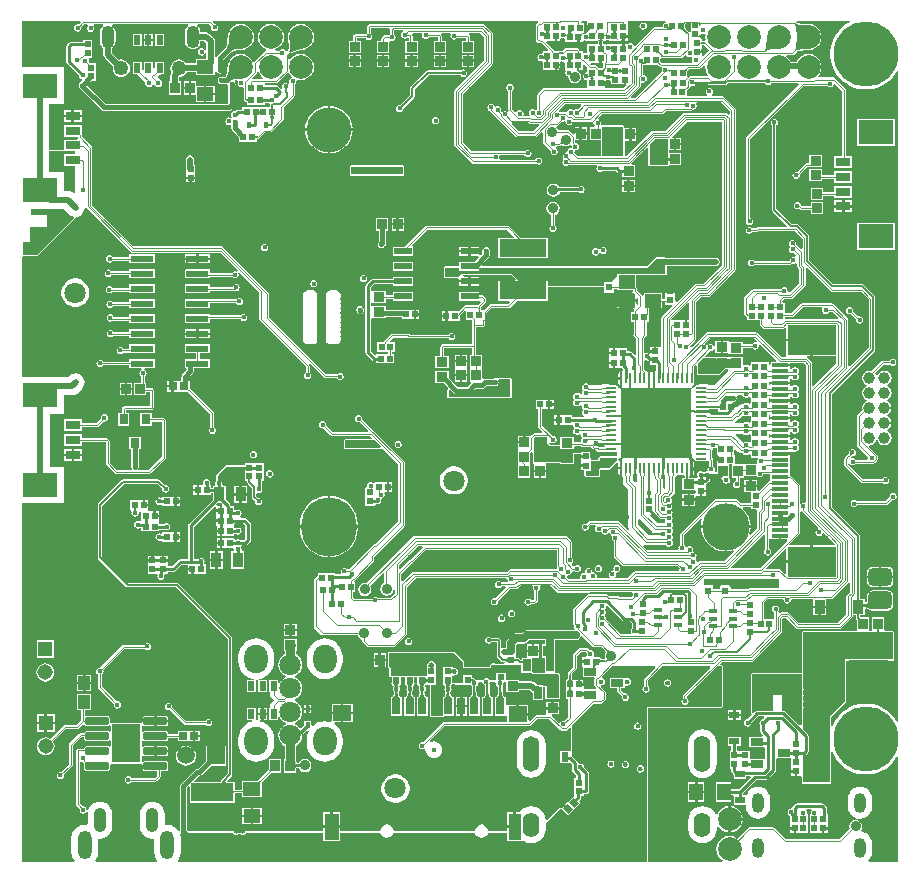
<source format=gbr>
%FSTAX23Y23*%
%MOIN*%
%SFA1B1*%

%IPPOS*%
%AMD62*
4,1,8,-0.010800,0.015700,-0.010800,-0.015700,-0.010800,-0.015700,0.010800,-0.015700,0.010800,-0.015700,0.010800,0.015700,0.010800,0.015700,-0.010800,0.015700,-0.010800,0.015700,0.0*
1,1,0.000000,-0.010800,0.015700*
1,1,0.000000,-0.010800,-0.015700*
1,1,0.000000,0.010800,-0.015700*
1,1,0.000000,0.010800,0.015700*
%
%AMD100*
4,1,8,-0.039400,0.014800,-0.039400,-0.014800,-0.024600,-0.029500,0.024600,-0.029500,0.039400,-0.014800,0.039400,0.014800,0.024600,0.029500,-0.024600,0.029500,-0.039400,0.014800,0.0*
1,1,0.029528,-0.024600,0.014800*
1,1,0.029528,-0.024600,-0.014800*
1,1,0.029528,0.024600,-0.014800*
1,1,0.029528,0.024600,0.014800*
%
%AMD107*
4,1,8,-0.035800,-0.011800,0.035800,-0.011800,0.038800,-0.008900,0.038800,0.008900,0.035800,0.011800,-0.035800,0.011800,-0.038800,0.008900,-0.038800,-0.008900,-0.035800,-0.011800,0.0*
1,1,0.005906,-0.035800,-0.008900*
1,1,0.005906,0.035800,-0.008900*
1,1,0.005906,0.035800,0.008900*
1,1,0.005906,-0.035800,0.008900*
%
%AMD127*
4,1,8,-0.112200,-0.118100,0.112200,-0.118100,0.118100,-0.112200,0.118100,0.112200,0.112200,0.118100,-0.112200,0.118100,-0.118100,0.112200,-0.118100,-0.112200,-0.112200,-0.118100,0.0*
1,1,0.011811,-0.112200,-0.112200*
1,1,0.011811,0.112200,-0.112200*
1,1,0.011811,0.112200,0.112200*
1,1,0.011811,-0.112200,0.112200*
%
%AMD129*
4,1,4,-0.016300,0.000700,0.000700,-0.016300,0.016300,-0.000700,-0.000700,0.016300,-0.016300,0.000700,0.0*
%
%ADD10C,0.010000*%
%ADD11C,0.004494*%
%ADD12C,0.004000*%
%ADD13R,0.031735X0.033788*%
%ADD14R,0.031496X0.035433*%
%ADD21R,0.033788X0.031735*%
%ADD22R,0.032000X0.037000*%
%ADD23R,0.118110X0.082677*%
%ADD29R,0.037000X0.032000*%
%ADD33C,0.035000*%
%ADD34R,0.022000X0.024000*%
%ADD36R,0.024000X0.022000*%
%ADD46R,0.057087X0.045275*%
%ADD58R,0.055118X0.011811*%
G04~CAMADD=62~8~0.0~0.0~315.0~216.5~0.0~0.0~15~0.0~0.0~0.0~0.0~0~0.0~0.0~0.0~0.0~0~0.0~0.0~0.0~90.0~216.0~314.0*
%ADD62D62*%
%ADD65R,0.015748X0.023622*%
%ADD66C,0.070866*%
%ADD67R,0.032677X0.024803*%
%ADD68C,0.008000*%
%ADD69C,0.005000*%
%ADD70C,0.004600*%
%ADD71C,0.015000*%
%ADD72C,0.020000*%
%ADD73C,0.006000*%
%ADD74C,0.005905*%
%ADD79C,0.015748*%
%ADD80C,0.030000*%
%ADD81R,0.127000X0.094000*%
%ADD82O,0.047244X0.094488*%
%ADD83O,0.041339X0.082677*%
%ADD84C,0.059055*%
%ADD85R,0.059055X0.059055*%
%ADD86R,0.051496X0.051496*%
%ADD87C,0.051496*%
%ADD88O,0.078740X0.094488*%
%ADD89C,0.078740*%
%ADD90O,0.039370X0.066929*%
%ADD92C,0.216535*%
%ADD93O,0.043307X0.074803*%
%ADD94C,0.049212*%
%ADD95C,0.039370*%
%ADD96O,0.055118X0.118110*%
%ADD97O,0.055118X0.122047*%
%ADD98O,0.055118X0.082677*%
%ADD99C,0.070866*%
G04~CAMADD=100~8~0.0~0.0~590.6~787.4~147.6~0.0~15~0.0~0.0~0.0~0.0~0~0.0~0.0~0.0~0.0~0~0.0~0.0~0.0~90.0~788.0~591.0*
%ADD100D100*%
%ADD101O,0.098425X0.078740*%
%ADD102C,0.015748*%
%ADD104C,0.157480*%
%ADD105R,0.027559X0.025591*%
%ADD106R,0.095000X0.130000*%
G04~CAMADD=107~8~0.0~0.0~775.6~236.2~29.5~0.0~15~0.0~0.0~0.0~0.0~0~0.0~0.0~0.0~0.0~0~0.0~0.0~0.0~180.0~776.0~236.0*
%ADD107D107*%
%ADD108R,0.051181X0.031496*%
%ADD109R,0.039848X0.045596*%
%ADD110R,0.029921X0.028346*%
%ADD111R,0.141732X0.060000*%
%ADD112R,0.078000X0.022000*%
%ADD113R,0.059842X0.023622*%
%ADD114R,0.157000X0.059000*%
%ADD115R,0.035433X0.051181*%
%ADD116R,0.031496X0.015748*%
%ADD117R,0.039370X0.086614*%
%ADD118R,0.047244X0.086614*%
%ADD119R,0.062992X0.055118*%
%ADD120R,0.027559X0.055118*%
%ADD121R,0.045275X0.057087*%
%ADD122R,0.041339X0.025591*%
%ADD123R,0.024803X0.032677*%
%ADD124R,0.035827X0.048031*%
%ADD125O,0.007874X0.039370*%
%ADD126O,0.039370X0.007874*%
G04~CAMADD=127~8~0.0~0.0~2362.2~2362.2~59.1~0.0~15~0.0~0.0~0.0~0.0~0~0.0~0.0~0.0~0.0~0~0.0~0.0~0.0~180.0~2362.0~2362.0*
%ADD127D127*%
%ADD128R,0.161417X0.098425*%
G04~CAMADD=129~9~0.0~0.0~240.0~220.0~0.0~0.0~0~0.0~0.0~0.0~0.0~0~0.0~0.0~0.0~0.0~0~0.0~0.0~0.0~135.0~326.0~325.0*
%ADD129D129*%
%ADD130R,0.015748X0.018898*%
%ADD131R,0.025591X0.041339*%
%ADD132R,0.055118X0.045275*%
%ADD133C,0.015000*%
%ADD134C,0.025000*%
%ADD135R,0.125000X0.045000*%
%ADD136O,0.185039X0.196850*%
%ADD137C,0.149606*%
%LNx98_carrier_v1r2_12082022_copper_signal_bot-1*%
%LPD*%
G36*
X02227Y02815D02*
X02226Y02814D01*
X02222Y02809*
X02222Y02809*
X02219Y02812*
X02219Y02812*
X02219Y02813*
X02219Y02813*
X0222Y02813*
X02222Y02815*
X02224Y02818*
X02227Y02815*
G37*
G36*
X01801Y02815D02*
X01801Y0281D01*
X01801Y0281*
X01795*
X01795Y0281*
X01795Y0281*
X01795Y02811*
X01795Y02811*
X01795Y02812*
X01796Y02816*
X01801*
X01801Y02815*
G37*
G36*
X01872Y02813D02*
X01872Y0281D01*
X01872Y02809*
X01872Y02808*
X01872Y02808*
X01872Y02808*
X01873Y02807*
X01873Y02807*
X01866*
X01866Y02807*
X01867Y02808*
X01867Y02808*
X01867Y02808*
X01867Y02809*
X01867Y0281*
X01867Y02811*
X01867Y02813*
X01868Y02814*
X01872*
X01872Y02813*
G37*
G36*
X01735Y02814D02*
X01735Y02814D01*
X01728Y02807*
X01727Y02803*
Y02758*
X01728Y02753*
X01736Y02746*
X01741Y02744*
X01747*
X01767Y02723*
X01766Y02718*
X01751*
Y02713*
X01746Y02709*
X01745Y02709*
X0174Y02708*
X01736Y02705*
X01734Y02702*
X01733Y02697*
X01734Y02692*
X01736Y02688*
X0174Y02686*
X01745Y02685*
X01746Y02685*
X01751Y02681*
Y02655*
X01791*
Y02671*
X01795*
Y02675*
X0181*
Y02682*
X01815Y02685*
X01816Y02684*
X0182Y02683*
X01821Y02683*
X01826Y02679*
Y02655*
Y02655*
X01827Y0265*
X01827Y0265*
X01826Y02645*
X01827Y02641*
X01829Y02637*
X01833Y02634*
X01836Y02634*
X01836Y02632*
X01838Y02624*
X01842Y02617*
X0185Y02612*
X01858Y0261*
X01866Y02612*
X01873Y02617*
X01878Y02624*
X0188Y02632*
X01885Y02633*
X01885Y0263*
X01888Y02626*
X01892Y02623*
X01896Y02623*
X01899Y0262*
Y02597*
X01896Y02594*
X01755*
X0175Y02592*
X01734Y02576*
X01732Y02571*
Y02524*
X01728Y02521*
X01724Y02523*
X01722Y02524*
X01718Y02525*
X01713Y02524*
X01709Y02521*
X01706Y02517*
X01706Y02513*
X01706Y02508*
X01708Y02506*
X01706Y02501*
X01706Y02501*
X01689*
X01686Y02506*
X01687Y02509*
X01686Y02514*
X01683Y02518*
X01679Y0252*
X01675Y02521*
X0167Y0252*
X01666Y02518*
X01665Y02516*
X01659Y02515*
X01649Y02525*
Y02586*
X01651Y02587*
X01653Y02591*
X01654Y02595*
X01653Y026*
X01651Y02604*
X01647Y02607*
X01642Y02608*
X01637Y02607*
X01633Y02604*
X01631Y026*
X0163Y02595*
X01631Y02591*
X01633Y02587*
X01636Y02586*
Y02522*
X01637Y0252*
X01632Y02516*
X0163Y02518*
X01626Y02519*
X01621Y02518*
X01617Y02515*
X01615Y02515*
X01612Y02518*
X01613Y02523*
X01612Y02528*
X01609Y02532*
X01605Y02534*
X01601Y02535*
X01596Y02534*
X01595Y02533*
X01589Y02535*
X01589Y02535*
X01587Y02539*
X01583Y02541*
X01578Y02542*
X01578Y02542*
X01576Y02543*
X01571Y02541*
X01571Y0254*
X0157Y02539*
X01567Y02535*
X01566Y0253*
X01567Y02526*
X0157Y02522*
X01573Y02519*
X01575Y02519*
X01576Y02517*
X01642Y02451*
X01661Y02432*
X01665Y0243*
X01726*
X0173Y02432*
X01747Y02448*
X01751Y02446*
Y02415*
X01753Y0241*
X01777Y02386*
X01777Y02383*
X01778Y02379*
X0178Y02375*
X01784Y02372*
X01789Y02371*
X01793Y02372*
X01797Y02375*
X018Y02379*
X01801Y02383*
X018Y02388*
X01797Y02392*
X01795Y02393*
X01795Y02396*
X01798Y024*
X01806*
X0181Y02402*
X01814Y02406*
X0182Y02402*
X01828Y024*
X01836Y02402*
X01841Y02405*
X01843Y02406*
X01845Y02405*
X01849Y02401*
X01848Y02399*
X01845Y02395*
X0184Y02394*
X01836Y02391*
X01834Y02387*
X01833Y02383*
X01832Y02382*
X0183Y0238*
X01828Y02379*
X01824Y02378*
X01821Y02375*
X01818Y02372*
X01817Y02367*
X01818Y02362*
X01819Y02361*
X0182Y02355*
X01817Y02351*
X01816Y02347*
X01817Y02342*
X0182Y02338*
X01824Y02335*
X01828Y02334*
X01833Y02335*
X01837Y02338*
X01837Y02339*
X0193*
X01931Y02338*
X01933Y02334*
X01931Y02331*
X0193Y02327*
X01931Y02322*
X01934Y02318*
X01938Y02315*
X01942Y02314*
X01947Y02315*
X0195Y02317*
X01994*
X01999Y02313*
X02001Y02311*
X02005Y0231*
X02014*
Y02299*
X02059*
Y02339*
X02048*
X02046Y02344*
X02099Y02396*
X02103Y02395*
Y02339*
X02104Y02336*
X02107Y02334*
X02167*
X02171Y02336*
X02171Y02337*
X02213*
Y02377*
X02172*
Y02389*
X02187*
Y02409*
Y02429*
X02184*
X02182Y02433*
X02232Y02483*
X02349*
Y02005*
X02288Y01943*
X02261*
X02257Y01941*
X02197Y01882*
X02192Y01884*
Y01913*
X0216*
Y01893*
X0215*
Y01913*
X02087*
Y01904*
X02082Y01903*
X02081Y01905*
X02064Y01922*
Y01929*
X02063Y0193*
Y01972*
X02087*
Y0197*
X0215*
Y01972*
X0216*
X02163Y01973*
X02164Y01976*
Y02*
X02327*
X02332Y02001*
X02337Y02004*
X0234Y02009*
X02341Y02014*
X0234Y0202*
X02337Y02025*
X02332Y02028*
X02327Y02029*
X02163*
X02163Y02029*
X0216Y02031*
X0213*
X02126Y02029*
X02098Y02001*
X01549*
X01547Y02005*
X0157Y02029*
X01573Y02032*
X01574Y02037*
Y0205*
X01574Y02053*
X01573Y02057*
X01571Y02061*
X01567Y02064*
X01562Y02065*
X01558Y02064*
X01554Y02061*
X01551Y02057*
X0155Y02053*
X0155Y02051*
Y02042*
X01545Y02037*
X0154Y02039*
Y02047*
X01511*
Y02035*
X01536*
X01538Y0203*
X01525Y02016*
X01473*
Y02001*
X01425*
X01422Y01999*
X01421Y01996*
Y01966*
X01422Y01963*
X01425Y01962*
X0147*
X01473Y01958*
Y01955*
X01503*
Y01966*
X01488*
X01485Y01971*
X01485Y01972*
X01648*
X01662Y01958*
X0166Y01953*
X01603*
Y01886*
X01639*
X01641Y01882*
X01634Y01874*
X01577*
X01573Y01872*
X01554Y01854*
X01546*
Y01865*
X0156Y01879*
X01561Y01881*
X01562Y01884*
Y01893*
X01561Y01895*
X0156Y01897*
X01554Y01903*
X01552Y01904*
X01549Y01905*
X0154*
Y01916*
X01473*
Y01885*
X0154*
X01544Y01881*
X01535Y01873*
X01534Y0187*
X01534Y0187*
X01533Y0187*
X01492*
X0149Y01869*
X01488Y01868*
X01471Y01851*
X01434*
Y01835*
Y01819*
X01474*
Y01836*
X0149Y01852*
X01495Y0185*
Y01822*
X01516*
X01516Y01821*
Y01806*
Y0174*
X01417*
X01413Y01739*
X01411Y01736*
X01409Y01732*
Y01701*
X01393*
Y01661*
X01438*
Y01701*
X01422*
Y01727*
X01516*
X01516Y01727*
Y01706*
X01509*
Y01661*
X0151Y0166*
Y01615*
X01511*
X01513Y0161*
X015Y01597*
X01467*
X01438Y01627*
Y0165*
X01393*
Y0161*
X01421*
X01436Y01595*
X01434Y0159*
X01434Y0159*
X01433Y01589*
Y01588*
X01433Y01587*
Y01564*
X01434Y01561*
X01437Y0156*
X01643Y0156*
X01646Y01561*
X01647Y01564*
Y01624*
X01646Y01627*
X01643Y01628*
X01605*
X01605Y01628*
X01604Y01628*
X01603Y01627*
X01602Y01627*
X01598Y01627*
X01593Y01627*
X01588Y01627*
X01586Y01625*
X01557*
X01555Y01625*
X0155Y01628*
Y0166*
X01549Y01661*
Y01706*
X01529*
Y0173*
Y01799*
X01553*
X01558Y01801*
X0156Y01806*
Y01817*
X01561Y01819*
X01563Y01823*
Y01844*
X0158Y01861*
X01636*
X01641Y01863*
X01664Y01886*
X01768*
Y01932*
X01956*
Y01907*
X01972*
Y01903*
Y01907*
X01988*
Y01926*
X02*
Y01923*
X0205*
X02051Y0192*
Y01919*
X02052Y01918*
X02052Y01918*
X02048Y01913*
X02036*
Y0189*
X02063*
Y01893*
X02068Y01896*
X0207Y01895*
Y01874*
X02068Y01873*
X02063Y01875*
Y01882*
X02036*
Y0186*
X02052*
X02055Y01855*
X02054Y01852*
Y01848*
X02045*
Y01816*
X02054*
Y01774*
X02053Y01771*
X02055Y01767*
X02062Y0176*
Y01707*
X02057Y01705*
X02047Y01714*
X02044Y01716*
X02041Y01717*
X02032*
Y01727*
X01992*
Y01711*
X01988*
Y01707*
X01973*
Y01695*
X01973Y01695*
Y01683*
X01988*
Y01679*
X01992*
Y01663*
X02013*
X02018Y01659*
Y01654*
X02017Y01653*
X02015Y01652*
Y01627*
X02011*
Y01623*
X02003*
Y01611*
X02004Y01608*
X02005Y01606*
X02008Y01604*
X02011Y01603*
X02011Y01603*
X02012Y01598*
X0201Y01597*
X02008Y01594*
X02004Y01595*
X02004Y01596*
X02003Y01599*
X02001Y01601*
X01999Y01603*
X01995Y01604*
X0198*
X0198Y01604*
X01976Y01606*
X01971Y01607*
X0195*
X01945Y01606*
X01942Y01604*
X01934*
X01931Y01605*
X01907*
X01906Y01606*
X01902Y01609*
X01897Y0161*
X01894*
X01889Y01609*
X01885Y01606*
X01882Y01602*
X01882Y01598*
X01882Y01593*
X01883Y01591*
X01885Y01588*
X01883Y01584*
X01882Y01583*
X01882Y01578*
X01882Y01578*
X01881Y01577*
X01877Y01574*
X01873Y01577*
X01868Y01578*
X01865*
X0186Y01577*
X01856Y01574*
X01853Y0157*
X01853Y01566*
X01853Y01561*
X01856Y01557*
Y01555*
X01853Y01551*
X01853Y01546*
X01853Y01541*
X01856Y01537*
X0186Y01535*
X01865Y01534*
X01868*
X01873Y01535*
X01877Y01537*
X01881Y01535*
X01882Y01534*
X01882Y01534*
X01882Y01529*
X01885Y01525*
Y01523*
X01882Y01519*
X01882Y01514*
X01882Y01509*
X01885Y01505*
X01889Y01503*
X0189Y01502*
X0189Y01497*
X01849*
Y01505*
X01808*
Y01489*
Y01473*
X01848*
X01851Y01471*
X01853Y0147*
X01853Y01466*
X01854Y01464*
X01856Y01461*
X01854Y01457*
X01853Y01456*
X01853Y01451*
X01853Y01446*
X01856Y01442*
X0186Y0144*
X01865Y01439*
X01867*
X01872Y0144*
X01874Y01441*
X01875Y0144*
X01879Y01438*
X01879Y01434*
X01882Y0143*
Y01428*
X01879Y01424*
X01878Y01419*
X01875Y01416*
X01854*
Y01431*
X01809*
Y01404*
X01778*
X01773Y01409*
X01773Y01411*
X01773Y01411*
X01779Y01413*
X01781Y01411*
X01785Y0141*
X0179Y01411*
X01794Y01414*
X01796Y01418*
X01797Y01423*
X01796Y01427*
X01794Y01431*
X0179Y01434*
X01785Y01435*
X01784Y01434*
X01749Y01468*
Y01524*
X01768*
Y0154*
Y01556*
X01728*
Y01524*
X01736*
Y01466*
X01738Y01461*
X0175Y01449*
X01748Y01445*
X01723*
X01718Y01443*
X01714Y01439*
X0171Y01436*
Y01436*
X01694*
Y01414*
X0169*
Y0141*
X0167*
Y01391*
X0167Y01391*
Y01388*
X0167Y01386*
Y01345*
X0167Y01343*
Y0134*
X0167*
Y01295*
X0171*
Y01338*
Y0134*
Y01343*
Y01378*
X01712Y0138*
X01717Y01377*
Y01349*
X01718Y01346*
X0172Y01345*
X01721Y0134*
Y01338*
Y01322*
X01741*
X01761*
Y01338*
Y0134*
X01763Y01344*
X01807*
Y01344*
X01808Y01341*
X01809Y01341*
Y0134*
X01811*
X01811Y0134*
X01851*
X01852Y0134*
X01854*
Y01341*
X01855Y01341*
X01856Y01344*
Y01375*
X01879*
Y01371*
X01894*
Y01363*
X01879*
Y01351*
Y0134*
X01894*
Y01332*
X01879*
Y0132*
X01887*
X0189Y01315*
X01889Y01314*
X01889Y01314*
X01889Y01314*
X01889Y01306*
X0189Y01304*
X01891Y01303*
X01894Y01299*
X01896Y01299*
X01897Y01298*
X01901*
X01903Y01298*
X01905Y01298*
X01938*
X01941Y01299*
X01942Y01302*
Y01321*
X01945Y01323*
X01973*
X01976Y01325*
X01999Y01348*
X02003Y01345*
X02003Y01344*
Y01332*
X02011*
Y01328*
X02014*
X02014Y01327*
Y01306*
X02015Y01302*
X02015Y01301*
X02015Y01301*
X02017Y01298*
Y0128*
X02018Y01275*
X02021Y01271*
X02036Y01256*
Y01131*
X02037Y01126*
X02037Y01125*
X02034Y01122*
X02007Y01149*
X02002Y01151*
X01908*
X01903Y01149*
X01897Y01143*
X01893Y01143*
X01889Y01142*
X01885Y0114*
X01882Y01136*
X01881Y01131*
X01882Y01127*
X01885Y01123*
X01889Y0112*
X01893Y01119*
X01898Y0112*
X01902Y01123*
X01905Y01127*
X01906Y01131*
X01905Y01133*
X0191Y01138*
X01925*
X01927Y01133*
X01926Y0113*
X01925Y01126*
X01926Y01121*
X01929Y01117*
X01933Y01115*
X01937Y01114*
X01942Y01115*
X01943Y01116*
X01949Y01114*
X01949Y01113*
X01952Y01109*
X01956Y01107*
X0196Y01106*
X01965Y01107*
X01969Y01109*
X0197Y01111*
X01975Y0111*
X01975Y0111*
X01978Y01106*
X0198Y01105*
X01982Y011*
X01981Y01096*
X01982Y01091*
X01985Y01087*
X01987Y01086*
Y01036*
X01989Y01032*
X02016Y01005*
X0202Y01003*
X02197*
X02207Y00994*
X02206Y00991*
X02207Y00989*
X02203Y00984*
X02058*
X02054Y00982*
X02032Y0096*
X01994*
X01992Y00964*
X01992Y00965*
X01994Y00969*
X01995Y00974*
X01995Y00976*
X01998Y0098*
X01999Y0098*
X02003Y00981*
X02007Y00984*
X02009Y00988*
X0201Y00993*
X02009Y00997*
X02007Y01001*
X02003Y01004*
X01998Y01005*
X01994Y01004*
X0199Y01001*
X01987Y00997*
X01986Y00993*
X01987Y0099*
X01983Y00986*
X01983Y00986*
X01979Y00985*
X01975Y00982*
X01972Y00978*
X01971Y00974*
X01972Y00969*
X01975Y00965*
X01974Y00964*
X01973Y0096*
X01935*
X01932Y00965*
X01932Y00968*
X01931Y00972*
X01929Y00976*
X01925Y00979*
X0192Y0098*
X01916Y00984*
X01916Y00985*
X01915Y00989*
X01913Y00993*
X01909Y00996*
X01904Y00997*
X019Y00996*
X01896Y00993*
X01893Y00989*
X01892Y00985*
X01893Y00982*
X01889Y00978*
X01889Y00977*
X01888Y00978*
X01884Y00977*
X0188Y00974*
X01877Y0097*
X01876Y00966*
X01877Y00963*
X01873Y00958*
X01838*
X01832Y00964*
X01832Y00966*
X01835Y0097*
X01836Y0097*
X0184Y0097*
X01843Y00973*
X01846Y00977*
X01847Y00982*
X01847Y00982*
X01848Y00983*
X01851Y00986*
X01856Y00986*
X01857Y00984*
X01861Y00982*
X01865Y00981*
X0187Y00982*
X01874Y00984*
X01877Y00988*
X01878Y00993*
X01877Y00998*
X01874Y01001*
X0187Y01004*
X01865Y01005*
X01861Y01004*
X01857Y01001*
X01856Y01001*
X01851Y01*
X01847Y01005*
X01848Y01011*
X0185Y01012*
X01852Y01016*
X01853Y01021*
X01852Y01025*
X0185Y01029*
X01848Y01031*
Y01081*
X01846Y01085*
X01831Y011*
X01827Y01102*
X01324*
X01319Y011*
X01164Y00944*
X01157Y00945*
X01149Y00944*
X01142Y00939*
X01137Y00932*
X01135Y00924*
X01137Y00915*
X01142Y00908*
X01149Y00903*
X01157Y00902*
X01166Y00903*
X01173Y00908*
X01178Y00915*
X01179Y00924*
X01178Y00932*
X01174Y00936*
X01217Y00979*
X01222Y00977*
Y00944*
X01216Y0094*
X01211Y00933*
X01209Y00925*
X01211Y00916*
X01216Y00909*
X01223Y00904*
X01231Y00903*
X0124Y00904*
X01247Y00909*
X01252Y00916*
X01253Y00922*
X01258Y00922*
Y00911*
X01243Y00896*
X012*
X01198Y00898*
X01193Y00899*
X01189Y00898*
X01185Y00895*
X01183Y00893*
X01121*
X01117Y00897*
Y00916*
X01126*
Y00948*
X01125*
X01123Y00952*
X01125Y00954*
X01125Y00955*
X01187Y01016*
X01189Y01021*
Y01031*
X0129Y01132*
X01292Y01137*
Y01347*
X0129Y01351*
X01149Y01492*
X01149Y01493*
X01148Y01497*
X01146Y01501*
X01142Y01504*
X01137Y01505*
X01133Y01504*
X01129Y01501*
X01126Y01497*
X01125Y01493*
X01126Y01488*
X01129Y01484*
X01133Y01481*
X01137Y0148*
X01141Y01481*
X01169Y01454*
X01167Y01449*
X0105*
X01029Y0147*
X01029Y01473*
X01028Y01477*
X01026Y01481*
X01022Y01484*
X01017Y01485*
X01013Y01484*
X01009Y01481*
X01006Y01477*
X01005Y01473*
X01006Y01468*
X01009Y01464*
X01013Y01461*
X01017Y0146*
X0102Y01461*
X01042Y01438*
X01047Y01436*
X01175*
X01182Y01429*
X0118Y01425*
X01093*
X0109Y01423*
X01089Y0142*
Y01395*
X0109Y01392*
X01093Y01391*
X01209*
X0121Y01391*
X01211*
X01212Y01392*
X01212Y01392*
X01215Y01393*
X01218Y01393*
X0127Y01342*
Y01152*
X01191Y01074*
X01189*
X01185Y01072*
X01105Y00992*
X01099Y00992*
X01099Y00993*
X01095Y00996*
X0109Y00997*
X01086Y00996*
X01082Y00993*
X01079Y00989*
X01078Y00985*
X01079Y0098*
X0108Y00979*
X01077Y00974*
X0106*
Y00979*
X01001*
Y00968*
X00996Y00966*
X0099Y00959*
X00988Y00955*
Y00801*
X0099Y00796*
X01013Y00773*
X01017Y00771*
X01134*
X01134Y00769*
X01139Y00762*
X01146Y00757*
X0115Y00756*
Y00752*
X01152Y00747*
X01165Y00734*
X01169Y00732*
X01255*
X0126Y00734*
X01296Y0077*
X01298Y00775*
Y00931*
X01329Y00962*
X0163*
X01633Y00958*
X01633Y00957*
X01634Y00953*
X01635Y00952*
X01632Y00947*
X01614*
X01613Y00949*
X01609Y00952*
X01604Y00953*
X01599Y00952*
X01596Y00949*
X01593Y00945*
X01592Y0094*
X01593Y00936*
X01596Y00932*
X01599Y00929*
X01604Y00928*
X01609Y00929*
X01613Y00932*
X01614Y00934*
X01625*
X01627Y00929*
X01592Y00894*
X01589Y00895*
X01585Y00894*
X01581Y00891*
X01578Y00887*
X01577Y00882*
X01578Y00878*
X01581Y00874*
X01585Y00871*
X01589Y0087*
X01594Y00871*
X01598Y00874*
X01601Y00878*
X01602Y00882*
X01601Y00885*
X01641Y00925*
X01663*
X01667Y00926*
X01677Y00937*
X01715*
X01718Y00932*
X01718Y00929*
X01718Y00925*
X01721Y00921*
X01723Y00919*
Y00892*
X01721Y00889*
X01711*
X01711Y0089*
X01707Y00892*
X01703Y00893*
X01698Y00892*
X01694Y0089*
X01691Y00886*
X0169Y00881*
X01691Y00877*
X01694Y00873*
X01698Y0087*
X01703Y00869*
X01707Y0087*
X01711Y00873*
X01713Y00876*
X01723*
X01728Y00878*
X01734Y00885*
X01736Y00889*
Y00919*
X01738Y00921*
X01741Y00925*
X01742Y00929*
X01741Y00932*
X01745Y00937*
X01775*
X01796Y00915*
X01801Y00913*
X01907*
X01909Y00914*
X02048*
X02051Y00909*
X0205Y00906*
X02051Y00904*
X02046Y00899*
X02006*
X02005Y009*
X02Y00902*
X01972*
X01969Y00905*
X01964Y00907*
X01903*
X01898Y00905*
X01855Y00861*
X01853Y00857*
Y00809*
X01855Y00805*
X01856Y00804*
X01855Y00801*
X01856Y00796*
X01859Y00792*
X01859Y00792*
X01857Y00787*
X01698*
X01692Y00786*
X01687Y00782*
X01681Y00777*
X0166*
X01654Y00776*
X01648Y00772*
Y00772*
X01634Y00758*
X0163Y00752*
X01629Y00746*
Y00729*
X01621*
X01616Y00728*
X01615Y00729*
X01611Y0073*
Y00751*
X01611Y00754*
X01609Y00756*
X01606Y0076*
X01603Y00761*
X01601Y00762*
X0158*
X01579Y00763*
X01575Y00766*
X01571Y00767*
X01566Y00766*
X01562Y00763*
X0156Y00759*
X01559Y00755*
X0156Y0075*
X01562Y00746*
X01566Y00744*
X01571Y00743*
X01575Y00744*
X01579Y00746*
X0158Y00748*
X01597*
Y00702*
X01598Y00699*
X01599Y00697*
X01613Y00683*
X01615Y00681*
X01617Y00681*
X01618Y00681*
X01623Y0068*
X01624Y0068*
X01624Y0068*
X01622Y00675*
X01595*
X01595Y00675*
X01591Y00677*
X01587Y00678*
X01582Y00677*
X01578Y00675*
X01578Y00674*
X01576Y00673*
X01574Y0067*
Y00666*
X01488*
Y00681*
X01487Y00684*
X01457Y00714*
X01454Y00716*
X01284Y00716*
X01239*
X01236Y00714*
X01234Y00711*
Y00666*
X01236Y00663*
X01239Y0066*
Y00636*
X01241Y00633*
X01244Y00632*
X01247*
Y00611*
X01247Y00611*
X01246Y00611*
X01247Y0061*
X01246Y0061*
X01247Y00606*
X01249*
X01249*
X01253Y00603*
X01253Y00601*
X01254Y006*
X01252Y00596*
X01251Y00592*
X01252Y00587*
X01254Y00584*
X01254Y00583*
X01254Y00583*
X01255Y00583*
X01255Y00582*
X01255Y00582*
X01255Y00582*
X01255Y00582*
X01254Y00578*
X01254Y00574*
X01253Y00571*
X01252Y00569*
X01252Y00569*
X01248Y00566*
X01248*
X01245*
X01245Y00562*
X01245Y00562*
X01245Y00562*
X01245Y00561*
Y00503*
X01281*
Y00561*
X01281Y00562*
X01281Y00562*
X01281Y00562*
X01281Y00566*
X01279*
X01279*
X01274Y00568*
X01273Y00569*
X01273Y00571*
X01272Y00574*
X01271Y00578*
X01271Y00582*
X01271Y00582*
X01271Y00582*
X01271Y00583*
X01271Y00583*
X01271Y00583*
X01274Y00587*
X01275Y00592*
X01274Y00596*
X01272Y006*
X01272Y00601*
X01273Y00603*
X01276Y00606*
X01276*
X01279*
X01279Y0061*
X01279Y0061*
X01279Y00611*
X01279Y00611*
Y00632*
X01291*
Y00611*
X01291Y00611*
X01291Y00611*
X01291Y0061*
X01291Y0061*
X01291Y00606*
X01294*
X01297Y00603*
X01298Y00601*
X01299Y00599*
X01299Y00599*
X01297Y00596*
X01296Y00592*
X01297Y00587*
X01299Y00584*
X01299Y00584*
X01299Y00583*
X01299Y00583*
X013Y00583*
X013Y00582*
X013Y00582*
X013Y00582*
X01299Y00578*
X01298Y00574*
X01298Y00571*
X01297Y00569*
X01296Y00568*
X01291Y00566*
X01291*
X01289*
X01289Y00562*
X01289Y00562*
X01289Y00562*
X01289Y00561*
Y00561*
Y00503*
X01324*
Y00561*
X01324Y00562*
X01324Y00562*
X01325Y00562*
X01324Y00566*
X01322*
X01322*
X01318Y00569*
X01318Y00569*
X01317Y00571*
X01316Y00574*
X01316Y00578*
X01315Y00582*
X01315Y00582*
X01316Y00582*
X01316Y00582*
X01316Y00583*
X01316*
Y00583*
Y00583*
X01316Y00583*
X01316Y00583*
X01319Y00587*
X0132Y00592*
X01319Y00596*
X01317Y006*
X01317Y00601*
X01318Y00603*
X01321Y00606*
X01321*
X01323*
X01324Y0061*
X01324Y0061*
X01324Y00611*
X01323Y00611*
Y00632*
X01332*
Y00611*
X01332Y00611*
X01332Y00611*
X01332Y0061*
X01332Y0061*
X01332Y00606*
X01335*
X01335*
X01335*
X01338Y00603*
X01339Y00601*
X0134Y00598*
X0134Y00598*
X01339Y00596*
X01338Y00592*
X01339Y00587*
X0134Y00586*
X0134Y00585*
X0134Y00584*
X0134Y00584*
X0134Y00584*
X01341Y00583*
X01341Y00583*
X01341Y00582*
X0134Y00578*
X0134Y00574*
X01339Y00571*
X01338Y00569*
X01334Y00566*
X01332*
X01332Y00562*
X01332Y00562*
X01332Y00562*
X01332Y00561*
Y00503*
X01368*
Y00561*
Y00562*
X01368Y00562*
X01368Y00566*
X01365*
X01365*
X01361Y00568*
X0136Y00568*
X01359Y00569*
X01358Y00572*
X01357Y00574*
X01357Y00578*
X01356Y00581*
X01356Y00582*
X01357Y00582*
X01357Y00582*
X01357Y00582*
X01357Y00583*
X01358Y00583*
X01361Y00587*
X01362Y00592*
X01361Y00596*
X01358Y006*
X0136Y00605*
X0136Y00605*
X0136Y00606*
X01361Y00606*
X01361Y00606*
X01374*
Y00503*
X01376Y005*
X01379Y00499*
X01419*
X01422Y005*
X01423Y00503*
X01454*
Y00566*
X0145*
X0145Y00567*
X01448Y00567*
X01447Y00567*
X01446Y00568*
X01445Y00569*
X01444Y00572*
X01444Y00574*
X01443Y00578*
X01443Y0058*
X01443Y0058*
X01443Y0058*
X01443Y0058*
X01443Y0058*
X01443Y00581*
X01444Y00581*
X01446Y00585*
X01447Y0059*
X01446Y00594*
X01444Y00598*
X01443Y00598*
X01443Y00599*
X01444Y00601*
X01445Y00603*
X01445Y00605*
X01446Y00605*
X01446Y00606*
X01447Y00606*
X01447Y00606*
X0145*
Y00607*
X01457*
Y00606*
X01512*
X01512Y00606*
X01514Y00602*
X01516Y00601*
Y00593*
X01515Y00592*
X01515Y00587*
X01515Y00582*
X01515Y00578*
X01514Y00574*
X01513Y00571*
X01512Y00569*
X01512Y00569*
X01508Y00566*
X01508*
X01505*
X01505Y00562*
X01505Y00562*
X01505Y00562*
X01505Y00561*
Y00503*
X01541*
Y00561*
X01541Y00562*
X01541Y00562*
X01541Y00562*
X01541Y00566*
X01539*
X01539*
X01534Y00568*
X01534Y00569*
X01533Y00571*
X01532Y00574*
X01531Y00578*
X0153Y00587*
X0153Y00592*
X0153Y00593*
Y00601*
X01531Y00602*
X01534Y00606*
X01535Y0061*
X01535Y00612*
X01539Y00616*
X0155Y00616*
X0155Y00616*
X01551Y00612*
X01554Y00608*
X01558Y00605*
X01559Y00605*
Y00593*
X01559Y00592*
X01559Y00587*
X01559Y00582*
X01558Y00578*
X01557Y00574*
X01557Y00571*
X01556Y00569*
X01555Y00568*
X01551Y00566*
X01551*
X01549*
X01548Y00562*
X01549Y00562*
X01548Y00562*
X01549Y00561*
Y00503*
X01584*
Y00561*
X01584Y00562*
X01584Y00562*
X01584Y00562*
X01584Y00566*
X01582*
X01582*
X01578Y00568*
X01577Y00569*
X01576Y00571*
X01575Y00574*
X01575Y00578*
X01574Y00587*
X01574Y00592*
X01574Y00593*
Y00609*
X01573Y00611*
X01573Y00612*
X01573Y00612*
X01573Y00612*
X01575Y00616*
X0159Y00615*
X01593Y00614*
X01595Y00611*
X01595Y0061*
X01594Y0061*
X01595Y00605*
X01598Y00601*
X01602Y00599*
X01603Y00599*
Y00593*
X01602Y00592*
X01602Y00587*
X01602Y00582*
X01601Y00578*
X01601Y00574*
X016Y00571*
X01599Y00569*
X01599Y00568*
X01594Y00566*
X01594*
X01592*
X01592Y00562*
X01592Y00562*
X01592Y00562*
X01592Y00561*
Y00503*
X01627*
X01631Y00501*
Y0048*
X01421*
X01416Y00478*
X01353Y00415*
X0135Y00415*
X01346Y00414*
X01342Y00412*
X01339Y00408*
X01338Y00403*
X01339Y00399*
X01342Y00395*
X01346Y00392*
X0135Y00391*
X01355Y00392*
X01355Y00392*
X0136Y0039*
X0136Y00389*
X01361Y00381*
X01364Y00374*
X01368Y00369*
X01374Y00364*
X01381Y00361*
X01388Y0036*
X01395Y00361*
X01402Y00364*
X01408Y00369*
X01412Y00374*
X01415Y00381*
X01416Y00389*
X01415Y00396*
X01412Y00403*
X01408Y00408*
X01402Y00413*
X01395Y00416*
X01388Y00417*
X01381Y00416*
X01378Y00414*
X01375Y00419*
X01423Y00467*
X01705*
X0171Y00469*
X01733Y00492*
X01773*
X0181Y00455*
X01815Y00453*
X01815*
X01815Y00453*
X01828*
X01833Y00455*
X0184Y00462*
X01845Y0046*
Y00389*
X01841Y00386*
X01808*
Y00345*
X01841*
X01844Y00346*
X01849Y00341*
Y00322*
X0185Y00318*
X01852Y00315*
X01863Y00304*
Y00294*
X01856*
Y00264*
Y0024*
X01855Y00235*
X01852Y00232*
X01834Y00214*
X01826Y00207*
X01838Y00195*
X01832Y0019*
X01821Y00201*
X01815Y00196*
X01815Y00196*
X01811Y00197*
X0181Y00197*
X0181Y00197*
X01808*
X01805Y00196*
X01765Y00156*
X0176Y00158*
X01759Y00165*
X01754Y00177*
X01746Y00187*
X01737Y00195*
X01725Y00199*
X01713Y00201*
X017Y00199*
X01689Y00195*
X01679Y00187*
X01674Y00181*
X01661*
Y00133*
X01657*
Y00129*
X01633*
Y00118*
X01569*
X01567Y00126*
X01562Y00133*
X01555Y00138*
X01547Y0014*
X01538Y00138*
X01531Y00133*
X01526Y00126*
X01525Y00118*
X01254*
X01252Y00126*
X01247Y00133*
X0124Y00138*
X01232Y0014*
X01223Y00138*
X01216Y00133*
X01211Y00126*
X0121Y00118*
X01204*
X01074*
Y00129*
X01047*
X01019*
Y00118*
X00898*
X00761*
X0076Y00117*
X00759Y00117*
X00759Y00117*
X00758Y00117*
X00758Y00115*
X00757Y00114*
X00757Y00114*
X00755Y00112*
X00753Y0011*
X0075Y00109*
X00747Y0011*
X00746Y00111*
X00745Y00111*
X00745Y00111*
X00741Y00112*
X0074Y00112*
X00739Y00112*
X00735Y00111*
X00735Y00111*
X00734Y00111*
X00733Y0011*
X0073Y00109*
X00727Y0011*
X00724Y00112*
X00723Y00114*
X00723Y00114*
X00722Y00115*
X00722Y00117*
X00721Y00117*
X00721Y00117*
X0072Y00117*
X00719Y00118*
X00569*
X00565Y00121*
Y00168*
Y00263*
X0057Y00268*
X00574Y00266*
Y00213*
X00724*
Y00244*
X00749*
Y00232*
X00814*
Y00282*
X00845Y00313*
X00879*
Y00358*
X00839*
Y00326*
X00799Y00285*
X00749*
Y00256*
X00724*
Y00281*
X007*
X00698Y00285*
X00714Y00301*
X00716Y00304*
X00716Y00307*
Y0076*
X00716Y00762*
X00714Y00765*
X00537Y00942*
X00534Y00944*
X00531Y00944*
X0037*
X00282Y01032*
Y01202*
X00356Y01275*
X00467*
X00482Y0126*
X00482Y01259*
X00483Y01254*
X00486Y0125*
X0049Y01247*
X00494Y01246*
X00499Y01247*
X00503Y0125*
X00505Y01254*
X00506Y01259*
X00505Y01263*
X00503Y01267*
X00499Y0127*
X00494Y01271*
X00493Y0127*
X00475Y01288*
X00473Y01289*
X0047Y0129*
X00353*
X00351Y01289*
X00348Y01288*
X0027Y0121*
X00269Y01207*
X00268Y01205*
Y0103*
X00269Y01027*
X0027Y01024*
X00362Y00932*
X00365Y00931*
X00367Y0093*
X00529*
X00702Y00757*
Y00309*
X0068Y00287*
X00678Y00285*
X00678Y00282*
Y00281*
X00589*
X00587Y00285*
X00605Y00303*
X00606*
X00611Y00304*
X00614Y00306*
X00644Y00336*
X00695*
Y00403*
X00628*
Y00353*
X00601Y00326*
X006*
X00595Y00325*
X00592Y00323*
X00545Y00276*
X00542Y00272*
X00542Y00268*
Y00168*
Y00167*
Y00121*
X00537Y00119*
X00531Y00126*
X00522Y00133*
X00511Y00138*
X005Y00139*
X00495Y00138*
X00491Y00142*
Y00175*
X00489Y00185*
X00485Y00195*
X00479Y00204*
X0047Y0021*
X0046Y00214*
X0045Y00216*
X00439Y00214*
X00429Y0021*
X00421Y00204*
X00414Y00195*
X0041Y00185*
X00409Y00175*
Y00134*
X0041Y00123*
X00414Y00113*
X00421Y00105*
X00429Y00098*
X00439Y00094*
X0045Y00092*
X00452Y00093*
X00456Y0009*
Y00048*
X00458Y00036*
X00462Y00026*
X00466Y0002*
X00464Y00015*
X00261*
X00258Y0002*
X00263Y00026*
X00267Y00036*
X00268Y00048*
Y0009*
X00272Y00093*
X00275Y00092*
X00285Y00094*
X00295Y00098*
X00304Y00105*
X0031Y00113*
X00314Y00123*
X00316Y00134*
Y00175*
X00314Y00185*
X0031Y00195*
X00304Y00204*
X00295Y0021*
X00285Y00214*
X00275Y00216*
X00264Y00214*
X00254Y0021*
X00246Y00204*
X00239Y00195*
X00236Y00188*
X00234Y00188*
X00231Y00189*
X0023Y00193*
X00228Y00197*
X00224Y00199*
X00219Y002*
X00217Y002*
X00207Y00209*
Y00349*
X00207Y00349*
X00212Y00351*
X00214Y00349*
X00216Y00349*
X00217Y00347*
X00222Y00341*
Y00326*
X00223Y00323*
X00224Y00321*
X00227Y00319*
X00229Y00319*
X00301*
X00304Y00319*
X00306Y00321*
X00308Y00323*
X00308Y00326*
Y00337*
X00311Y00341*
X00313*
X00412*
X00414*
X00417Y00337*
Y00326*
X00418Y00323*
X00419Y00321*
X00422Y00319*
X00424Y00319*
X00465*
Y00303*
X00457Y00295*
X0038*
X00379Y00297*
X00375Y003*
X0037Y00301*
X00366Y003*
X00362Y00297*
X00359Y00293*
X00358Y00289*
X00359Y00284*
X00362Y0028*
X00366Y00277*
X0037Y00276*
X00375Y00277*
X00379Y0028*
X0038Y00282*
X00459*
X00464Y00284*
X00476Y00296*
X00478Y003*
Y00319*
X00496*
X00499Y00319*
X00501Y00321*
X00503Y00323*
X00503Y00326*
Y00343*
X00503Y00346*
X00501Y00348*
X00499Y0035*
X00496Y0035*
X00424*
X00422Y0035*
X00419Y00348*
X00419Y00348*
X00414Y0035*
Y00369*
X00419Y00371*
X00419Y00371*
X00422Y00369*
X00424Y00369*
X00456*
Y00385*
Y004*
X00424*
X00422Y004*
X00419Y00398*
X00419Y00398*
X00414Y004*
Y00419*
X00419Y00421*
X00419Y00421*
X00422Y00419*
X00424Y00419*
X00496*
X00499Y00419*
X00501Y00421*
X00503Y00423*
X00503Y00426*
Y00428*
X00534*
Y00418*
X00566*
X00569*
X00574*
X00585*
Y00435*
Y00451*
X00574*
X00571*
X00566*
X00534*
Y00441*
X00503*
Y00443*
X00503Y00446*
X00501Y00448*
X00499Y0045*
X00496Y0045*
X00424*
X00422Y0045*
X00419Y00448*
X00419Y00448*
X00414Y0045*
Y00469*
X00419Y00471*
X00419Y00471*
X00422Y00469*
X00424Y00469*
X00456*
Y00481*
X00416*
X00414Y00479*
X00412*
X00313*
X00311*
X00308Y00482*
Y00493*
X00308Y00496*
X00306Y00498*
X00304Y005*
X00301Y005*
X00229*
X00225Y00504*
Y0052*
X00246*
Y00574*
X00199*
Y0052*
X00212*
Y00487*
X00195Y0047*
X00157*
X00153Y00468*
X0011Y00426*
X00109Y00426*
X00102Y00429*
X00094Y00431*
X00086Y00429*
X00079Y00426*
X00073Y00422*
X00068Y00416*
X00065Y00408*
X00064Y00401*
X00065Y00393*
X00068Y00385*
X00073Y00379*
X00079Y00375*
X00086Y00372*
X00094Y0037*
X00102Y00372*
X00109Y00375*
X00115Y00379*
X0012Y00385*
X00123Y00393*
X00124Y00401*
X00123Y00408*
X0012Y00416*
X00119Y00417*
X0016Y00457*
X00197*
X00202Y00459*
X00217Y00475*
X00223Y00473*
X00224Y00471*
X00227Y00469*
X00229Y00469*
X00301*
X00304Y00469*
X00306Y00471*
X00306Y00471*
X00311Y00469*
Y0045*
X00306Y00448*
X00306Y00448*
X00304Y0045*
X00301Y0045*
X00229*
X00227Y0045*
X00224Y00448*
X00223Y00446*
X00223Y00445*
X00211*
X00206Y00443*
X00173Y00411*
X00172Y00406*
Y00341*
X00146Y00315*
X00143Y00316*
X00139Y00315*
X00135Y00312*
X00132Y00308*
X00131Y00304*
X00132Y00299*
X00135Y00295*
X00139Y00292*
X00143Y00291*
X00148Y00292*
X00152Y00295*
X00155Y00299*
X00155Y00304*
X00155Y00306*
X00183Y00334*
X00185Y00338*
Y00403*
X00213Y00432*
X00222*
Y00426*
X00223Y00423*
X00224Y00421*
X00227Y00419*
X00229Y00419*
X00301*
X00304Y00419*
X00306Y00421*
X00306Y00421*
X00311Y00419*
Y004*
X00306Y00398*
X00306Y00398*
X00304Y004*
X00301Y004*
X00229*
X00227Y004*
X00224Y00398*
X00223Y00396*
X00222Y00393*
Y00393*
X00203*
X00198Y00391*
X00196Y00389*
X00194Y00385*
Y00207*
X00196Y00202*
X00208Y0019*
X00207Y00188*
X00208Y00183*
X00211Y00179*
X00214Y00177*
X00219Y00176*
X00224Y00177*
X00228Y00179*
X0023Y00182*
X00234Y0018*
X00234Y00175*
Y00142*
X0023Y00138*
X00224Y00139*
X00213Y00138*
X00202Y00133*
X00193Y00126*
X00186Y00117*
X00182Y00107*
X0018Y00095*
Y00048*
X00182Y00036*
X00186Y00026*
X00191Y0002*
X00188Y00015*
X00015*
Y0121*
X00155*
Y01333*
X00107*
Y01509*
X00155*
Y01572*
X00183*
X00191Y01573*
X00198Y01576*
X00204Y01581*
X00216Y01592*
X0022Y01598*
X00223Y01606*
X00225Y01614*
X00223Y01621*
X0022Y01629*
X00216Y01635*
X00209Y0164*
X00202Y01643*
X00194Y01644*
X00186Y01643*
X00179Y0164*
X00173Y01635*
X0017Y01632*
X00115*
X00115*
X00113Y01632*
X00015*
Y0203*
X00018Y02034*
X00064*
X00067Y02035*
X0019Y02159*
X00191Y02159*
X00191Y0216*
X00191Y02161*
X00191Y02161*
X00192Y02162*
X00194Y02165*
X00196Y02165*
X00202Y02166*
X00209Y02169*
X00216Y02174*
X0022Y0218*
X00223Y02188*
X00224Y02194*
X00228Y02196*
X00229Y02196*
X0023Y02195*
X00377Y02048*
X00381Y02046*
X00675*
X00734Y01987*
X00731Y01983*
X0073Y01984*
X00725Y01985*
X00721Y01984*
X00717Y01981*
X00715Y01979*
X00643*
Y0199*
X00557*
Y0196*
X00643*
Y01966*
X00715*
X00717Y01964*
X00721Y01961*
X00725Y0196*
X0073Y01961*
X00734Y01964*
X00736Y01968*
X00737Y01973*
X00736Y01977*
X00736Y01978*
X00739Y01982*
X00805Y01916*
Y01825*
X00807Y0182*
X00961Y01666*
Y01647*
X00959Y01646*
X00956Y01642*
X00955Y01638*
X00956Y01633*
X00959Y01629*
X00963Y01626*
X00967Y01625*
X00972Y01626*
X00976Y01629*
X00978Y01633*
X00979Y01638*
X00978Y01642*
X00976Y01646*
X00974Y01647*
Y01669*
X00972Y01673*
X00975Y01677*
X01021Y01631*
X01026Y01629*
X01064*
X01064Y01628*
X01067Y01624*
X01071Y01621*
X01075Y0162*
X0108Y01621*
X01084Y01624*
X01086Y01628*
X01087Y01633*
X01086Y01637*
X01084Y01641*
X0108Y01644*
X01075Y01645*
X01071Y01644*
X01068Y01642*
X01028*
X0084Y01831*
Y01908*
X00838Y01913*
X00685Y02066*
X0068Y02068*
X00386*
X00249Y02206*
Y02395*
X00247Y024*
X00214Y02432*
Y02439*
X00214Y0244*
Y02472*
X00155*
Y02433*
X00201*
X00201Y0243*
Y0243*
X00202Y02428*
X00202Y02428*
X00199Y02423*
X00155*
Y02389*
X00106*
Y02541*
X00155*
Y02664*
X00015*
Y02819*
X00209*
X00211Y02814*
X00204Y02807*
X00201Y02807*
X00196Y02806*
X00192Y02804*
X0019Y028*
X00189Y02795*
X0019Y02791*
X00192Y02787*
X00196Y02784*
X00201Y02783*
X00206Y02784*
X0021Y02787*
X00212Y02791*
X00213Y02795*
X00213Y02797*
X00223Y02807*
X00233*
X00234Y02805*
X00235Y02802*
X00233Y02799*
X00232Y02794*
X00233Y0279*
X00235Y02786*
X00239Y02783*
X00244Y02782*
X00249Y02783*
X00253Y02786*
X00255Y0279*
X00256Y02794*
X00255Y02799*
X00253Y02802*
X00254Y02805*
X00255Y02807*
X00284*
X00286Y02802*
X00282Y02799*
X00278Y02794*
X00276Y02788*
X00275Y02781*
Y0275*
X00276Y02743*
X00278Y02737*
X00282Y02731*
X00286Y02728*
Y02706*
X00287Y02701*
X00291Y02696*
X00318Y02669*
X00318Y02668*
X00317Y02661*
X00318Y02653*
X00321Y02646*
X00326Y02641*
X00332Y02636*
X00338Y02633*
X00346Y02632*
X00353Y02633*
X0036Y02636*
X00366Y02641*
X00371Y02646*
X00374Y02653*
X00375Y02661*
X00374Y02668*
X00371Y02675*
X00366Y02681*
X0036Y02686*
X00353Y02689*
X00346Y0269*
X00338Y02689*
X00338Y02689*
X00315Y02712*
Y02728*
X00319Y02731*
X00323Y02737*
X00326Y02743*
X00327Y0275*
Y02781*
X00326Y02788*
X00323Y02794*
X00319Y02799*
X00315Y02802*
X00317Y02807*
X00568*
X00569Y02802*
X00566Y02799*
X00562Y02794*
X00559Y02788*
X00558Y02781*
Y0275*
X00559Y02743*
X00562Y02737*
X00566Y02731*
X00571Y02727*
X00577Y02725*
X00584Y02724*
X00591Y02725*
X00597Y02727*
X00602Y02731*
X00607Y02737*
X00609Y02743*
X0061Y0275*
Y02751*
X00623*
X00629Y02744*
Y02722*
X00627Y02721*
X00624Y02721*
X00622Y02724*
X00618Y02727*
X00614Y02727*
X00609Y02727*
X00605Y02724*
X00603Y0272*
X00602Y02715*
X00603Y02711*
X00605Y02707*
X00609Y02704*
X00614Y02703*
X00618Y02704*
X00622Y02707*
X00624Y0271*
X00627Y0271*
X00629Y02709*
Y02692*
X00594*
Y02678*
X00562*
X00559Y02681*
X00553Y02686*
X00546Y02689*
X00539Y0269*
X00531Y02689*
X00524Y02686*
X00518Y02681*
X00514Y02675*
X00511Y02668*
X0051Y02661*
X00511Y02653*
X00513Y02648*
X00511Y02643*
X00509Y02638*
Y02618*
X00504*
Y02573*
X00544*
Y02618*
X00538*
Y02627*
X00539Y02632*
X00546Y02633*
X00553Y02636*
X00559Y02641*
X00564Y02646*
X00565Y02649*
X00594*
Y02639*
X00659*
Y02647*
X00664Y02649*
X00665Y02647*
X00669Y02644*
X00674Y02643*
X00678Y02644*
X00682Y02647*
X00685Y02651*
X00686Y02655*
X00685Y02657*
Y02689*
X00708Y02712*
X00709Y02712*
X00711Y02714*
X00713Y02715*
X00715Y02716*
X00718Y02718*
X00721Y02719*
X00725Y02719*
X00729Y0272*
X00739Y02721*
X00744Y02721*
X00744Y02721*
X00756Y02722*
X00766Y02727*
X00775Y02734*
X00782Y02743*
X00787Y02753*
X00788Y02764*
X00787Y02776*
X00782Y02786*
X00775Y02795*
X00766Y02802*
X00756Y02807*
X00744Y02808*
X00733Y02807*
X00723Y02802*
X00713Y02795*
X00707Y02786*
X00702Y02776*
X00701Y02764*
X00701Y02764*
X007Y02754*
X007Y02749*
X00699Y02745*
X00699Y02742*
X00698Y02738*
X00696Y02735*
X00695Y02733*
X00694Y02731*
X00692Y02729*
X00692Y02728*
X00665Y02702*
X00663Y02698*
X00663Y02698*
X00658Y02699*
Y0275*
Y0275*
X00657Y02756*
X00654Y0276*
Y0276*
X00639Y02775*
X00634Y02778*
X00629Y0278*
X00629*
X0061*
Y02781*
X00609Y02788*
X00607Y02794*
X00602Y02799*
X00599Y02802*
X00601Y02807*
X0064*
X00646Y02801*
X00645Y02797*
X00646Y02792*
X00649Y02788*
X00653Y02785*
X00657Y02784*
X00662Y02785*
X00666Y02788*
X00668Y02792*
X00669Y02797*
X00668Y02801*
X00666Y02805*
X00662Y02808*
X00657Y02809*
X00657Y02808*
X00651Y02814*
X00653Y02819*
X01734*
X01735Y02814*
G37*
G36*
X02272Y02815D02*
X02273Y02815D01*
X02274Y02814*
X02275Y02813*
X02277Y02813*
X02279Y02812*
X02282Y02812*
X02288Y02812*
X02292Y02812*
Y02808*
X02288Y02808*
X02282Y02807*
X02279Y02807*
X02277Y02806*
X02275Y02805*
X02274Y02804*
X02273Y02803*
X02272Y02801*
X02272Y028*
X02272Y02816*
X02272Y02815*
G37*
G36*
X01898Y02818D02*
Y02806D01*
X01913*
Y02798*
X01898*
Y02789*
X019Y02792*
X01901Y02793*
X01902Y02794*
X01902Y02795*
X01902Y02796*
X01902Y02797*
X01902Y02797*
X01909Y0279*
X01909Y0279*
X01908Y02791*
X01907Y0279*
X01906Y0279*
X01905Y02789*
X01904Y02788*
X01902Y02787*
X01899Y02784*
X01899Y02783*
X01898Y0278*
X01892Y02779*
X0189Y02781*
Y02811*
X01879*
X01878Y02814*
X01881Y02819*
X01893*
X01898Y02818*
G37*
G36*
X02171Y02789D02*
X02171Y02789D01*
X0217Y02789*
X02151Y02789*
Y02793*
X02155Y02793*
X02161Y02793*
X02164Y02794*
X02166Y02795*
X02168Y02796*
X02169Y02797*
X0217Y02798*
X02171Y02799*
X02171Y02801*
Y02789*
G37*
G36*
X02244Y02782D02*
X02239Y02781D01*
X02239Y02782*
X02234Y02786*
X0223Y02791*
X02228Y02793*
X02227Y02795*
X02226Y02796*
Y028*
X02227Y02801*
X02226Y02801*
Y02807*
X02228Y02809*
X02229Y0281*
X02244*
Y02782*
G37*
G36*
X02222Y028D02*
X02221Y02798D01*
X02222Y02797*
X02222Y02795*
X02223Y02793*
X02225Y02791*
X02227Y02788*
X02232Y02782*
X02236Y02778*
X02233Y02776*
X02229Y02779*
X02221Y02786*
X02218Y02788*
X02216Y02789*
X02214Y0279*
X02213Y0279*
X02211Y0279*
X0221Y02789*
X02222Y02801*
X02222Y028*
G37*
G36*
X02294Y02773D02*
X02293Y02764D01*
X02294Y02756*
X02293Y02755*
X0229Y02752*
X0229Y02751*
X02287*
X02287Y02751*
X02285Y02752*
X02283Y02752*
X02282Y02752*
X02281Y02753*
X02281Y02753*
X02281Y02753*
X02281Y02753*
Y0276*
X02281*
X02276Y02761*
Y02765*
X02272Y02765*
X02272Y02772*
X02272Y02772*
X02272Y02771*
X02273Y0277*
X02274Y0277*
X02275Y0277*
X02276Y02769*
X02276Y02769*
Y02773*
X02278Y02774*
X02281Y02776*
X02285Y02775*
X02289Y02776*
X02294Y02773*
G37*
G36*
X01755Y0277D02*
X01755Y02771D01*
X01755Y02771*
X01754Y02771*
X01754Y02772*
X01753Y02772*
X01752Y02772*
X01751Y02772*
X01748Y02772*
X01747Y02772*
Y02777*
X01748Y02777*
X01752Y02777*
X01753Y02777*
X01754Y02777*
X01754Y02778*
X01755Y02778*
X01755Y02778*
X01755Y02778*
Y0277*
G37*
G36*
X0183Y02768D02*
X0183Y02769D01*
X01829Y02769*
X01829Y0277*
X01828Y0277*
X01827Y0277*
X01826Y02771*
X01825Y02771*
X01823Y02771*
X0182Y02771*
Y02776*
X0183Y02776*
X0183Y02768*
G37*
G36*
X01993Y02794D02*
X01993Y02788D01*
X01994Y02787*
X02*
X01999Y02787*
X01997Y02786*
X01996Y02785*
X01995Y02784*
X01995Y02783*
X01995Y02782*
X01996Y0278*
X01997Y02779*
X01999Y02779*
X02Y02779*
X01994*
X01993Y02777*
X01993Y02774*
X01993Y02771*
X01993Y02767*
X01989*
X01988Y02771*
X01988Y02777*
X01988Y02779*
X01981*
X01982Y02779*
X01984Y02779*
X01985Y0278*
X01986Y02782*
X01986Y02783*
X01986Y02784*
X01985Y02785*
X01984Y02786*
X01982Y02787*
X01981Y02787*
X01987*
X01988Y02788*
X01988Y02791*
X01988Y02794*
X01989Y02798*
X01993*
X01993Y02794*
G37*
G36*
X01843Y02792D02*
X01844Y02785D01*
X01844Y02784*
X01849Y02784*
X01848Y02784*
X01847Y02783*
X01846Y02782*
X01845Y02781*
X01845Y0278*
X01846Y02779*
X01847Y02777*
X01848Y02776*
X01849Y02776*
X0185Y02776*
X01843*
X01843Y02775*
X01843Y02773*
X01843Y0277*
X01843Y02767*
X01838*
X01838Y0277*
X01838Y02776*
X01831*
X01832Y02776*
X01833Y02776*
X01835Y02777*
X01836Y02779*
X01836Y02781*
X01837Y02782*
X01837Y02782*
X01836Y02783*
X01835Y02783*
X01835Y02784*
X01837Y02784*
X01838Y02785*
X01838Y02788*
X01838Y02792*
X01838Y02795*
X01843*
X01843Y02792*
G37*
G36*
X01768Y02792D02*
X01769Y02787D01*
X01776*
X01774Y02787*
X01773Y02786*
X01772Y02785*
X01771Y02784*
X0177Y02782*
X0177Y02782*
X0177Y02781*
X01771Y0278*
X01772Y02779*
X01773Y02779*
X01774Y02779*
X01769*
X01769Y02777*
X01768Y02774*
X01768Y02771*
X01768Y02767*
X01763*
X01763Y02771*
X01763Y02777*
X01762Y02779*
X01758*
X01759Y02779*
X0176Y02779*
X01761Y0278*
X01761Y02781*
X01762Y02782*
X01762Y02782*
X01761Y02784*
X0176Y02785*
X01759Y02786*
X01757Y02787*
X01756Y02787*
X01763*
X01763Y02789*
X01763Y02792*
X01763Y02795*
X01768*
X01768Y02792*
G37*
G36*
X02595Y02809D02*
X02597Y02808D01*
X026Y02807*
X02604Y02806*
X02608Y02805*
X02612Y02805*
X02623Y02804*
X02636Y02804*
X02597Y02765*
X02597Y02772*
X02596Y02793*
X02595Y02797*
X02594Y02801*
X02593Y02804*
X02592Y02806*
X02591Y02808*
X02593Y0281*
X02595Y02809*
G37*
G36*
X01979Y02761D02*
X01979Y02761D01*
X01979Y02762*
X01978Y02762*
X01978Y02763*
X01977Y02763*
X01976Y02763*
X01974Y02764*
X01973Y02764*
X01969Y02764*
Y02768*
X01971Y02768*
X01974Y02768*
X01976Y02768*
X01977Y02769*
X01978Y02769*
X01978Y02769*
X01979Y0277*
X01979Y02771*
X01979Y02771*
Y02761*
G37*
G36*
X01903Y0276D02*
X01903Y02761D01*
X01903Y02761*
X01903Y02762*
X01902Y02762*
X01901Y02762*
X019Y02763*
X01899Y02763*
X01898Y02763*
X01894Y02763*
Y02767*
X01896Y02767*
X01899Y02767*
X019Y02767*
X01901Y02768*
X01902Y02768*
X01903Y02768*
X01903Y02768*
X01903Y02769*
X01903Y02769*
Y0276*
G37*
G36*
X02161Y02814D02*
X02159Y02813D01*
X02155Y02811*
X02152Y02807*
X02151Y02802*
X02151Y02802*
X02147Y02797*
X02122*
X02117Y02795*
X02069Y02746*
X02067Y02743*
X0206Y02736*
X02055Y02738*
X02055Y02738*
X02052Y02742*
X02048Y02744*
X02043Y02745*
X02039Y02744*
X02035Y02742*
X02035Y02742*
X02035Y02741*
X02024*
Y02725*
X02016*
Y02741*
X01975*
X0197Y02741*
X0197Y02741*
X01965Y0274*
X01964Y02739*
X01959Y02741*
Y02741*
X01954*
X01954Y02742*
X01953Y02742*
X01953Y02742*
X01953Y02742*
X01952Y02743*
X01952Y02744*
X01951Y02746*
X01951Y02746*
X01951Y02747*
X01952Y02748*
X01952Y0275*
X01953Y0275*
X01953Y02751*
X01953Y02751*
X01954Y02751*
X01954Y02751*
X01959*
Y02752*
X01964Y02755*
X01964Y02755*
X01969Y02754*
X0197Y02754*
X01975Y02751*
X02016*
Y02767*
X0202*
Y02771*
X02035*
Y02782*
Y02814*
X02036Y02819*
X0216*
X02161Y02814*
G37*
G36*
X02277Y02751D02*
X02277Y0275D01*
X02278Y0275*
X02279Y02749*
X02281Y02748*
X02282Y02748*
X02284Y02747*
X02286Y02747*
X02289Y02747*
X02292Y02747*
Y02743*
X02289Y02743*
X02284Y02742*
X02282Y02742*
X02281Y02742*
X02279Y02741*
X02278Y0274*
X02277Y02739*
X02277Y02739*
X02277Y02738*
Y02752*
X02277Y02751*
G37*
G36*
X01946Y02755D02*
X01954D01*
X01952Y02755*
X01951Y02754*
X01949Y02753*
X01948Y02752*
X01948Y0275*
X01947Y02748*
X01946Y02746*
X01947Y02744*
X01948Y02742*
X01948Y0274*
X01949Y02739*
X01951Y02738*
X01952Y02737*
X01954Y02737*
X01946*
X01946Y02735*
X01942*
X01941Y02737*
X01934*
X01935Y02737*
X01936Y02738*
X01938Y02739*
X01939Y0274*
X0194Y02742*
X0194Y02744*
X01941Y02746*
X0194Y02748*
X0194Y0275*
X01939Y02752*
X01938Y02753*
X01936Y02754*
X01935Y02755*
X01934Y02755*
X01941*
X01942Y02757*
X01946*
X01946Y02755*
G37*
G36*
X02177Y0273D02*
X02177Y02731D01*
X02176Y02732*
X02175Y02733*
X02174Y02733*
X02173Y02734*
X02171Y02735*
X02169Y02735*
X02167Y02735*
X02164Y02736*
X02161Y02736*
Y0274*
X02164Y0274*
X02169Y0274*
X02171Y02741*
X02173Y02741*
X02174Y02742*
X02175Y02742*
X02176Y02743*
X02177Y02744*
X02177Y02746*
Y0273*
G37*
G36*
X01979Y02724D02*
X01979Y02725D01*
X01979Y02725*
X01979Y02725*
X01978Y02726*
X01977Y02726*
X01976Y02726*
X01975Y02726*
X01973Y02727*
X0197Y02727*
Y02731*
X01972Y02731*
X01975Y02731*
X01976Y02731*
X01977Y02731*
X01978Y02732*
X01979Y02732*
X01979Y02732*
X01979Y02733*
X01979Y02733*
Y02724*
G37*
G36*
X02775Y02814D02*
X02762Y02807D01*
X0275Y02797*
X02739Y02786*
X0273Y02774*
X02722Y02761*
X02716Y02746*
X02712Y02731*
X0271Y02716*
Y027*
X02712Y02685*
X02716Y0267*
X02722Y02656*
X0273Y02642*
X02739Y0263*
X0275Y02619*
X02762Y0261*
X02776Y02602*
X0279Y02596*
X02805Y02592*
X0282Y0259*
X02836*
X02851Y02592*
X02866Y02596*
X0288Y02602*
X02894Y0261*
X02906Y02619*
X02917Y0263*
X02926Y02642*
X02931Y02651*
X02936Y0265*
Y00483*
X02931Y00482*
X02926Y0049*
X02917Y00503*
X02906Y00514*
X02894Y00523*
X0288Y00531*
X02866Y00537*
X02851Y00541*
X02836Y00543*
X0282*
X02805Y00541*
X0279Y00537*
X02776Y00531*
X02762Y00523*
X0275Y00514*
X02739Y00503*
X0273Y0049*
X02722Y00477*
X02718Y00468*
X02713Y00469*
Y00499*
X02762Y00547*
X02763Y0055*
Y00686*
X02771*
X02771Y00686*
X02772*
X02772Y00687*
X02775Y00687*
X02817*
X02817Y00682*
X02816Y00682*
X02806Y00678*
X02797Y00671*
X0279Y00662*
X02785Y00651*
X02784Y00644*
X02837*
X0289*
X0289Y00651*
X02885Y00662*
X02878Y00671*
X02869Y00678*
X02859Y00682*
X02858Y00682*
X02858Y00687*
X029*
X02902Y00687*
X02902Y00686*
X02903*
X02904Y00686*
X02919*
X02922Y00687*
X02923Y0069*
Y0078*
X02922Y00783*
X02919Y00785*
X02894*
X02889Y00787*
Y00832*
X02849*
Y00787*
X02845Y00785*
X02843*
X02838Y00787*
Y00832*
X02809*
Y00837*
X02824*
Y00857*
X02828Y0086*
X02841Y00855*
X02843Y00854*
X02844Y00854*
X02844Y00854*
X02845Y00853*
X02847Y00853*
X02851Y00853*
X029*
X02907Y00854*
X02914Y00858*
X02918Y00864*
X02919Y00872*
Y00901*
X02918Y00909*
X02914Y00915*
X02907Y00919*
X029Y0092*
X02851*
X02844Y00919*
X02837Y00915*
X02833Y00909*
X02832Y00901*
Y00884*
X02828Y00882*
X02824Y00885*
Y00893*
X02809*
Y01101*
X02808Y01104*
X02807Y01106*
X02716Y01196*
Y01576*
X02857Y01716*
X02859Y01719*
X02859Y01722*
Y01897*
X02859Y01899*
X02857Y01902*
X02819Y0194*
X02817Y01941*
X02814Y01942*
X02719*
X02639Y02021*
Y021*
X02639Y02102*
X02637Y02105*
X02603Y02139*
X02601Y0214*
X02598Y02141*
X02581*
X0253Y02191*
Y02209*
X0253Y0221*
Y02471*
X02532Y02472*
X02534Y02476*
X02535Y02481*
X02534Y02485*
X02532Y02489*
X02528Y02492*
X02523Y02493*
X02518Y02492*
X02514Y02489*
X02512Y02485*
X02511Y02481*
X02512Y02476*
X02514Y02472*
X02516Y02471*
Y02209*
X02516Y02207*
Y02189*
X02517Y02186*
X02518Y02183*
X02566Y02136*
X02564Y02131*
X02467*
X02463Y02129*
X02461Y02127*
X0245*
X02448Y02129*
X02444Y02132*
X0244Y02133*
X02435Y02132*
X02431Y02129*
X02429Y02126*
X02428Y02121*
X02429Y02116*
X02431Y02112*
X02435Y0211*
X0244Y02109*
X02444Y0211*
X02448Y02112*
X0245Y02114*
X02464*
X02469Y02116*
X02469Y02117*
X0247Y02118*
X02592*
X02617Y02093*
Y0206*
X02612Y02058*
X02596Y02074*
X02596Y02077*
X02595Y02081*
X02593Y02085*
X02589Y02088*
X02584Y02089*
X0258Y02088*
X02576Y02085*
X02573Y02081*
X02572Y02077*
X02573Y02072*
X02576Y02068*
Y02065*
X02573Y02061*
X02572Y02057*
X02573Y02052*
X02576Y02048*
X0258Y02045*
X02584Y02044*
X02587Y02045*
X02595Y02037*
X02595Y02035*
X02594Y02034*
X02589Y02032*
X02586Y02032*
X02581Y02031*
X02578Y02029*
X02575Y02025*
X02574Y02021*
X02572Y02019*
X02457*
X02456Y02021*
X02452Y02023*
X02447Y02024*
X02443Y02023*
X02439Y02021*
X02436Y02017*
X02435Y02012*
X02436Y02008*
X02439Y02004*
X02443Y02001*
X02447Y02*
X02452Y02001*
X02456Y02004*
X02457Y02006*
X02575*
X02579Y02008*
X02581Y02009*
X02581Y02009*
X02586Y02008*
X02591Y02009*
X02593Y0201*
X02598Y02008*
Y02003*
X026Y01998*
X02606Y01992*
Y01945*
X02574Y01914*
X02571Y01914*
X02567Y01919*
X02566Y01923*
X02564Y01927*
X0256Y0193*
X02555Y01931*
X02551Y0193*
X02547Y01927*
X02545Y01925*
X02452*
X02448Y01923*
X02425Y019*
X02423Y01896*
Y01842*
X02425Y01837*
X02429Y01833*
X02431Y01832*
Y0182*
X02474*
Y01809*
X02476Y01804*
X02485Y01794*
X0249Y01793*
X02552*
X02556Y01794*
X02557Y01796*
X02562Y01794*
Y01759*
X02647*
Y01755*
X02651*
Y01702*
X02729*
Y01676*
X02653Y01601*
X02649Y01602*
Y01677*
X02647Y01681*
X02631Y01697*
X0263Y01697*
X02631Y01702*
X02643*
Y01751*
X02562*
Y01702*
X02559Y01699*
X02547*
X02466Y01779*
X02462Y01781*
X023*
X02295Y01779*
X02248Y01731*
X02243Y01733*
X02242Y01736*
X0226Y01753*
X02261Y01758*
Y01883*
X02277Y01898*
X02304*
X02308Y019*
X02393Y01985*
X02395Y0199*
Y02524*
X02393Y02529*
X02356Y02566*
X02351Y02568*
X02315*
X02315Y02569*
X02315Y02575*
X02317Y02579*
X02318Y02584*
X02317Y02588*
X02315Y02592*
X02311Y02595*
X02306Y02596*
X02302Y02595*
X02298Y02592*
X02295Y02588*
X02294Y02584*
X02295Y02579*
X02298Y02575*
X02298Y02569*
X02297Y02568*
X02231*
Y02587*
X02232Y02588*
X02235Y02589*
X0224Y02594*
X02242Y02598*
X02242Y02599*
X02247Y02602*
X02249Y02602*
X02254Y02603*
X02258Y02605*
X02259Y02607*
X02302*
X02302Y02606*
X02304Y02604*
X02307Y02604*
X02359*
X02361Y02604*
X02364Y02606*
X02368Y02611*
X02493*
X02494Y02609*
X02498Y02606*
X02503Y02605*
X02508Y02606*
X02512Y02609*
X02513Y02611*
X02603*
X02605Y02607*
X0243Y02432*
X02429Y0243*
X02428Y02427*
Y02158*
X02429Y02156*
X0243Y02155*
X02429Y0215*
X0243Y02146*
X02432Y02142*
X02436Y02139*
X02441Y02138*
X02445Y02139*
X02449Y02142*
X02452Y02146*
X02453Y0215*
X02452Y02155*
X02449Y02159*
X02445Y02161*
X02441Y02162*
Y02424*
X0262Y02603*
X02699*
X027Y02601*
X02704Y02598*
X02709Y02597*
X02714Y02598*
X02718Y02601*
X0272Y02605*
X02721Y02607*
X02726Y02609*
X0275Y02585*
Y02367*
X02723*
Y02328*
X02783*
Y02367*
X02763*
Y02588*
X02761Y02592*
X02725Y02628*
X02721Y0263*
X0267*
X02668Y02635*
X02674Y02643*
X02679Y02653*
X0268Y02664*
X02679Y02676*
X02674Y02686*
X02667Y02695*
X02658Y02702*
X02648Y02707*
X02637Y02708*
X02625Y02707*
X02615Y02702*
X02606Y02695*
X02599Y02686*
X02597Y02681*
X02576*
X02574Y02686*
X02567Y02695*
X02562Y027*
X02564Y02705*
X02583*
X02588Y02706*
X02597Y02716*
X02597Y02716*
X02599Y02717*
X02601Y02718*
X02604Y02719*
X02608Y02719*
X02629Y02721*
X02636Y02721*
X02636Y02721*
X02637Y02721*
X02648Y02722*
X02658Y02727*
X02667Y02734*
X02674Y02743*
X02679Y02753*
X0268Y02764*
X02679Y02776*
X02674Y02786*
X02667Y02795*
X02658Y02802*
X02648Y02807*
X02637Y02808*
X02636Y02808*
X02623Y02808*
X02613Y02809*
X02608Y0281*
X02604Y0281*
X02601Y02811*
X02599Y02812*
X02597Y02813*
X02597Y02813*
X02596Y02814*
X02597Y02817*
X02598Y02819*
X02775*
X02775Y02814*
G37*
G36*
X02306Y02722D02*
X02286Y02702D01*
X02281Y02704*
Y02711*
X02265*
Y02719*
X02277*
Y02721*
X02277Y02721*
X02277Y0272*
X02278Y0272*
X02278Y02719*
X02278Y02719*
X02281*
Y02737*
X02281Y02737*
X02281Y02737*
X02281Y02737*
X02282Y02738*
X02283Y02738*
X02285Y02738*
X02288Y02738*
X02289*
X02306Y02722*
G37*
G36*
X02636Y02725D02*
X02629Y02725D01*
X02608Y02724*
X02604Y02723*
X026Y02722*
X02597Y02721*
X02595Y0272*
X02593Y02719*
X02591Y02721*
X02592Y02723*
X02593Y02725*
X02594Y02728*
X02595Y02732*
X02596Y02735*
X02596Y0274*
X02597Y02751*
X02597Y02764*
X02636Y02725*
G37*
G36*
X02536D02*
X02529Y02725D01*
X02508Y02724*
X02504Y02723*
X025Y02722*
X02497Y02721*
X02495Y0272*
X02493Y02719*
X02491Y02721*
X02492Y02723*
X02493Y02725*
X02494Y02728*
X02495Y02732*
X02496Y02735*
X02496Y0274*
X02497Y02751*
X02497Y02764*
X02536Y02725*
G37*
G36*
X00744D02*
X00739Y02725D01*
X00729Y02724*
X00724Y02724*
X0072Y02723*
X00717Y02722*
X00713Y0272*
X0071Y02719*
X00708Y02717*
X00706Y02715*
X00695Y02726*
X00697Y02728*
X00699Y02731*
X007Y02733*
X00702Y02737*
X00703Y0274*
X00704Y02744*
X00704Y02749*
X00705Y02754*
X00705Y02764*
X00744Y02725*
G37*
G36*
X01799Y02751D02*
X0181D01*
Y02759*
X01815Y02762*
X01815Y02762*
X0182Y02761*
X01821Y02761*
X01826Y02758*
Y02748*
X01866*
X01866Y02752*
X01866Y02752*
X01866*
Y02764*
X01874*
Y02752*
X01875*
X01875Y02752*
X01874Y02752*
X01874Y02751*
X01874Y02751*
X01874Y02749*
X01874Y02748*
X01885*
Y02751*
X0189Y02754*
X0189Y02754*
X01894Y02753*
X01899Y02751*
X01933*
X01933Y02751*
X01934Y02751*
X01934Y02751*
X01934Y0275*
X01935Y0275*
X01935Y02748*
X01936Y02747*
X01936Y02746*
X01936Y02746*
X01935Y02744*
X01935Y02743*
X01934Y02742*
X01934Y02742*
X01934Y02742*
X01933Y02742*
X01933Y02741*
X01899*
Y02715*
X01894Y02711*
X01894Y02711*
X0189Y0271*
X01887Y02712*
X01885Y02713*
Y02718*
X01875*
X01873Y02723*
X01871Y02725*
X01866Y02727*
X01827*
X01822Y02725*
X01816Y02719*
X01804*
X01803Y02718*
X01789*
X01788Y0272*
X01787Y02722*
X01763Y02746*
X01765Y02751*
X01791*
Y02767*
X01799*
Y02751*
G37*
G36*
X01819Y0271D02*
X01817Y0271D01*
X01812Y0271*
X01811Y0271*
X01809Y02709*
X01808Y02709*
X01807Y02708*
X01807Y02708*
X01806Y02707*
X01806Y02706*
X01806Y02714*
X01806Y02714*
X01807Y02714*
X01819Y02714*
Y0271*
G37*
G36*
X02138Y02723D02*
X02138Y02722D01*
X02138Y0272*
X02138Y02718*
X0214Y02716*
X02141Y02714*
X02143Y02711*
X02149Y02705*
X02152Y02701*
X02149Y02699*
X02146Y02702*
X02137Y0271*
X02134Y02711*
X02132Y02712*
X0213Y02713*
X02129Y02713*
X02128Y02713*
X02126Y02712*
X02138Y02724*
X02138Y02723*
G37*
G36*
X01994Y02722D02*
X01995Y02716D01*
X01995Y02714*
X02*
X01999Y02714*
X01998Y02713*
X01997Y02712*
X01996Y02711*
X01996Y0271*
X01997Y02709*
X01998Y02708*
X01999Y02707*
X02Y02706*
X02001Y02706*
X01995Y02706*
X01995Y02706*
X01994Y02703*
X01994Y027*
X01994Y02697*
X0199*
X0199Y027*
X0199Y02706*
X0199Y02706*
X01982Y02706*
X01984Y02706*
X01985Y02707*
X01986Y02708*
X01987Y02709*
X01988Y02711*
X01988Y02711*
X01987Y02712*
X01986Y02713*
X01985Y02714*
X01984Y02714*
X01989*
X0199Y02716*
X0199Y02718*
X0199Y02722*
X0199Y02725*
X01994*
X01994Y02722*
G37*
G36*
X01916Y02722D02*
X01917Y02715D01*
X01917Y02714*
X01922*
X01921Y02714*
X0192Y02713*
X01919Y02712*
X01918Y02711*
X01918Y02711*
X01919Y02709*
X0192Y02708*
X01921Y02707*
X01922Y02706*
X01924Y02706*
X01917*
X01917Y02706*
X01916Y02703*
X01916Y027*
X01916Y02697*
X01912*
X01912Y027*
X01912Y02706*
X01912Y02706*
X01904*
X01906Y02706*
X01907Y02707*
X01908Y02708*
X01909Y02709*
X0191Y02711*
X0191Y02711*
X01909Y02712*
X01908Y02713*
X01907Y02714*
X01906Y02714*
X01911*
X01912Y02715*
X01912Y02718*
X01912Y02722*
X01912Y02725*
X01916*
X01916Y02722*
G37*
G36*
X01903Y02694D02*
X01903Y02694D01*
X01903Y02695*
X01903Y02695*
X01902Y02696*
X01901Y02696*
X019Y02696*
X01899Y02696*
X01897Y02697*
X01894Y02697*
Y02701*
X01896Y02701*
X01899Y02701*
X019Y02701*
X01901Y02701*
X01902Y02702*
X01903Y02702*
X01903Y02702*
X01903Y02703*
X01903Y02703*
Y02694*
G37*
G36*
X0223Y02704D02*
X02232Y02702D01*
X02236Y02699*
X02241Y02698*
X02245Y02699*
X02246Y02699*
X02247Y02699*
X02249Y02694*
X02248Y02689*
X02249Y02684*
X0225Y02684*
X02247Y02679*
X02146*
X02144Y02681*
X02144Y02681*
X02143Y02682*
X02143Y02683*
Y02692*
X02148Y02695*
X02151Y02694*
X0221*
X02214Y02695*
X02225Y02706*
X0223Y02704*
G37*
G36*
X01755Y02692D02*
X01755Y02692D01*
X01754Y02693*
X01754Y02693*
X01753Y02694*
X01752Y02694*
X01751Y02694*
X0175Y02695*
X01748Y02695*
X01745Y02695*
Y02699*
X01747Y02699*
X0175Y02699*
X01751Y02699*
X01752Y027*
X01753Y027*
X01754Y027*
X01754Y02701*
X01755Y02701*
X01755Y02702*
Y02692*
G37*
G36*
X0183Y02691D02*
X0183Y02691D01*
X01829Y02692*
X01829Y02692*
X01828Y02692*
X01827Y02693*
X01826Y02693*
X01825Y02693*
X01824Y02693*
X0182Y02693*
Y02697*
X01822Y02697*
X01825Y02698*
X01826Y02698*
X01827Y02698*
X01828Y02698*
X01829Y02699*
X01829Y02699*
X0183Y02699*
X0183Y027*
Y02691*
G37*
G36*
X02087Y02677D02*
X02087Y02677D01*
X02087Y02677*
X02082Y02677*
X02077Y02677*
Y02681*
X02079Y02681*
X02082Y02681*
X02084Y02682*
X02085Y02682*
X02086Y02682*
X02086Y02683*
X02087Y02683*
X02087Y02684*
X02087Y02684*
Y02677*
G37*
G36*
X01768Y02694D02*
X01768Y02691D01*
X01775*
X01773Y02691*
X01772Y0269*
X01771Y02689*
X0177Y02688*
X01769Y02686*
X01769Y02686*
X0177Y02685*
X0177Y02684*
X01771Y02683*
X01772Y02683*
X01773Y02683*
X01769*
X01768Y02682*
X01768Y02679*
X01768Y02676*
X01768Y02673*
X01764*
X01764Y02676*
X01763Y02682*
X01763Y02683*
X01759*
X0176Y02683*
X01761Y02683*
X01761Y02684*
X01762Y02685*
X01762Y02686*
X01762Y02686*
X01761Y02688*
X0176Y02689*
X01759Y0269*
X01758Y02691*
X01757Y02691*
X01763*
X01764Y02692*
X01764Y02694*
X01764Y02697*
X01768*
X01768Y02694*
G37*
G36*
X01843D02*
X01843Y02691D01*
X0185*
X01849Y02691*
X01848Y0269*
X01846Y02689*
X01845Y02688*
X01844Y02686*
X01844Y02685*
X01844Y02685*
X01845Y02684*
X01846Y02683*
X01847Y02683*
X01848Y02683*
X01844*
X01843Y02681*
X01843Y02678*
X01843Y02675*
X01843Y02671*
X01839*
X01838Y02675*
X01838Y02681*
X01837Y02683*
X01834*
X01834Y02683*
X01835Y02683*
X01836Y02684*
X01837Y02685*
X01837Y02685*
X01837Y02686*
X01836Y02688*
X01835Y02689*
X01834Y0269*
X01832Y02691*
X01831Y02691*
X01838*
X01838Y02692*
X01839Y02694*
X01839Y02697*
X01843*
X01843Y02694*
G37*
G36*
X02138Y02682D02*
X02138Y02682D01*
X02139Y02681*
X02139Y0268*
X0214Y0268*
X0214Y02679*
X02142Y02676*
X02145Y02674*
X02142Y02671*
X02141Y02672*
X02136Y02676*
X02135Y02677*
X02135Y02677*
X02134Y02677*
X02134Y02678*
X02133Y02677*
X02138Y02682*
X02138Y02682*
G37*
G36*
X01948Y02682D02*
X0195D01*
X01949Y02682*
X01949Y02682*
X01948Y02681*
X01948Y02681*
Y02678*
X01949*
X01952Y02673*
X01952Y02673*
Y02663*
X0195Y0266*
X0195Y0266*
X01938*
X01936Y02662*
X01936Y02664*
X01931Y02668*
X01926Y0267*
X01912*
X01909Y02674*
X01911Y02678*
X0194*
Y02682*
X0194Y02682*
X01939Y02682*
X01938Y02682*
X0194*
Y02694*
X01948*
Y02682*
G37*
G36*
X02013Y02655D02*
X02015Y02655D01*
X02017Y02654*
X02021Y02654*
X02024Y02654*
Y0265*
X02021Y0265*
X02015Y02649*
X02013Y02649*
Y02642*
X02012Y02644*
X02012Y02645*
X02011Y02646*
X02009Y02647*
X02009Y02648*
X02008Y02647*
X02007Y02646*
X02006Y02645*
X02005Y02644*
X02005Y02642*
Y02649*
X02003Y02649*
X02Y0265*
X01996Y0265*
X01993Y0265*
Y02654*
X01996Y02654*
X02003Y02655*
X02005Y02655*
Y02662*
X02005Y0266*
X02006Y02659*
X02007Y02658*
X02008Y02657*
X02009Y02657*
X02009Y02657*
X02011Y02658*
X02012Y02659*
X02012Y02661*
X02013Y02662*
Y02655*
G37*
G36*
X0196Y02659D02*
X01959Y02658D01*
X01955Y02653*
X01954Y02653*
X01954Y02653*
X01951Y02656*
X01951Y02656*
X01951Y02656*
X01952Y02657*
X01952Y02657*
X01953Y02658*
X01957Y02662*
X0196Y02659*
G37*
G36*
X019Y02663D02*
X01899Y0266D01*
Y02649*
X01896Y02647*
X01892Y02646*
X01888Y02643*
X01885Y02639*
X01884Y02635*
X01879Y02634*
X01878Y02641*
X01873Y02648*
X0187Y0265*
X01871Y02654*
X01868*
X01868Y02659*
X01873*
X01873Y02659*
X01873Y02659*
X01873Y02658*
X01873Y02655*
X01885*
Y02672*
X0189Y02674*
X019Y02663*
G37*
G36*
X02238Y02663D02*
X02235Y0266D01*
X0223Y02654*
X02229Y02652*
X02228Y02651*
X02227Y0265*
X02227Y02648*
X02227Y02648*
X02227Y02647*
X02219Y02655*
X0222Y02655*
X02221Y02655*
X02222Y02655*
X02223Y02656*
X02224Y02657*
X02226Y02658*
X02228Y02659*
X02232Y02663*
X02235Y02666*
X02238Y02663*
G37*
G36*
X02176Y02656D02*
Y02646D01*
X02176Y02647*
X02176Y02648*
X02175Y02649*
X02174Y02649*
X02172Y0265*
X0217Y02651*
X02168Y02651*
X02166Y02651*
X02163Y02652*
X0216Y02652*
Y02656*
X02176Y02656*
G37*
G36*
X01903Y02633D02*
X01903Y02633D01*
X01903Y02633*
X01896Y02633*
Y02637*
X01898Y02637*
X01901Y02637*
X01902Y02637*
X01902Y02637*
X01903Y02637*
X01903Y02638*
X01903Y02638*
X01903Y02638*
Y02633*
G37*
G36*
X01955Y0264D02*
X01955Y02639D01*
X01956Y02639*
X01957Y02638*
X01958Y02638*
X01959Y02637*
X01961Y02637*
X01963Y02637*
X01965Y02637*
X01967Y02636*
Y02632*
X01955Y02633*
X01954Y02641*
X01955Y0264*
G37*
G36*
X02293Y02669D02*
X02293Y02664D01*
X02294Y02653*
X02299Y02643*
X02301Y02639*
X02299Y02634*
X02243*
X02239Y02632*
X02237Y0263*
X02232Y02632*
Y02647*
X02232Y02647*
X02232Y02647*
Y02649*
X02232Y0265*
X02233Y02651*
X02237Y02656*
X02239Y02658*
X02272*
X02277Y0266*
X02289Y02672*
X02293Y02669*
G37*
G36*
X01981Y02633D02*
X01982Y02627D01*
X01981Y02627*
X01981Y02628*
X01981Y02628*
X0198Y02628*
X0198Y02628*
X01979Y02628*
X01976Y02629*
X01974Y02629*
Y02634*
X01981Y02633*
G37*
G36*
X01918Y0264D02*
X01918Y02634D01*
X01918Y02633*
X01925*
X01923Y02633*
X01922Y02632*
X01921Y02631*
X0192Y0263*
X0192Y02629*
X0192Y02628*
X01921Y02627*
X01922Y02626*
X01923Y02625*
X01925Y02625*
X01918*
X01918Y02624*
X01918Y02621*
X01918Y02618*
X01918Y02615*
X01914*
X01913Y02618*
X01913Y02624*
X01913Y02625*
X01906*
X01908Y02625*
X01909Y02626*
X0191Y02627*
X01911Y02628*
X01911Y02629*
X01911Y0263*
X0191Y02631*
X01909Y02632*
X01908Y02633*
X01906Y02633*
X01913*
X01913Y02634*
X01913Y02637*
X01913Y0264*
X01914Y02643*
X01918*
X01918Y0264*
G37*
G36*
X02134Y02673D02*
X02136Y02671D01*
X02139Y02668*
X02144Y02666*
X02147*
X02149Y02661*
X02148Y02659*
X02147Y02654*
X02148Y02652*
X02058Y02562*
X02047*
X02045Y02566*
X02075Y02597*
X02077Y02601*
Y02611*
X02079Y02612*
X02082Y02614*
X02086Y02613*
X0209Y02614*
X02094Y02617*
X02097Y02621*
X02098Y02625*
X02097Y0263*
X02094Y02634*
X0209Y02637*
X02086Y02638*
X02084Y02639*
Y02673*
X02093*
X02094Y02673*
X02133*
X02134Y02673*
G37*
G36*
X02176Y026D02*
X02176Y02601D01*
X02176Y02602*
X02175Y02602*
X02174Y02603*
X02172Y02603*
X02171Y02604*
X02169Y02604*
X02166Y02604*
X02161Y02604*
Y02608*
X02164Y02608*
X02169Y02609*
X02171Y02609*
X02172Y0261*
X02174Y0261*
X02175Y02611*
X02176Y02612*
X02176Y02613*
X02176Y02614*
X02176Y026*
G37*
G36*
X01964Y02622D02*
X01969Y02621D01*
X01972Y02622*
X01976Y0262*
X01977Y02619*
Y02608*
X02022*
X02022Y02611*
X02022Y02611*
X02022Y02611*
X02022Y02612*
X02022Y02612*
X02027*
X02027Y02612*
X02027Y02611*
X02027Y02611*
X02027Y02611*
X02027Y0261*
X02027Y02609*
X02026Y02608*
X02027*
X02029Y02603*
X02019Y02594*
X01962*
X01959Y02597*
Y02603*
X01959Y02603*
X01957Y02603*
X01956Y02603*
X01956Y02603*
X01955Y02602*
X01955Y02602*
X01955Y02601*
Y02609*
X01944*
Y02617*
X01959*
Y02619*
X01964Y02622*
X01964Y02622*
G37*
G36*
X02189Y02608D02*
X0219Y02602D01*
X0219Y026*
X02197*
X02195Y026*
X02194Y02599*
X02193Y02598*
X02192Y02597*
X02192Y02596*
X02192Y02596*
X02193Y02594*
X02194Y02593*
X02195Y02593*
X02197Y02592*
X0219*
X0219Y02591*
X02189Y02588*
X02189Y02585*
X02189Y02581*
X02185*
X02185Y02585*
X02185Y02591*
X02184Y02592*
X02178*
X02179Y02593*
X0218Y02593*
X02181Y02594*
X02182Y02596*
X02183Y02596*
X02183Y02597*
X02182Y02598*
X0218Y02599*
X02179Y026*
X02178Y026*
X02184*
X02184Y02602*
X02185Y02605*
X02185Y02608*
X02185Y02612*
X02189*
X02189Y02608*
G37*
G36*
X01879Y02536D02*
X01868Y02525D01*
X01864Y02525*
X01859Y02524*
X01855Y02522*
X0185Y02523*
X01848Y02524*
X01844Y02525*
X01839Y02524*
X01835Y02521*
X01832Y02517*
X01832Y02517*
X01832Y02516*
X01827Y02514*
X01824Y02516*
X01806*
X01804Y02521*
X01824Y02541*
X01877*
X01879Y02536*
G37*
G36*
X02374Y02518D02*
Y02508D01*
X02369Y02506*
X02364Y02511*
X0236Y02512*
X02221*
X02217Y02511*
X02159Y02453*
X02117*
X02112Y02451*
X02029Y02368*
X02024Y02368*
Y02418*
X02039*
Y02441*
Y02463*
X02023*
X02022Y02465*
X02021Y02467*
X02021Y02468*
X0202Y02469*
X0202Y02469*
X0202Y0247*
X02018Y0247*
X02017Y02471*
X0195*
X01949Y02471*
X01946Y02474*
X01946Y02478*
X01945Y02482*
X01943Y02486*
X01939Y02489*
X01937Y02489*
X01935Y02494*
X01948Y02507*
X02147*
X02152Y02509*
X02162Y02519*
X02238*
X02239Y02519*
X02246*
X02251Y02521*
X02254Y02524*
X02257Y02524*
X02261Y02527*
X02263Y02531*
X02264Y02536*
X02263Y0254*
X02262Y02542*
X02265Y02547*
X02345*
X02374Y02518*
G37*
G36*
X01823Y02484D02*
X01828Y02481D01*
X01828Y02479*
X01831Y02475*
X01835Y02472*
X01839Y02471*
X01844Y02472*
X01848Y02475*
X01849Y02477*
X01915*
X01917Y02478*
X01918Y02478*
X01922Y02476*
X01923Y02475*
X01923Y02473*
X01925Y0247*
X01923Y02466*
X01922Y02465*
X01908*
Y0242*
X01945*
Y02368*
X01869*
X01856Y0238*
X01857Y02383*
X0186Y02387*
X01865Y02388*
X01869Y0239*
X01872Y02394*
X01873Y02399*
X01872Y02404*
X01869Y02408*
X01865Y0241*
X0186Y02411*
X01858Y02416*
Y0242*
X01873*
Y02443*
X01877*
X01873*
Y02465*
X01857*
Y02443*
X01852Y0244*
X01841Y02452*
X01836Y02454*
X01802*
X01802Y02456*
X01797Y02463*
X01796Y02463*
X01797Y02468*
X01798*
X01803Y0247*
X01816Y02484*
X01818Y02483*
X01822Y02484*
X01823Y02484*
G37*
G36*
X01703Y02478D02*
X01708Y02476D01*
X01739*
X01741Y02472*
X0172Y02451*
X01671*
X01647Y02475*
X01649Y0248*
X01702*
X01703Y02478*
G37*
G36*
X02018Y02463D02*
X0202Y02461D01*
Y02368*
X0195*
Y02466*
X02017*
X02018Y02463*
G37*
G36*
X02167Y02339D02*
X02107D01*
Y02405*
X02126Y02424*
X02167*
Y02339*
G37*
G36*
X00155Y02384D02*
X00193D01*
Y02374*
X00155*
Y02335*
X00193*
Y02246*
X00191Y02245*
X00188Y02244*
X00182Y02249*
X00175Y02252*
X00167Y02253*
X00155*
Y02315*
X00106*
Y02385*
X00155*
Y02384*
G37*
G36*
X00107Y02192D02*
X00107D01*
X00155*
X00173Y02174*
X00179Y02169*
X00185Y02167*
X00187Y02162*
X00064Y02038*
X00018*
Y02083*
X00043*
Y02133*
X00098*
Y02173*
X00046*
Y02193*
X00105*
X00107Y02192*
G37*
G36*
X0216Y01976D02*
X0201D01*
X02009Y01976*
X02*
Y01967*
X01981Y01947*
X01956*
Y01936*
X01768*
Y01953*
X01673*
X0165Y01976*
X0148*
X0147Y01966*
X01425*
Y01996*
X01473*
Y01985*
X0154*
Y01996*
X021*
X0213Y02026*
X0216*
Y01976*
G37*
G36*
X02683Y0186D02*
X02683Y01859D01*
X02682Y01854*
X02683Y0185*
X02685Y01846*
X02689Y01843*
X02694Y01842*
X02698Y01843*
X02702Y01846*
X02704Y01848*
X02717*
X02734Y0183*
X02734Y01828*
X02732Y01825*
X0256*
X02559Y01826*
Y01831*
X02581*
X02586Y01833*
X02618Y01865*
X02681*
X02683Y0186*
G37*
G36*
X0224Y01878D02*
Y0182D01*
X02233*
Y01805*
X02225*
Y0182*
X02183*
X0218Y01824*
X02236Y0188*
X0224Y01878*
G37*
G36*
X02464Y01752D02*
X02461Y01747D01*
X02459Y01748*
X02455Y01747*
X02451Y01744*
X02449Y01742*
X02417*
Y01749*
X02376*
X02371Y0175*
X02367*
X02353*
Y0173*
Y0171*
X02367*
X02372Y01709*
X02376*
X02417*
Y01729*
X02449*
X02451Y01727*
X02455Y01724*
X02459Y01723*
X02464Y01724*
X02468Y01727*
X0247Y01731*
X02471Y01736*
X02471Y01738*
X02476Y0174*
X0253Y01686*
X02528Y01681*
X02511*
Y01674*
X02506Y01671*
X02505Y01671*
Y01681*
X02445*
Y01671*
X02445Y0167*
X0244Y01668*
X02438Y0167*
X02433Y01671*
X02427*
X02423Y0167*
X02422Y0167*
X02418Y01673*
Y01693*
X02417Y01695*
Y01698*
X02372*
X02371Y01698*
X02331*
X0233Y01699*
X02295*
X02293Y01703*
X02308Y01718*
X0231Y01718*
X02315Y01719*
X02319Y01722*
X02321Y01725*
X02324Y01725*
X02326Y01724*
Y0171*
X02345*
Y0173*
Y0175*
X02326*
Y01736*
X02324Y01736*
X02321Y01735*
X02319Y01739*
X02315Y01741*
X0231Y01742*
X02306Y01741*
X02302Y01739*
X02301Y01738*
X02295*
X02295Y01738*
X02293Y0174*
X02292Y01745*
X02307Y0176*
X02456*
X02464Y01752*
G37*
G36*
X0216Y01872D02*
X02181D01*
X02183Y01867*
X02148Y01833*
X02146Y01829*
Y01734*
X02142Y01732*
X0213*
Y01717*
X02126*
Y01713*
X0211*
Y01712*
X02105Y01709*
X02103Y01711*
X02099Y01712*
X02094Y01711*
X02094Y0171*
X02089Y01713*
Y0176*
X02095Y01767*
X02097Y01771*
Y01816*
X02105*
Y0184*
X02105Y01841*
Y0186*
X0215*
Y0188*
X0216*
Y01872*
G37*
G36*
X02711Y01918D02*
X02715Y01916D01*
X02811*
X02837Y0189*
Y0173*
X02774Y01667*
X02769Y01669*
Y01823*
X02767Y01827*
X02718Y01876*
X02714Y01878*
X02615*
X02611Y01876*
X02579Y01844*
X02559*
Y01879*
X02551*
X0255Y01884*
X02556Y0189*
X02578*
X02582Y01892*
X02625Y01935*
X02627Y01939*
Y01995*
X02632Y01997*
X02711Y01918*
G37*
G36*
X02331Y01693D02*
X02413D01*
Y01666*
X02388*
X02383Y01665*
X02379Y01662*
X02378Y01661*
X02357*
X02337Y01641*
X02268*
Y01679*
X02284Y01694*
X0233*
X02331Y01693*
G37*
G36*
X02094Y01688D02*
X02099Y01687D01*
X02099Y01688*
X021Y01687*
X02103Y01685*
X02107Y01684*
X0211*
Y01672*
X02128*
Y01654*
X02127Y01653*
X02125Y01652*
Y01627*
X02117*
Y0165*
X02116Y01649*
X02111*
X0211Y0165*
Y01627*
X02102*
Y0165*
X02101Y01649*
X021Y01649*
X02097Y0165*
X02095Y01651*
X02094Y01653*
X02089Y01659*
Y01686*
X02094Y01689*
X02094Y01688*
G37*
G36*
X02628Y01671D02*
Y01214D01*
X02623Y01211*
X02619Y01212*
X02615Y01211*
X02613Y01209*
X02608Y01212*
Y01272*
X02606Y01276*
X0258Y01302*
X02576Y01304*
X02574*
Y01346*
Y01372*
X02542*
Y0138*
X02574*
Y01383*
X02592*
X02593Y01383*
X02597Y01384*
X02601Y01387*
X02604Y01391*
X02605Y01395*
X02604Y014*
X02601Y01404*
Y01407*
X02604Y0141*
X02605Y01415*
X02604Y0142*
X02601Y01424*
X02597Y01426*
X02593Y01427*
X0259*
X02585Y01426*
X02581Y01424*
X0258Y01423*
X02574*
X02574Y01423*
Y01431*
X02542*
X0251*
Y01426*
X02509Y01425*
X02509Y01426*
X02505Y0143*
Y01442*
X02505Y01442*
X0251*
Y01439*
X02542*
X02574*
Y01447*
X02574Y01448*
X0258*
X02581Y01447*
X02585Y01444*
X0259Y01443*
X02593*
X02597Y01444*
X02601Y01447*
X02604Y01451*
X02605Y01455*
X02604Y0146*
X02603Y01462*
X02602Y01465*
X02603Y01469*
X02604Y0147*
X02605Y01475*
X02604Y0148*
X02601Y01484*
X02597Y01486*
X02593Y01487*
X0259*
X02585Y01486*
X02581Y01484*
X02579Y01482*
X02574*
X02574Y01482*
Y0149*
X02542*
X0251*
Y01487*
X02505*
Y01491*
Y01506*
X02505Y01506*
X0251*
Y01504*
Y01498*
X02542*
X02574*
Y01506*
X02574Y01507*
X02579*
X02581Y01505*
X02585Y01502*
X0259Y01501*
X02593*
X02597Y01502*
X02601Y01505*
X02604Y01509*
X02605Y01513*
X02604Y01518*
X02601Y01522*
Y01525*
X02604Y01528*
X02605Y01533*
X02604Y01538*
X02601Y01542*
X02597Y01544*
X02593Y01545*
X0259*
X02585Y01544*
X02581Y01542*
X0258Y01541*
X02574*
X02574Y01541*
Y01549*
X02542*
X0251*
Y01545*
X0251Y01545*
X02505Y01547*
Y01561*
X0251*
Y01557*
X02542*
X02574*
Y01565*
X02574Y01566*
X0258*
X02581Y01565*
X02585Y01562*
X0259Y01561*
X02593*
X02597Y01562*
X02601Y01565*
X02604Y01569*
X02605Y01573*
X02604Y01578*
X02601Y01582*
Y01585*
X02604Y01588*
X02605Y01593*
X02604Y01598*
X02601Y01602*
X02597Y01604*
X02593Y01605*
X0259*
X02585Y01604*
X02581Y01602*
X02579Y016*
X02574*
X02574Y016*
Y01608*
X02542*
X0251*
Y01605*
X02505*
Y01614*
X0251Y01617*
X0251Y01617*
Y01616*
X02542*
X02574*
Y01624*
X02574Y01625*
X0258*
X02581Y01624*
X02585Y01621*
X0259Y0162*
X02593*
X02597Y01621*
X02601Y01624*
X02604Y01628*
X02605Y01632*
X02604Y01637*
X02601Y01641*
Y01644*
X02604Y01647*
X02605Y01652*
X02604Y01657*
X02601Y01661*
X02597Y01663*
X02593Y01664*
X0259*
X02585Y01663*
X02581Y01661*
X02579Y01659*
X02577*
X02574Y01661*
Y01667*
X02542*
Y01675*
X02574*
Y01678*
X02621*
X02628Y01671*
G37*
G36*
X02264Y01668D02*
Y01641D01*
X02265Y01638*
X02268Y01637*
X02337*
X02341Y01638*
X02359Y01657*
X02368*
X0237Y01652*
X02322Y01605*
X02304*
X023Y01607*
X02296Y01608*
X02279*
X02274Y01607*
X0227Y01604*
X0227Y01604*
X02263*
X0226Y01603*
X02257Y01601*
X02256Y01599*
X02255Y01596*
X02254Y01595*
X0225Y01594*
X02249Y01597*
X02246Y01598*
X02247Y01603*
X02248Y01603*
X02251Y01604*
X02253Y01606*
X02255Y01608*
X02256Y01611*
Y01643*
X02255Y01646*
X02254Y01647*
Y01665*
X02259Y0167*
X02264Y01668*
G37*
G36*
X01643Y01624D02*
Y01564D01*
X01437*
Y01587*
X01442Y01589*
X01454Y01577*
X01458Y01575*
X01462Y01574*
X01505*
X01509Y01575*
X01513Y01577*
X01528Y01592*
X01547*
X01552Y01593*
X01555Y01596*
X01562Y01602*
X01592*
X01597Y01603*
X01601Y01605*
X01603Y01609*
X01604Y01614*
X01603Y01618*
X01602Y01619*
X01605Y01624*
X01643*
G37*
G36*
X02418Y01566D02*
X02422Y01564D01*
X02427Y01563*
X02433*
X02438Y01564*
X0244Y01565*
X02445Y01563*
X02445Y01563*
Y01545*
X02445Y01544*
X0244Y01542*
X02438Y01544*
X02433Y01545*
X02427*
X02422Y01544*
X02418Y01541*
X02417Y0154*
X02412*
X02407Y01539*
X02403Y01536*
X024Y01533*
X02395Y01535*
Y01547*
X02394Y01552*
X02394Y01552*
X02396Y01556*
X02397Y0156*
X02396Y01563*
X02399Y01568*
X02417*
X02418Y01566*
G37*
G36*
X02336Y01515D02*
X02366D01*
X02368Y0151*
X02368Y0151*
X02306*
X02305Y01511*
X02304Y01513*
X02298*
X02296Y01513*
X02279*
Y01521*
X02303*
X02305Y01524*
X02336*
Y01515*
G37*
G36*
X02422Y01502D02*
X02427Y01501D01*
X02433*
X02438Y01502*
X0244Y01503*
X02445Y01501*
X02445Y01501*
Y01482*
X02445Y01481*
X0244Y01479*
X02438Y01481*
X02433Y01482*
X02427*
X02422Y01481*
X02418Y01478*
X02417Y01477*
X02394*
X02392Y01482*
X02401Y01491*
X02405Y01492*
X02409Y01494*
X02419Y01504*
X02422Y01502*
G37*
G36*
X02418Y01441D02*
X02422Y01438D01*
X02427Y01437*
X02433*
X02438Y01438*
X0244Y0144*
X02445Y01438*
X02445Y01437*
Y01428*
X02445*
Y01427*
X02445*
Y01416*
X02445Y01416*
X0244Y01414*
X02438Y01415*
X02433Y01416*
X02427*
X02422Y01415*
X02419Y01413*
X02412Y0142*
X02411Y01421*
X02394Y01438*
X02396Y01442*
X02417*
X02418Y01441*
G37*
G36*
X01945Y01411D02*
X0195Y0141D01*
X01953*
X01956Y01407*
X01956Y01403*
X01957Y01402*
X01958Y01402*
X01957Y01398*
X01955Y01397*
X0194*
X01936Y01401*
X01934Y01402*
X01932Y01402*
X01924*
X0192Y01407*
X01921Y01412*
X01921Y01412*
X0193*
X01932Y01413*
X01942*
X01945Y01411*
G37*
G36*
X01211Y014D02*
X01209Y01395D01*
X01093*
Y0142*
X01191*
X01211Y014*
G37*
G36*
X01766Y01409D02*
X01776Y014D01*
X01809*
Y01391*
X01854*
Y01395*
X01859Y014*
X0188*
X0188Y01399*
X01882Y01398*
X01885Y01397*
X01911*
X01917Y01392*
X01919Y0139*
X01922Y0139*
X01926*
X01933Y01383*
X01998*
Y01372*
X01995Y01367*
X01964*
X01962Y01367*
X01943*
X0194Y01366*
X0194Y01366*
X01938Y01363*
X01935*
Y01356*
X01913*
Y01363*
X01909*
Y01383*
X01879*
Y01379*
X01851*
Y01344*
X01811*
Y01349*
X01721*
Y01428*
X01725Y01432*
X01766*
Y01409*
G37*
G36*
X0201Y01358D02*
X02012Y01357D01*
X02011Y01352*
X02011Y01352*
X02008Y01351*
X02004Y01354*
X02003Y01355*
X02006Y0136*
X02008Y0136*
X0201Y01358*
G37*
G36*
X02403Y01381D02*
X02407Y01378D01*
X02412Y01377*
X02417*
X02418Y01376*
X02422Y01373*
X02427Y01372*
X02433*
X02438Y01373*
X0244Y01374*
X02445Y01372*
X02445Y01372*
Y01363*
X02466*
X02467Y01361*
X02468Y01358*
X02466Y01355*
X02465Y0135*
X02466Y01346*
X02466Y01345*
X02463Y0134*
X02422*
Y01341*
X02391*
Y01369*
Y01372*
X02391*
X0239Y01374*
X0239*
Y01387*
X02395Y01389*
X02403Y01381*
G37*
G36*
X0233Y01395D02*
X02331Y01394D01*
Y01377*
X02331Y01374*
X02331Y01372*
Y0136*
X02346*
Y01352*
X02331*
Y01341*
X02331*
Y01316*
X02327Y01315*
X02324Y01319*
X02325Y01324*
X02324Y01329*
X02321Y01332*
X02319Y01334*
Y01356*
X02317Y0136*
X02316Y01361*
Y01387*
X02316Y01389*
X02318Y01393*
X02319Y01394*
X02323Y01394*
X02326Y01396*
X0233Y01395*
G37*
G36*
X02254Y01359D02*
X02255Y01359D01*
X02256Y01356*
X02257Y01354*
X0226Y01352*
X02263Y01351*
X02295*
X02298Y01352*
X023Y01353*
X02301Y01354*
X02306Y01353*
Y01334*
X02304Y01332*
X02301Y01329*
X023Y01324*
X02301Y01323*
X023Y01319*
X02297Y01318*
X02295Y01317*
X02292Y01315*
X02285*
X02281Y01317*
X02277Y01318*
X02272Y01317*
X02268Y01315*
X02266Y01311*
X02265Y01306*
X02266Y01302*
X02267Y013*
X02266Y01298*
X02262Y01295*
X02257Y01294*
X0224*
Y01302*
X02243Y01304*
Y01328*
X02247*
Y01332*
X02256*
Y01344*
X02255Y01347*
X02253Y01349*
X02251Y01351*
X02248Y01352*
X02247Y01352*
X02246Y01357*
X02249Y01358*
X0225Y0136*
X02254Y01359*
G37*
G36*
X01998Y01353D02*
X01973Y01328D01*
X01943*
X01938Y01323*
Y01302*
X01897*
X01894Y01306*
X01894Y01314*
X01898Y01318*
X01913*
Y01333*
Y01333*
Y01351*
X01939*
Y01353*
X01943*
Y01363*
X01943Y01363*
X01998*
Y01353*
G37*
G36*
X02061Y01327D02*
Y01306D01*
X02062Y01302*
X02062Y01301*
X02062Y01301*
X02064Y01298*
Y01282*
X0206Y0128*
X02051Y01289*
Y01298*
X02053Y01301*
X02054Y01302*
Y01328*
X02061*
X02061Y01327*
G37*
G36*
X02382Y01296D02*
X02395D01*
Y01285*
X02393Y01285*
X02389Y01282*
X02386Y01278*
X02385Y01274*
X02386Y01269*
X02389Y01265*
X02393Y01262*
X02397Y01261*
X02402Y01262*
X02406Y01265*
X02408Y01269*
X02409Y01274*
X02408Y01278*
X02408Y01278*
X02408Y01278*
Y01296*
X02422*
Y013*
X02466*
X0247Y01298*
X02474Y01297*
X02479Y01298*
X02483Y01301*
X02485Y01304*
X02486Y01309*
X0251*
Y01284*
X02506*
X02501Y01282*
X02471Y01252*
X02466Y01254*
Y01265*
X02444*
X02421*
Y01249*
X02446*
Y01211*
X02412*
X02401Y01223*
X02396Y01224*
X02326*
X02321Y01223*
X02211Y01112*
X02209Y01107*
Y01073*
X02207Y01072*
X02204Y01068*
X02203Y01063*
X02204Y01061*
X022Y01056*
X02099*
X02086Y01069*
X02089Y01073*
X02091Y01072*
X02095Y01071*
X02159*
X02161Y0107*
X02165Y01067*
X02169Y01066*
X02172*
X02177Y01067*
X02181Y0107*
X02184Y01074*
X02185Y01078*
X02184Y01083*
X02181Y01087*
Y0109*
X02184Y01094*
X02185Y01098*
X02184Y01103*
X02182Y01105*
X02182Y01109*
X02182Y01112*
X02184Y01114*
X02185Y01119*
X02184Y01124*
X02181Y01128*
Y01131*
X02184Y01135*
X02185Y01139*
X02184Y01144*
X02182Y01147*
X02181Y01149*
X02182Y01154*
X02183Y01156*
X02184Y0116*
X02183Y01165*
X02182Y01167*
X02181Y0117*
X02182Y01174*
X02183Y01176*
X02184Y0118*
X02183Y01185*
X0218Y01189*
X0218Y01189*
Y01192*
X02182Y01196*
X02183Y01201*
X02182Y01205*
X0218Y01209*
X02179Y0121*
Y01212*
X02182Y01216*
X02183Y0122*
X02182Y01225*
X02179Y01229*
X02179Y01231*
X02189Y01241*
X02192Y01245*
X02193Y0125*
Y01298*
X02195Y01301*
X022Y01304*
X02203Y01305*
X02206Y01306*
X0221*
X02213Y01305*
X02216Y01304*
X02219Y01304*
X02219Y01304*
X02224Y01302*
Y01294*
X02215*
Y01254*
X0226*
X02262Y0125*
Y01247*
X0226Y01243*
X02257*
X02242*
Y01227*
X0226*
Y01231*
X02262Y01236*
X02265*
X02274*
Y01251*
X02278*
Y01255*
X02294*
Y01275*
X02297Y01276*
X023Y01278*
X02305Y01283*
X02307Y01286*
X02308Y01289*
Y01291*
X02338*
X02342Y01292*
X02345Y01293*
X02348Y01293*
X02352Y01289*
X02351Y01288*
X02352Y01283*
X02355Y01279*
X02359Y01277*
X02363Y01276*
X02368Y01277*
X02372Y01279*
X02375Y01283*
X02376Y01288*
X02375Y01292*
X02372Y01296*
X02371Y01297*
Y0134*
X02382*
Y01296*
G37*
G36*
X02159Y01297D02*
Y01259D01*
X02157Y01259*
X02153Y01263*
Y01292*
X02152Y01297*
X02155Y01301*
X02159Y01297*
G37*
G36*
X02134Y01157D02*
X02138Y01154D01*
X02143Y01153*
X02156*
X02158Y01151*
X02155Y01146*
X02133*
X02109Y0117*
X02111Y01175*
X02116*
X02134Y01157*
G37*
G36*
X02446Y0119D02*
X02463D01*
X02466Y01185*
X02465Y01182*
Y01127*
X02444Y01106*
X0244Y01109*
X02442Y01117*
X02444Y01129*
X02365*
Y0105*
X02377Y01052*
X02385Y01054*
X02388Y0105*
X02356Y01018*
X02274*
X02269Y01016*
X02269Y01016*
X02268Y01016*
X02264Y01018*
X02263Y01021*
X02262Y01023*
X02261Y01026*
X02262Y0103*
X02263Y01032*
X02264Y01037*
X02263Y01041*
X0226Y01045*
X02256Y01048*
X02255Y01048*
X02252Y01051*
X02252Y01053*
X02253Y01056*
X02252Y01061*
X02249Y01065*
X02245Y01067*
X02241Y01068*
X02236Y01067*
X02232Y01065*
X02232Y01065*
X02227Y01066*
X02226Y01068*
X02224Y01072*
X02222Y01073*
Y01105*
X02277Y0116*
X02282Y01158*
X02279Y01149*
X02278Y01137*
X02361*
X02444*
X02442Y01149*
X02438Y01165*
X0243Y01179*
X0242Y01192*
X02418Y01193*
X0242Y01198*
X02446*
Y0119*
G37*
G36*
X02115Y01116D02*
X02119Y01113D01*
X02124Y01112*
X02156*
X02158Y01108*
X02156Y01105*
X02104*
X0207Y0114*
Y01155*
X02074Y01157*
X02115Y01116*
G37*
G36*
X02614Y01185D02*
X02615Y01184D01*
X02669Y0113*
X02668Y01127*
X02667Y01125*
X02664Y01122*
X02661Y01119*
X0266Y01114*
X02661Y01109*
X02664Y01105*
X02668Y01103*
X02672Y01102*
X02677Y01103*
X02681Y01105*
X02683Y01109*
X02686Y0111*
X02689Y0111*
X02694Y01105*
X02695Y01104*
X02703Y01097*
X02703Y01096*
X02724Y01075*
X02722Y0107*
X02651*
Y01016*
X02647*
Y01012*
X02562*
Y00978*
X02557Y00976*
X02545Y00989*
X0254Y00991*
X02496*
X02495Y00996*
X02557Y01059*
X02562Y01057*
Y0102*
X02643*
Y0107*
X02575*
X02573Y01074*
X02606Y01107*
X02608Y01111*
Y01182*
X02613Y01186*
X02614Y01185*
G37*
G36*
X02493Y01106D02*
Y01057D01*
X0249Y01053*
X02489Y01049*
X0249Y01044*
X02493Y0104*
X02497Y01037*
X02501Y01036*
X02506Y01037*
X0251Y0104*
X02512Y01044*
X02513Y01049*
X02512Y01053*
X0251Y01057*
X02506Y0106*
X02506Y0106*
Y0109*
X0251Y0109*
X02538*
Y011*
X02546*
Y0109*
X02565*
X02566Y01086*
X02474Y00994*
X0238*
X02378Y00998*
X02488Y01108*
X02493Y01106*
G37*
G36*
X01351Y01064D02*
X01311Y01023D01*
X01308Y01022*
X01275Y0099*
X01271Y00992*
Y01004*
X01335Y01069*
X0135*
X01351Y01064*
G37*
G36*
X01797Y01002D02*
X01799Y00997D01*
X01799Y00997*
X01798Y00992*
X01796Y00991*
X01641*
X01637Y00989*
X01631Y00983*
X01319*
X01315Y00981*
X01284Y00951*
X0128Y00953*
Y00976*
X01316Y01012*
X01319Y01013*
X0136Y01054*
X01797*
Y01002*
G37*
G36*
X0254Y00927D02*
X02439D01*
X02437Y00926*
X02377*
Y00932*
X02372Y00937*
X02344*
X02342Y00935*
Y00926*
X0232*
Y00937*
X02289*
Y00959*
X0254*
Y00927*
G37*
G36*
X02772Y00946D02*
X02775Y00944D01*
Y00916*
X02765Y00905*
X02763Y00901*
Y00841*
X02735Y00813*
X02606*
X02573Y00846*
X02568Y00848*
X02546*
X02541Y00846*
X02541Y00846*
X02536Y00848*
X02536Y0085*
X02536Y0085*
X02538Y00854*
X02539Y00858*
X02538Y00863*
X02536Y00867*
X02532Y00869*
X02527Y0087*
X02523Y00869*
X02519Y00867*
X02516Y00863*
X02515Y00858*
X02516Y00854*
X02519Y0085*
X02521Y00848*
Y00824*
X02487*
Y00877*
X025Y0089*
X02552*
X02554Y00888*
X02555Y00884*
X02557Y0088*
X02561Y00877*
X02566Y00876*
X0257Y00877*
X02574Y0088*
X02577Y00884*
X02578Y00888*
X02583Y0089*
X02652*
Y00869*
X02674*
X02696*
Y0089*
X02711*
X02714Y00891*
X02716Y00892*
X0277Y00946*
X02772Y00946*
G37*
G36*
X02847Y00857D02*
X02842Y00859D01*
X02825Y00865*
X02821Y00866*
X02814Y00867*
X02811Y00868*
X02808Y00868*
Y00874*
X02814Y00874*
X02824Y00875*
X02828Y00876*
X02831Y00877*
X02834Y00878*
X02836Y00879*
X02837Y00881*
X02837Y00883*
X02836Y00885*
X02847Y00857*
G37*
G36*
X02795Y00828D02*
X02795Y00825D01*
X02797Y00823*
X02798Y00822*
Y00787*
X02794Y00785*
X02619*
X02616Y00783*
X02614Y0078*
Y00645*
X02449*
X02446Y00643*
X02444Y0064*
Y00514*
X02445Y00513*
Y00512*
X02445Y00511*
X02446Y00511*
X02447Y00506*
X02432Y0049*
X02429Y0049*
X02425Y00487*
X02423Y00483*
X02422Y00478*
X02423Y00474*
X02425Y0047*
X02429Y00467*
X02434Y00466*
X02438Y00467*
X02442Y0047*
X02445Y00474*
X02446Y00478*
X02446Y00478*
X02468Y00501*
X02488*
X0249Y00496*
X02484Y0049*
X02481Y0049*
X02477Y00487*
X02474Y00483*
X02473Y00478*
X02474Y00474*
X02476Y00471*
Y0045*
X02477Y00447*
X02479Y00444*
X02485Y00438*
X02483Y00433*
X0244*
Y00399*
X02489*
X02493Y00396*
Y00362*
X02489Y00358*
X02441*
Y00385*
X02409*
X02406*
X02399*
Y004*
X02411*
Y00433*
X0237*
Y004*
X0238*
Y00385*
X02374*
Y00355*
Y00325*
X0238*
Y00318*
X02381Y00314*
X02383Y00311*
X02384Y0031*
X02385Y00308*
X02387Y00305*
X02388Y00304*
Y00292*
X02429*
Y00302*
X02443*
X02445Y00297*
X02405Y00258*
X0238*
Y00281*
X02327*
Y00216*
X0238*
Y00237*
X02383Y00238*
X02388Y00235*
Y00204*
X02428*
Y00198*
X0243Y00188*
X02434Y00178*
X0244Y0017*
X02448Y00164*
X02458Y0016*
X02468Y00158*
X02479Y0016*
X02488Y00164*
X02497Y0017*
X02503Y00178*
X02507Y00188*
X02508Y00198*
Y00226*
X02507Y00236*
X02503Y00246*
X02497Y00254*
X02488Y00261*
X02479Y00265*
X02468Y00266*
X02458Y00265*
X02448Y00261*
X0244Y00254*
X02434Y00246*
X02432Y00241*
X02429Y00237*
X02418*
Y00245*
X02462Y00288*
X02494*
X02497Y00289*
X025Y00291*
X02508Y00298*
X02508Y00299*
X02525Y00316*
X02527Y00318*
X02528Y00322*
Y00358*
X02531Y00362*
X02575*
X0258Y00362*
X0258Y00357*
Y00332*
Y00321*
X02596*
Y00317*
X026*
Y00302*
X02612*
X02614Y00298*
Y0028*
X02616Y00277*
X02619Y00276*
X02709*
X02712Y00277*
X02713Y0028*
Y00381*
X02718Y00382*
X02722Y00372*
X0273Y00359*
X02739Y00347*
X0275Y00336*
X02762Y00326*
X02776Y00319*
X0279Y00313*
X02805Y00309*
X0282Y00307*
X02836*
X02851Y00309*
X02866Y00313*
X0288Y00319*
X02894Y00326*
X02906Y00336*
X02917Y00347*
X02926Y00359*
X02931Y00368*
X02936Y00366*
Y00015*
X02838*
X02836Y0002*
X02837Y0002*
X02843Y00029*
X02847Y00038*
X02849Y00049*
Y00076*
X02847Y00087*
X02843Y00096*
X02837Y00105*
X02829Y00111*
X02819Y00115*
X02814Y00116*
X02812Y00121*
X02815Y00125*
X02816Y00134*
X02815Y00142*
X0281Y00149*
X02803Y00154*
X02801Y00154*
X02799Y00157*
X02799Y00158*
X02802Y00159*
X02809Y00158*
X02819Y0016*
X02829Y00164*
X02837Y0017*
X02843Y00178*
X02847Y00188*
X02849Y00198*
Y00226*
X02847Y00236*
X02843Y00246*
X02837Y00254*
X02829Y00261*
X02819Y00265*
X02809Y00266*
X02798Y00265*
X02789Y00261*
X0278Y00254*
X02774Y00246*
X0277Y00236*
X02769Y00226*
Y00198*
X0277Y00188*
X02774Y00178*
X0278Y0017*
X02789Y00164*
X02794Y00161*
X02795Y00159*
X02795Y00156*
X02794Y00155*
X02794Y00155*
X02786Y00154*
X02779Y00149*
X02774Y00142*
X02772Y00134*
X02774Y00125*
X02739Y0009*
X02561*
X02523Y00128*
X02518Y0013*
X0244*
X02436Y00128*
X024Y00092*
X02396Y00095*
X02385Y001*
X02374Y00101*
X02363Y001*
X02352Y00095*
X02343Y00088*
X02336Y00079*
X02332Y00069*
X0233Y00057*
X02332Y00046*
X02336Y00035*
X02343Y00026*
X02351Y0002*
X02349Y00015*
X02107*
X02102*
Y00529*
X02347*
X0235Y0053*
X02351Y00533*
Y00667*
X0235Y0067*
X02347Y00672*
X02344*
X02342Y00676*
X02348Y00682*
X02448*
X02452Y00684*
X02548Y0078*
X0255Y00784*
Y00825*
X02552Y00827*
X02562*
X02595Y00794*
X026Y00792*
X02741*
X02745Y00794*
X02782Y00831*
X02784Y00835*
Y00837*
X02795*
Y00828*
G37*
G36*
X02016Y0082D02*
X02019Y00818D01*
X02023Y00817*
X0204*
X02047Y0081*
Y00794*
X02045Y0079*
X02044Y00785*
X02045Y00781*
X02045Y00779*
X02043Y00774*
X02013*
X01962Y00826*
X01962Y00827*
X01961Y00832*
X01958Y00836*
X01959Y00841*
X01961Y00843*
X01962Y00848*
X01961Y00852*
X0196Y00854*
X01959Y00859*
X01962Y00863*
X01962Y00867*
X01965Y00868*
X01967Y00869*
X02016Y0082*
G37*
G36*
X01962Y00728D02*
X01966Y00725D01*
X01969Y00723*
X01971Y00721*
X01973Y0072*
X01975Y00719*
X01978Y00718*
X0198Y00718*
X01982Y00717*
X01964Y00709*
X01965Y0071*
X01965Y00712*
X01965Y00714*
X01965Y00715*
X01964Y00717*
X01963Y0072*
X01962Y00722*
X0196Y00724*
X01958Y00726*
X01956Y00729*
X01959Y00731*
X01962Y00728*
G37*
G36*
X01918Y00733D02*
X01923Y00732D01*
X01947*
X01955Y00723*
X01957Y00721*
X01958Y00719*
X01959Y00717*
X0196Y00716*
X01961Y00714*
X01961Y00713*
X01961Y00712*
X01961Y00711*
X0196Y0071*
X0196Y0071*
X0196Y0071*
X0196Y0071*
X01959Y00708*
X01957Y007*
X01958Y00696*
X01954Y00691*
X01953*
X01951Y00691*
X01949Y00692*
X01947Y00692*
X01945Y00693*
X01945Y00693*
X01942Y00697*
Y00697*
Y00699*
X01938Y00699*
X01938Y00699*
X01937*
X01923*
X01921Y00704*
X01921Y00704*
X01922Y00708*
X01921Y00713*
X01918Y00717*
X01914Y0072*
X01909Y00721*
X01907Y0072*
X019Y00727*
X01896Y00729*
X01876*
X01871Y00727*
X01854Y0071*
X01852Y00705*
Y00665*
X01837Y0065*
X01835Y00646*
Y00634*
X01835Y00632*
X01835Y00629*
X01834Y00627*
X01834Y00626*
X0183Y00623*
X0183*
X01827*
X01827Y00619*
X01827Y00619*
X01827Y00618*
X01827Y00618*
Y00618*
Y00591*
X01827Y0059*
Y00558*
X01835*
Y00497*
X01823Y00485*
X0182Y00486*
X01816Y00485*
X01812Y00482*
X0181Y0048*
X01804Y00479*
X01782Y00502*
X01783Y00507*
X01806*
Y00523*
X01784*
X01761*
Y00507*
X01757Y00505*
X0173*
X01726Y00503*
X01707Y00485*
X01702Y00487*
Y00503*
X01667*
Y00507*
X01663*
Y00539*
X01631*
X01627Y00542*
Y00561*
X01628Y00562*
X01628Y00562*
X01628Y00562*
X01627Y00566*
X01625*
X01625*
X01621Y00568*
X0162Y00569*
X01619Y00571*
X01619Y00574*
X01618Y00578*
X01617Y00587*
X01617Y00592*
X01617Y00593*
Y00604*
X01618Y00605*
X01619Y0061*
X01622Y00614*
X01627Y00614*
X01628Y0061*
Y00583*
X01673*
Y00588*
X01707*
X01716Y0058*
X01716*
X0172Y00577*
Y00555*
X01753*
Y00597*
X0176*
Y00561*
X01761Y00558*
X01764Y00557*
X01804*
X01807Y00558*
X01808Y00561*
Y00637*
X01808Y00638*
X01808Y00638*
X01808Y00639*
X01807Y00641*
X01807Y00641*
X01807Y00641*
X01804Y00644*
X01804Y00644*
X01804Y00644*
X01802Y00645*
X018Y00645*
X018Y00645*
X018Y00645*
X01794Y00645*
X01791Y00649*
Y0067*
X01791Y0067*
Y00754*
X01861*
X01867Y00755*
X01873Y00758*
X01876Y00764*
X01877Y00768*
X01882Y00769*
X01918Y00733*
G37*
G36*
X02919Y0069D02*
X02904D01*
X02904Y0069*
X02901Y00692*
X02774*
X02771Y0069*
X02771Y0069*
X02759*
Y0055*
X02709Y005*
Y0028*
X02619*
Y0036*
Y0037*
X02622*
X02625Y0037*
X02628Y00372*
X02634Y00378*
X02636Y00381*
X02637Y00385*
Y00435*
X02636Y00439*
X02634Y00442*
X02619Y00457*
Y00524*
X0262Y00526*
X02621Y0053*
X0262Y00535*
X02619Y00537*
Y00544*
X0262Y00546*
X02621Y0055*
X0262Y00555*
X02619Y00557*
Y00564*
X0262Y00566*
X02621Y0057*
X0262Y00575*
X02619Y00577*
Y00584*
X0262Y00586*
X02621Y0059*
X0262Y00595*
X02619Y00597*
Y0078*
X02919*
Y0069*
G37*
G36*
X01968Y00687D02*
X01968Y00687D01*
X01968Y00687*
X01968Y00686*
X01967Y00686*
X01967Y00686*
X01966Y00685*
X01964Y00683*
X01961Y00686*
X01962Y00687*
X01965Y0069*
X01965Y0069*
X01965Y0069*
X01965Y0069*
X01968Y00687*
G37*
G36*
X01657Y00694D02*
X01658Y00693D01*
X01658Y00693*
X01659Y00693*
X0166Y00692*
X01661Y00692*
X01662Y00692*
X01665Y00692*
X01667Y00692*
Y00686*
X01665Y00686*
X01661Y00686*
X0166Y00685*
X01659Y00685*
X01658Y00685*
X01658Y00685*
X01657Y00684*
X01657Y00684*
Y00694*
X01657Y00694*
G37*
G36*
X01634Y0068D02*
X01634Y00681D01*
X01633Y00682*
X01632Y00683*
X01631Y00683*
X0163Y00684*
X01628Y00684*
X01626Y00685*
X01624Y00685*
X01618Y00685*
Y00691*
X01621Y00691*
X01626Y00691*
X01628Y00692*
X0163Y00692*
X01631Y00693*
X01632Y00693*
X01633Y00694*
X01634Y00695*
X01634Y00696*
Y0068*
G37*
G36*
X01686Y00675D02*
X01686Y00676D01*
X01686Y00676*
X01686Y00676*
X01685Y00677*
X01684Y00677*
X01683Y00677*
X01681Y00677*
X01678Y00677*
X01676Y00677*
Y00683*
X01678Y00683*
X01683Y00684*
X01684Y00684*
X01685Y00684*
X01686Y00685*
X01686Y00685*
X01686Y00685*
X01686Y00686*
Y00675*
G37*
G36*
X01938Y00693D02*
X01939Y00692D01*
X0194Y00691*
X01941Y0069*
X01943Y00689*
X01945Y00688*
X01948Y00687*
X01951Y00687*
X01954Y00687*
X01958Y00687*
Y00683*
X01954Y00683*
X01948Y00682*
X01945Y00681*
X01943Y00681*
X01941Y0068*
X0194Y00679*
X01939Y00678*
X01938Y00676*
X01938Y00675*
Y00695*
X01938Y00693*
G37*
G36*
X01928Y00671D02*
X01927Y0067D01*
X01926Y00669*
X01925Y00668*
X01924Y00666*
X01924Y00664*
X01923Y00662*
X01923Y00659*
X01922Y00656*
X01922Y00652*
X01918*
X01918Y00656*
X01917Y00669*
X01917Y0067*
X01917Y00671*
X01917Y00671*
X0193Y00671*
X01928Y00671*
G37*
G36*
X01383Y0068D02*
X01385Y00679D01*
X01387Y00676*
X01387Y00676*
X01388Y00675*
X01388Y00673*
X01389Y00673*
X01389Y00673*
X01389Y00673*
Y00665*
X01384*
Y0065*
X01376*
Y00665*
X01368*
Y00672*
X01368*
X0137Y00673*
X01371Y00673*
X01371Y00673*
X01372Y00673*
X01372Y00675*
X01373Y00676*
X01373Y00676*
X01374Y00679*
X01377Y0068*
X0138Y00681*
X01383Y0068*
G37*
G36*
X01757Y0074D02*
X01749D01*
Y00695*
X01757*
Y0067*
X01757Y0067*
Y00645*
Y00645*
X01752Y00645*
X0172Y00645*
X01717Y00648*
X01716Y00649*
Y00694*
X0172Y00695*
X01738*
Y00714*
X01718*
X01698*
X01698Y00695*
X01693Y00694*
X01682*
Y00691*
X01677Y00689*
X01672Y00694*
X0167Y00696*
X01668Y00696*
X01667Y00696*
X01665Y00696*
X01662Y00696*
X01661Y00697*
Y00713*
X01662Y00717*
Y00739*
X01667Y00743*
X01688*
X01695Y00745*
X017Y00748*
X01705Y00754*
X01757*
Y0074*
G37*
G36*
X01456Y00658D02*
X01456Y00658D01*
X01459Y00658*
X01462Y00656*
X01463Y00653*
X01464Y00651*
X01463Y00648*
X01462Y00645*
X01459Y00643*
X01456Y00643*
X01456Y00643*
X01455Y00643*
X01454Y00643*
X0145Y00646*
Y00646*
X01434*
Y00654*
X0145*
Y00655*
X01454Y00658*
X01455Y00658*
X01456Y00658*
G37*
G36*
X01369Y00625D02*
X0137Y00625D01*
X01373Y00624*
X01376Y00624*
X0138Y00624*
Y00618*
X01376Y00618*
X0137Y00617*
X01369Y00617*
Y00611*
X01368Y00612*
X01368Y00613*
X01367Y00614*
X01365Y00615*
X01364Y00616*
X01363Y00615*
X01362Y00614*
X01361Y00613*
X0136Y00612*
X0136Y00611*
Y00617*
X01359Y00617*
X01356Y00618*
X01352Y00618*
X01348Y00618*
Y00624*
X01352Y00624*
X01359Y00625*
X0136Y00625*
Y00631*
X0136Y0063*
X01361Y00628*
X01362Y00627*
X01363Y00626*
X01364Y00626*
X01365Y00626*
X01367Y00627*
X01368Y00628*
X01368Y0063*
X01369Y00631*
Y00625*
G37*
G36*
X01844Y00635D02*
X01844Y00629D01*
X01845Y00626*
X01846Y00624*
X01846Y00622*
X01847Y0062*
X01849Y00619*
X0185Y00619*
X01852Y00619*
X01832Y00619*
X01833Y00619*
X01834Y0062*
X01836Y00621*
X01837Y00622*
X01838Y00624*
X01838Y00626*
X01839Y00629*
X01839Y00632*
X01839Y00635*
X0184Y00639*
X01844*
X01844Y00635*
G37*
G36*
X01512Y00625D02*
X01512Y00625D01*
X01513Y00625*
X01513Y00625*
X01514Y00625*
X01515Y00625*
X01519Y00624*
X0152Y00624*
Y00618*
X01519Y00618*
X01513Y00618*
X01513Y00618*
X01512Y00618*
X01512Y00618*
X01512Y00617*
Y00625*
X01512Y00625*
G37*
G36*
X01612Y00619D02*
X01611Y00619D01*
X01611Y00618*
X01611Y00617*
X0161Y00616*
X0161Y00615*
X0161Y00613*
X0161Y00609*
X0161Y00607*
X01604*
X01604Y00609*
X01603Y00615*
X01603Y00616*
X01603Y00617*
X01602Y00618*
X01602Y00619*
X01601Y00619*
X01601Y00619*
X01612*
X01612Y00619*
G37*
G36*
X01898Y00711D02*
X01897Y00708D01*
X01898Y00704*
X01898Y00704*
X01895Y00699*
X01883*
Y00687*
X01898*
Y00679*
X01883*
Y00667*
X01885Y00665*
Y00631*
X01921*
X01924Y00626*
X01923Y00625*
Y00605*
X01925Y006*
X0193Y00595*
X01928Y0059*
X01892*
X01887Y00591*
Y00595*
Y00603*
X01872*
Y00607*
X01868*
Y00623*
X01852*
X01852Y00623*
X01851Y00623*
X01851Y00623*
X01851Y00623*
X0185Y00624*
X0185Y00625*
X01849Y00627*
X01849Y00629*
X01848Y00634*
Y00643*
X01863Y00658*
X01865Y00663*
Y00703*
X01878Y00716*
X01893*
X01898Y00711*
G37*
G36*
X01844Y00602D02*
X01844Y00596D01*
X01845Y00593*
X01846Y00591*
X01846Y00589*
X01847Y00588*
X01849Y00587*
X0185Y00586*
X01852Y00586*
X01832*
X01833Y00586*
X01834Y00587*
X01836Y00588*
X01837Y00589*
X01838Y00591*
X01838Y00593*
X01839Y00596*
X01839Y00599*
X01839Y00602*
X0184Y00606*
X01844*
X01844Y00602*
G37*
G36*
X02257Y00667D02*
X02308D01*
X0231Y00663*
X02219Y00571*
X02217Y00567*
Y00559*
X02217Y00559*
X02214Y00555*
X02213Y00551*
X02214Y00546*
X02217Y00542*
X02221Y00539*
X02225Y00538*
X0223Y00539*
X02234Y00542*
X02236Y00546*
X02237Y00551*
X02236Y00555*
X02234Y00559*
X02232Y0056*
X02232Y00566*
X02333Y00667*
X02347*
Y00533*
X02098*
X02098Y00015*
X00536*
X00534Y0002*
X00538Y00026*
X00543Y00036*
X00544Y00048*
Y00095*
X00543Y00107*
X00541Y00109*
X00544Y00113*
X00719*
X00719Y00112*
X00721Y00109*
X00725Y00106*
X0073Y00105*
X00735Y00106*
X00736Y00107*
X0074Y00108*
X00744Y00107*
X00745Y00106*
X0075Y00105*
X00755Y00106*
X00758Y00109*
X00761Y00112*
X00761Y00113*
X00898*
X01019*
Y00086*
X01074*
Y00113*
X01204*
X0121*
X01211Y00109*
X01216Y00102*
X01223Y00097*
X01232Y00095*
X0124Y00097*
X01247Y00102*
X01252Y00109*
X01253Y00113*
X01389*
X01525*
X01526Y00109*
X01531Y00102*
X01538Y00097*
X01547Y00095*
X01555Y00097*
X01562Y00102*
X01567Y00109*
X01568Y00113*
X01585*
X01633*
Y00086*
X01681*
X01684Y00088*
X01689Y00084*
X017Y00079*
X01713Y00078*
X01725Y00079*
X01737Y00084*
X01746Y00092*
X01754Y00101*
X01759Y00113*
X01761Y00125*
Y00145*
X01808Y00193*
X0181*
X01814Y00192*
X01835Y0017*
X01856Y00191*
X01878Y00213*
X01871Y00219*
X01877Y00225*
X01879Y00228*
X01879Y00232*
Y00235*
X01888*
Y00241*
X01896*
X01899Y00242*
X01902Y00244*
X01903Y00245*
X01905Y00248*
X01905Y00251*
Y00311*
X01905Y00314*
X01903Y00317*
X01887Y00333*
X01887Y00336*
X01884Y0034*
X0188Y00343*
X01876Y00344*
X01873Y00343*
X01871Y00344*
X01868Y00346*
X01867Y00346*
X01867Y00348*
X01865Y00351*
X0185Y00367*
X01849Y00367*
Y00471*
X01921Y00543*
X01945*
X0195Y00545*
X01959Y00554*
X01961Y00559*
Y0058*
X01959Y00584*
X01944Y00599*
X01946Y00604*
X01946Y00604*
X01951Y00605*
X01955Y00607*
X01958Y00611*
X01959Y00616*
X01958Y00621*
X01955Y00624*
X01951Y00627*
X01949Y00628*
X01947Y00633*
X01982Y00667*
X02124Y00667*
X02126Y00663*
X0209Y00626*
X02088Y00622*
Y00601*
X02087Y006*
X02084Y00596*
X02083Y00592*
X02084Y00587*
X02087Y00583*
X02091Y0058*
X02095Y00579*
X021Y0058*
X02104Y00583*
X02106Y00587*
X02107Y00592*
X02106Y00596*
X02104Y006*
X02101Y00602*
Y00619*
X02149Y00667*
X02227*
X02257Y00667*
G37*
G36*
X01882Y00583D02*
X01883Y00581D01*
X01884Y0058*
X01885Y00579*
X01886Y00578*
X01887Y00579*
X01888Y0058*
X01889Y00581*
X01889Y00582*
X0189Y00583*
Y00577*
X01892Y00577*
X01895Y00576*
X01898Y00576*
X01902Y00576*
Y00572*
X01898Y00572*
X01892Y00571*
X0189Y00571*
Y00565*
X01889Y00566*
X01889Y00567*
X01888Y00569*
X01887Y00569*
X01886Y0057*
X01885Y00569*
X01884Y00568*
X01883Y00567*
X01882Y00566*
X01882Y00564*
Y00571*
X0188Y00571*
X01878Y00572*
X01875Y00572*
X01871Y00572*
Y00576*
X01875Y00576*
X0188Y00577*
X01882Y00577*
Y00584*
X01882Y00583*
G37*
G36*
X01613Y00587D02*
X01614Y00577D01*
X01614Y00573*
X01615Y0057*
X01617Y00567*
X01618Y00565*
X0162Y00564*
X01621Y00563*
X01623Y00562*
X01596*
X01598Y00563*
X016Y00564*
X01601Y00565*
X01603Y00567*
X01604Y0057*
X01605Y00573*
X01606Y00577*
X01606Y00582*
X01607Y00587*
X01607Y00592*
X01613*
X01613Y00587*
G37*
G36*
X0157D02*
X0157Y00577D01*
X01571Y00573*
X01572Y0057*
X01573Y00567*
X01575Y00565*
X01576Y00564*
X01578Y00563*
X0158Y00562*
X01553*
X01555Y00563*
X01557Y00564*
X01558Y00565*
X0156Y00567*
X01561Y0057*
X01562Y00573*
X01562Y00577*
X01563Y00582*
X01563Y00587*
X01563Y00592*
X01569*
X0157Y00587*
G37*
G36*
X01526D02*
X01527Y00577D01*
X01528Y00573*
X01529Y0057*
X0153Y00567*
X01531Y00565*
X01533Y00564*
X01535Y00563*
X01537Y00562*
X01509*
X01511Y00563*
X01513Y00564*
X01515Y00565*
X01516Y00567*
X01517Y0057*
X01518Y00573*
X01519Y00577*
X01519Y00582*
X0152Y00587*
X0152Y00592*
X01526*
X01526Y00587*
G37*
G36*
X01445Y0061D02*
X01443Y00609D01*
X01442Y00607*
X01441Y00605*
X0144Y00603*
X01439Y00599*
X01439Y00597*
X01439Y00597*
X01439Y00597*
X0144Y00596*
X0144Y00596*
X01438Y00594*
X01438Y00591*
X01438Y00586*
X01438Y00586*
X0144Y00583*
X0144Y00583*
X01439Y00582*
X01439Y00582*
X01438Y00581*
X01438Y00581*
X01438Y00577*
X01439Y00573*
X0144Y0057*
X01442Y00567*
X01443Y00565*
X01445Y00564*
X01447Y00563*
X01449Y00562*
X01423*
X01424Y00563*
X01426Y00564*
X01427Y00565*
X01428Y00567*
X01429Y0057*
X0143Y00573*
X01431Y00577*
X01431Y00581*
X01431Y00581*
X01431Y00582*
X0143Y00583*
X0143Y00583*
X0143Y00584*
X01429Y00585*
X01431Y00587*
X01431Y00587*
X01431Y00593*
X01429Y00594*
X0143Y00595*
X0143Y00596*
X0143Y00596*
X0143Y00596*
X0143Y00599*
X01429Y00603*
X01428Y00605*
X01427Y00607*
X01426Y00609*
X01424Y0061*
X01423Y0061*
X01446*
X01445Y0061*
G37*
G36*
X01359D02*
X01357Y00609D01*
X01356Y00607*
X01355Y00605*
X01354Y00603*
X01353Y006*
X01353Y00599*
X01354Y00599*
X01354Y00598*
X01352Y00596*
X01352Y00595*
X01352Y00591*
X01352Y00588*
X01354Y00585*
X01354Y00585*
X01353Y00584*
X01353Y00584*
X01352Y00583*
X01352Y00583*
X01352Y00582*
X01352Y00577*
X01353Y00573*
X01354Y0057*
X01356Y00567*
X01357Y00565*
X01359Y00564*
X01361Y00563*
X01363Y00562*
X01336*
X01338Y00563*
X01339Y00564*
X01341Y00565*
X01342Y00567*
X01343Y0057*
X01344Y00573*
X01345Y00577*
X01345Y00582*
X01345Y00583*
X01345Y00583*
X01345Y00584*
X01345Y00585*
X01344Y00585*
X01344Y00586*
X01344Y00587*
X01343Y00587*
X01345Y00589*
X01345Y00595*
X01343Y00596*
X01344Y00597*
X01344Y00597*
X01344Y00598*
X01344Y00599*
X01343Y00603*
X01342Y00605*
X01341Y00607*
X0134Y00609*
X01338Y0061*
X01336Y0061*
X0136*
X01359Y0061*
G37*
G36*
X01318D02*
X01316Y00609D01*
X01315Y00607*
X01314Y00605*
X01313Y00603*
X01312Y00599*
X01312Y00599*
X01312Y00599*
X01313Y00598*
X01313Y00598*
X01311Y00596*
X01311Y00595*
X01311Y00591*
X01311Y00588*
X01313Y00586*
X01313Y00585*
X01312Y00585*
X01312Y00584*
X01311Y00584*
X01311Y00583*
X01311Y00583*
X01311Y00577*
X01312Y00573*
X01313Y0057*
X01314Y00567*
X01315Y00565*
X01317Y00564*
X01318Y00563*
X0132Y00562*
X01293*
X01295Y00563*
X01297Y00564*
X01299Y00565*
X013Y00567*
X01302Y0057*
X01303Y00573*
X01303Y00577*
X01304Y00582*
X01304Y00583*
X01304Y00583*
X01304Y00583*
X01304Y00584*
X01303Y00585*
X01303Y00585*
X01302Y00586*
X01302Y00586*
X01304Y00589*
X01304Y00595*
X01304Y00596*
X01302Y00597*
X01302Y00598*
X01303Y00598*
X01303Y00599*
X01303Y00599*
X01302Y00603*
X01301Y00605*
X013Y00607*
X01299Y00609*
X01297Y0061*
X01296Y0061*
X01319*
X01318Y0061*
G37*
G36*
X01273D02*
X01271Y00609D01*
X0127Y00607*
X01269Y00605*
X01268Y00603*
X01267Y00599*
X01267Y00599*
X01267Y00599*
X01268Y00598*
X01268Y00598*
X01267Y00596*
X01266Y00595*
X01266Y00591*
X01266Y00588*
X01268Y00586*
X01268Y00586*
X01267Y00585*
X01267Y00584*
X01267Y00584*
X01266Y00583*
X01266Y00583*
X01267Y00577*
X01267Y00573*
X01268Y0057*
X0127Y00567*
X01271Y00565*
X01273Y00564*
X01275Y00563*
X01277Y00562*
X0125*
X01251Y00563*
X01253Y00564*
X01255Y00565*
X01256Y00567*
X01257Y0057*
X01258Y00573*
X01259Y00577*
X01259Y00582*
X01259Y00583*
X01259Y00583*
X01259Y00583*
X01259Y00584*
X01258Y00585*
X01258Y00585*
X01258Y00586*
X01257Y00586*
X01259Y00588*
X01259Y00595*
X01259Y00596*
X01257Y00597*
X01258Y00598*
X01258Y00598*
X01258Y00599*
X01258Y00599*
X01257Y00603*
X01256Y00605*
X01255Y00607*
X01254Y00609*
X01252Y0061*
X01251Y0061*
X01275*
X01273Y0061*
G37*
G36*
X01454Y00711D02*
X01484Y00681D01*
Y00661*
X01579*
Y0067*
X01679*
Y00645*
X01682*
Y00645*
X01714*
X01719Y0064*
X018Y00641*
X01804Y00637*
Y00561*
X01764*
Y00601*
X01753*
Y00604*
X01735*
X01734Y00604*
X01733*
X01724Y00615*
X01719*
X01719Y00616*
X01713Y00617*
X01713*
X01673*
Y00623*
X01628*
X01627Y00627*
Y00645*
X01595*
Y00623*
X01591Y0062*
X01574Y0062*
X01573Y00621*
X01571Y00625*
X01567Y00627*
X01562Y00628*
X01558Y00627*
X01554Y00625*
X01551Y00621*
X01551Y00621*
X0153Y00621*
X01529Y00623*
X01525Y00626*
X01523Y00628*
X01521Y00628*
X0152Y00629*
X01519Y00629*
X01516Y00629*
Y00638*
X01486*
Y00631*
X01484*
Y00611*
X0145*
Y00635*
X01452Y00636*
X01455Y00639*
X01456Y00638*
X01461Y00639*
X01465Y00642*
X01467Y00646*
X01468Y00651*
X01467Y00655*
X01465Y00659*
X01461Y00662*
X01456Y00663*
X01455Y00662*
X0145Y00665*
X01418*
Y00635*
Y00611*
X01418Y00611*
X01418Y00611*
X01418Y0061*
X01418Y0061*
X01418Y00606*
X01421*
X01421*
X01424Y00603*
X01425Y00601*
X01425Y006*
Y00596*
X01424Y00594*
X01423Y0059*
X01424Y00585*
X01425Y00583*
Y00572*
X01425Y00571*
X01424Y00569*
X01421Y00566*
X01421*
X01419*
X01418Y00562*
X01419Y00562*
X01419Y00562*
X01419Y00561*
Y00503*
X01379*
Y00606*
X01396*
Y00635*
Y00665*
X01394*
Y00676*
X01391*
X01391Y00678*
X01388Y00682*
X01385Y00684*
X0138Y00685*
X01375Y00684*
X01371Y00682*
X01369Y00678*
X01368Y00676*
X01364*
Y00636*
X01244*
Y00661*
X01239Y00666*
Y00711*
X01284*
X01454*
G37*
G36*
X02614Y00597D02*
X02615Y00596D01*
X02615Y00594*
X02616Y00593*
X02616Y0059*
X02616Y00587*
X02615Y00586*
X02615Y00585*
X02614Y00584*
Y00577*
X02615Y00576*
X02615Y00574*
X02616Y00573*
X02616Y0057*
X02616Y00567*
X02615Y00566*
X02615Y00565*
X02614Y00564*
Y00557*
X02615Y00556*
X02615Y00554*
X02616Y00553*
X02616Y0055*
X02616Y00547*
X02615Y00546*
X02615Y00545*
X02614Y00544*
Y00537*
X02615Y00536*
X02615Y00534*
X02616Y00533*
X02616Y0053*
X02616Y00527*
X02615Y00526*
X02615Y00525*
X02614Y00524*
Y0047*
X02605*
X0256Y00516*
X02557Y00518*
X02553Y00519*
X02549*
Y0057*
X02519*
Y00519*
X02464*
X02461Y00518*
X02458Y00516*
X02453Y00512*
X02449Y00514*
Y0064*
X02614*
Y00597*
G37*
G36*
X00875Y00317D02*
X00845D01*
X00843Y00317*
X0084Y00321*
X00842Y00323*
X00843Y00326*
Y00354*
X00875*
Y00317*
G37*
G36*
X00696Y00279D02*
X00696Y00278D01*
X00697Y00277*
X00698Y00277*
X00698Y00277*
X00699*
X007Y00276*
X0072*
Y00256*
X00721Y00253*
X00723Y00253*
X00723Y00252*
Y00248*
X00723Y00248*
X00721Y00247*
X0072Y00244*
Y0022*
X00579*
Y00266*
X00578Y00266*
Y00267*
X00578Y00268*
X00577Y00269*
X00577Y00271*
X00577Y00274*
X0058Y00278*
X00583Y00278*
X00586Y00277*
X00587Y00277*
X00588Y00277*
X00588*
X00589Y00276*
X00678*
X00681Y00277*
X00682Y00281*
X00695*
X00696Y00279*
G37*
G36*
X0081Y00284D02*
X00809Y00282D01*
Y00236*
X00753*
Y00244*
X00752Y00247*
X0075Y00248*
X00749Y00248*
Y00252*
X0075Y00253*
X00752Y00253*
X00753Y00256*
Y00281*
X00799*
X00802Y00282*
X00806Y00286*
X0081Y00284*
G37*
%LNx98_carrier_v1r2_12082022_copper_signal_bot-2*%
%LPC*%
G36*
X00451Y02774D02*
X0044D01*
Y02758*
X00451*
Y02774*
G37*
G36*
X00432D02*
X00422D01*
Y02758*
X00432*
Y02774*
G37*
G36*
X00489D02*
X00459D01*
Y02734*
X00489*
Y02774*
G37*
G36*
X00451Y0275D02*
X0044D01*
Y02734*
X00451*
Y0275*
G37*
G36*
X00432D02*
X00422D01*
Y02734*
X00432*
Y0275*
G37*
G36*
X00414Y02774D02*
X00384D01*
Y02734*
X00414*
Y02774*
G37*
G36*
X00944Y02808D02*
X00933Y02807D01*
X00923Y02802*
X00913Y02795*
X00907Y02786*
X00902Y02776*
X00901Y02764*
X00902Y02757*
X00902Y02756*
X00903Y0275*
X00904Y02739*
X00904Y02735*
X00904Y02731*
X00904Y02727*
X00903Y02725*
X00903Y02722*
X00902Y02721*
X00902Y0272*
X00899Y02718*
X00893Y02719*
X00892Y02721*
X00888Y02724*
X00883Y02725*
X00879Y02724*
X00875Y02721*
X00873Y02719*
X00861*
X0086Y02724*
X00866Y02727*
X00875Y02734*
X00882Y02743*
X00887Y02753*
X00888Y02764*
X00887Y02776*
X00882Y02786*
X00875Y02795*
X00866Y02802*
X00856Y02807*
X00844Y02808*
X00833Y02807*
X00823Y02802*
X00813Y02795*
X00807Y02786*
X00802Y02776*
X00801Y02764*
X00802Y02753*
X00807Y02743*
X00813Y02734*
X00823Y02727*
X00829Y02724*
X00828Y0272*
X00828Y02719*
X00824Y02717*
X00789Y02683*
X00786Y02683*
X00784Y02683*
X00782Y02686*
X00775Y02695*
X00766Y02702*
X00756Y02707*
X00744Y02708*
X00733Y02707*
X00723Y02702*
X00713Y02695*
X00707Y02686*
X00702Y02676*
X00701Y02667*
X00701Y02667*
X007Y02661*
X00699Y02651*
X00698Y02647*
X00697Y02643*
X00696Y0264*
X00695Y02637*
X00694Y02635*
X00692Y02632*
X00692Y02632*
X0068*
X00679Y02632*
X00674Y02632*
X0067Y02629*
X00668Y02625*
X00667Y0262*
X00668Y02616*
X0067Y02612*
X00674Y02609*
X00679Y02608*
X00681Y02609*
X00697*
X00698Y02609*
X00698*
X00703Y02605*
Y02543*
X00701Y02541*
X00294*
X00232Y02604*
X00247Y02619*
X00261*
Y02648*
Y02678*
X00242*
X00241Y02679*
X00238Y02683*
X00238Y02686*
X00237Y0269*
X00237Y0269*
X0024Y02695*
X0025*
Y02725*
Y02755*
X00218*
Y02749*
X00178*
X00175Y02748*
X00172Y02746*
X00166Y02741*
X00164Y02738*
X00163Y02734*
Y02683*
X00164Y02679*
X00166Y02676*
X00205Y02637*
X00206Y02633*
X00209Y02629*
X00213Y02626*
X00214Y02626*
X00216Y02621*
X00209Y02614*
X00206Y0261*
X00206Y02609*
X00205Y02607*
X00204Y02603*
X00205Y02598*
X00208Y02594*
X00209Y02593*
X00281Y02521*
X00285Y02519*
X00289Y02518*
X00705*
X0071Y02519*
X00714Y02521*
X00723Y0253*
X00725Y02534*
X00726Y02538*
Y02606*
X00727Y02609*
X00726Y02613*
X00724Y02615*
X00726Y02621*
X00727Y02621*
X00733Y02621*
X00736Y02616*
X00735Y02614*
X00734Y0261*
X00735Y02605*
X00738Y02601*
X00741Y02599*
X00746Y02598*
X00749Y02598*
X00754Y02595*
Y02558*
X00755Y02553*
X00758Y02551*
X00762Y02549*
X00764*
Y02539*
X00824*
Y02546*
X00839*
X0084Y02546*
X0084Y02545*
X00842Y0254*
X00842Y02538*
X00841Y02537*
X00841Y02535*
X00841Y02532*
X00841Y02531*
X00841Y0253*
X00809*
Y0253*
X00749*
Y02523*
X00735*
X00731Y02523*
X00728Y02521*
X00725Y02517*
X00724Y02518*
X0072Y02517*
X00716Y02514*
X00713Y0251*
X00712Y02505*
X00713Y02501*
X00715Y02498*
X00711Y02495*
X0071Y02496*
X00705Y02497*
X007Y02496*
X00696Y02493*
X00694Y02489*
X00693Y02485*
X00694Y0248*
X00696Y02476*
X007Y02473*
X00705Y02472*
X00708Y02473*
X00713Y0247*
Y02461*
X00714Y02456*
X00716Y02453*
X00738Y02431*
Y02416*
X00797*
Y02425*
X00797Y02425*
X00801*
X00805Y02427*
X00825Y02447*
X00842*
X00847Y02449*
X00885Y02487*
X00887Y02491*
Y02528*
X00923Y02565*
X00925Y0257*
Y02608*
X00928Y02612*
X00929Y02617*
X00928Y02619*
X00933Y02622*
X00933Y02622*
X00944Y02621*
X00956Y02622*
X00966Y02627*
X00975Y02634*
X00982Y02643*
X00987Y02653*
X00988Y02664*
X00987Y02676*
X00982Y02686*
X00975Y02695*
X00966Y02702*
X00956Y02707*
X00944Y02708*
X00933Y02707*
X00923Y02702*
X00913Y02695*
X00908Y02688*
X00903Y0269*
Y02704*
X00911Y02711*
X00912Y02712*
X00945Y0272*
X00952Y02721*
X00952Y02721*
X00952Y02721*
X00953Y02722*
X00956Y02722*
X00966Y02727*
X00975Y02734*
X00982Y02743*
X00987Y02753*
X00988Y02764*
X00987Y02776*
X00982Y02786*
X00975Y02795*
X00966Y02802*
X00956Y02807*
X00944Y02808*
G37*
G36*
X01523Y02706D02*
X01506D01*
Y0269*
X01523*
Y02706*
G37*
G36*
X01429D02*
X01412D01*
Y0269*
X01429*
Y02706*
G37*
G36*
X0124D02*
X01223D01*
Y0269*
X0124*
Y02706*
G37*
G36*
X01145D02*
X01128D01*
Y0269*
X01145*
Y02706*
G37*
G36*
X01215D02*
X01198D01*
Y0269*
X01215*
Y02706*
G37*
G36*
X0112D02*
X01104D01*
Y0269*
X0112*
Y02706*
G37*
G36*
X01498D02*
X01482D01*
Y0269*
X01498*
Y02706*
G37*
G36*
X01404D02*
X01387D01*
Y0269*
X01404*
Y02706*
G37*
G36*
X01334D02*
X01318D01*
Y0269*
X01334*
Y02706*
G37*
G36*
X0131D02*
X01293D01*
Y0269*
X0131*
Y02706*
G37*
G36*
X01523Y02682D02*
X01506D01*
Y02666*
X01523*
Y02682*
G37*
G36*
X01498D02*
X01482D01*
Y02666*
X01498*
Y02682*
G37*
G36*
X01429D02*
X01412D01*
Y02666*
X01429*
Y02682*
G37*
G36*
X01404D02*
X01387D01*
Y02666*
X01404*
Y02682*
G37*
G36*
X01334D02*
X01318D01*
Y02666*
X01334*
Y02682*
G37*
G36*
X0131D02*
X01293D01*
Y02666*
X0131*
Y02682*
G37*
G36*
X0124D02*
X01223D01*
Y02666*
X0124*
Y02682*
G37*
G36*
X01215D02*
X01198D01*
Y02666*
X01215*
Y02682*
G37*
G36*
X01145D02*
X01128D01*
Y02666*
X01145*
Y02682*
G37*
G36*
X0112D02*
X01104D01*
Y02666*
X0112*
Y02682*
G37*
G36*
X0181Y02667D02*
X01799D01*
Y0266*
X01806Y02667*
X01806Y02666*
X01806Y02665*
X01806Y02664*
X01806Y02663*
X01807Y02662*
X01808Y02661*
X01809Y02659*
X0181Y02658*
Y02667*
G37*
G36*
X00451Y02681D02*
X00422D01*
Y02658*
X00417Y02656*
X00414Y02659*
Y02681*
X00384*
Y02641*
X00396*
X00407Y0263*
X00407*
X00425Y02613*
X00426Y02608*
X00428Y02604*
X0043Y02602*
X00435Y02599*
X00439Y02598*
X00444Y02599*
X00448Y02602*
X0045Y02605*
X00456Y02607*
X0046Y02602*
X00465Y02599*
X00469Y02598*
X00474Y02599*
X00478Y02602*
X00481Y02606*
X00482Y02611*
X00481Y02616*
X00478Y0262*
X00469Y02628*
X00467Y02632*
X0047Y02636*
X00474Y02639*
X00477Y02641*
X00489*
Y02681*
X00459*
Y02663*
X00458Y02662*
X00458Y02661*
X00456Y0266*
X00451Y02663*
Y02681*
G37*
G36*
X018Y0266D02*
X01799Y0266D01*
X01799Y0266*
Y02655*
X01807*
X01805Y02657*
X01803Y02658*
X01802Y02659*
X01801Y02659*
X018Y0266*
G37*
G36*
X01487Y02657D02*
X01482Y02656D01*
X01479Y02654*
X01368*
X01364Y02653*
X01362Y02651*
X0131Y02599*
X01308Y02597*
X01307Y02594*
Y02593*
Y02571*
X01275Y02539*
X01275Y02539*
X0127Y02538*
X01266Y02535*
X01263Y02531*
X01262Y02527*
X01263Y02522*
X01266Y02518*
X0127Y02515*
X01275Y02514*
X01279Y02515*
X01283Y02518*
X01286Y02522*
X01287Y02527*
X01287Y02527*
X01321Y02562*
X01323Y02564*
X01324Y02568*
Y0259*
X01371Y02637*
X01477*
X01478Y02636*
X01482Y02633*
X01487Y02632*
X01491Y02633*
X01495Y02636*
X01498Y0264*
X01499Y02645*
X01498Y02649*
X01495Y02653*
X01491Y02656*
X01487Y02657*
G37*
G36*
X00571Y02618D02*
X00555D01*
Y02599*
X00571*
Y02618*
G37*
G36*
X00659Y02602D02*
X0063D01*
Y02579*
X00659*
Y02602*
G37*
G36*
X00571Y02591D02*
X00555D01*
Y02573*
X00571*
Y02591*
G37*
G36*
X00659Y02571D02*
X0063D01*
Y02549*
X00659*
Y02571*
G37*
G36*
X00595Y02618D02*
X00579D01*
Y02595*
Y02573*
X00594*
Y02549*
X00622*
Y02575*
Y02602*
X00595*
Y02618*
G37*
G36*
X00214Y02522D02*
X00188D01*
Y02506*
X00214*
Y02522*
G37*
G36*
X0018D02*
X00155D01*
Y02506*
X0018*
Y02522*
G37*
G36*
X00214Y02498D02*
X00188D01*
Y02482*
X00214*
Y02498*
G37*
G36*
X0018D02*
X00155D01*
Y02482*
X0018*
Y02498*
G37*
G36*
X01394Y02498D02*
X01389Y02497D01*
X01385Y02495*
X01383Y02491*
X01382Y02486*
X01383Y02482*
X01385Y02478*
X01389Y02475*
X01394Y02474*
X01398Y02475*
X01402Y02478*
X01405Y02482*
X01406Y02486*
X01405Y02491*
X01402Y02495*
X01398Y02497*
X01394Y02498*
G37*
G36*
X01042Y02535D02*
Y0246D01*
X01117*
X01116Y02471*
X01111Y02486*
X01104Y025*
X01094Y02512*
X01082Y02522*
X01068Y02529*
X01053Y02534*
X01042Y02535*
G37*
G36*
X01034D02*
X01023Y02534D01*
X01008Y02529*
X00994Y02522*
X00982Y02512*
X00972Y025*
X00965Y02486*
X0096Y02471*
X00959Y0246*
X01034*
Y02535*
G37*
G36*
X02213Y02429D02*
X02195D01*
Y02413*
X02213*
Y02429*
G37*
G36*
Y02405D02*
X02195D01*
Y02389*
X02213*
Y02405*
G37*
G36*
X01034Y02452D02*
X00959D01*
X0096Y02441*
X00965Y02426*
X00972Y02412*
X00982Y024*
X00994Y0239*
X01008Y02383*
X01023Y02378*
X01034Y02377*
Y02452*
G37*
G36*
X01117D02*
X01042D01*
Y02377*
X01053Y02378*
X01068Y02383*
X01082Y0239*
X01094Y024*
X01104Y02412*
X01111Y02426*
X01116Y02441*
X01117Y02452*
G37*
G36*
X01553Y02808D02*
X01175D01*
X0117Y02806*
X01166Y02802*
X01164Y02797*
Y02777*
X01162Y02776*
X01161Y02774*
X01127*
X01122Y02772*
X0112Y0277*
X01118Y02765*
Y02753*
X01104*
Y02713*
X01145*
Y02753*
X01131*
Y02761*
X01161*
X01162Y02759*
X01166Y02756*
X01171Y02755*
X01175Y02756*
X01179Y02759*
X01182Y02763*
X01183Y02768*
X01182Y02772*
X01179Y02776*
X01177Y02777*
Y02794*
X01178Y02795*
X01239*
X01242Y0279*
X01242Y02789*
Y02773*
X0124Y02772*
X01239Y0277*
X01225*
X0122Y02768*
X01214Y02763*
X01213Y02758*
Y02753*
X01198*
Y02713*
X0124*
Y02749*
X01241Y0275*
X01245Y02752*
X01249Y02751*
X01253Y02752*
X01257Y02755*
X0126Y02759*
X01261Y02764*
X0126Y02768*
X01257Y02772*
X01255Y02773*
Y02786*
X01256Y02787*
X01285*
X01286Y02782*
X01283Y0278*
X0128Y02776*
X01279Y02772*
X0128Y02767*
X01283Y02763*
X01287Y0276*
X01292Y02759*
X01296Y0276*
X01299Y02762*
X01303Y02761*
X01304Y0276*
Y02753*
X01293*
Y02713*
X01334*
Y02753*
X01317*
Y02769*
X01315Y02773*
X01316Y02776*
X01318Y02778*
X01347*
X0135Y02773*
X01349Y02771*
X0135Y02766*
X01353Y02762*
X01357Y02759*
X01362Y02758*
X01366Y02759*
X0137Y02762*
X01371Y02764*
X01402*
Y02753*
X01387*
Y02713*
X01429*
Y02753*
X01414*
Y02768*
X01413Y02773*
X01412Y02773*
X01414Y02778*
X01442*
X01444Y02773*
X01444Y02773*
X01443Y02769*
X01444Y02764*
X01447Y0276*
X01451Y02757*
X01456Y02756*
X0146Y02757*
X01464Y0276*
X01465Y02762*
X01496*
Y02753*
X01482*
Y02713*
X01523*
Y02753*
X01509*
Y02766*
X01507Y02771*
X01505Y02773*
X01505Y02773*
X01506Y02778*
X01542*
X01554Y02765*
Y02687*
X01457Y02589*
X01455Y02584*
Y02405*
X01457Y024*
X01512Y02345*
X01517Y02343*
X01728*
X01728Y02343*
X01732Y0234*
X01737Y02339*
X01741Y0234*
X01745Y02343*
X01748Y02347*
X01749Y02351*
X01748Y02356*
X01745Y0236*
X01741Y02362*
X01737Y02363*
X01732Y02362*
X01728Y0236*
X01726Y02356*
X01607*
X01605Y02361*
X01605Y02361*
X01606Y02366*
X01605Y02368*
X01608Y02373*
X0169*
X0169Y02373*
X01693Y02369*
X01697Y02366*
X01702Y02365*
X01706Y02366*
X0171Y02369*
X01713Y02373*
X01714Y02378*
X01713Y02382*
X0171Y02386*
X01706Y02389*
X01702Y0239*
X01697Y02389*
X01693Y02386*
X01693Y02386*
X01512*
X01484Y02414*
Y02575*
X01582Y02673*
X01584Y02678*
Y02777*
X01582Y02781*
X01557Y02806*
X01553Y02808*
G37*
G36*
X01284Y02338D02*
X01113D01*
X0111Y02336*
X01109Y02333*
Y02307*
X0111Y02304*
X01113Y02303*
X01284*
X01287Y02304*
X01288Y02307*
Y02333*
X01287Y02336*
X01284Y02338*
G37*
G36*
X00576Y0237D02*
X0057Y02369D01*
X00566Y02366*
X00562Y02361*
X00561Y02356*
Y02339*
X00561*
Y02309*
Y02299*
X00577*
X00593*
Y02309*
Y02339*
X0059*
Y02356*
X00589Y02361*
X00586Y02366*
X00581Y02369*
X00576Y0237*
G37*
G36*
X00593Y02291D02*
X00581D01*
Y0228*
X00593*
Y02291*
G37*
G36*
X00573D02*
X00561D01*
Y0228*
X00573*
Y02291*
G37*
G36*
X02059Y02288D02*
X02041D01*
Y02272*
X02059*
Y02288*
G37*
G36*
X02033D02*
X02014D01*
Y02272*
X02033*
Y02288*
G37*
G36*
X02059Y02264D02*
X02041D01*
Y02248*
X02059*
Y02264*
G37*
G36*
X02033D02*
X02014D01*
Y02248*
X02033*
Y02264*
G37*
G36*
X01786Y02276D02*
X01778Y02275D01*
X01771Y0227*
X01766Y02263*
X01764Y02255*
X01766Y02246*
X01771Y02239*
X01778Y02234*
X01786Y02233*
X01795Y02234*
X01802Y02239*
X01807Y02246*
X01807Y02247*
X01872*
X01875Y02245*
X01879Y02244*
X01884Y02245*
X01888Y02248*
X0189Y02252*
X01891Y02257*
X0189Y02261*
X01888Y02265*
X01884Y02268*
X01879Y02269*
X01875Y02268*
X01872Y02266*
X01805*
X01802Y0227*
X01795Y02275*
X01786Y02276*
G37*
G36*
X01287Y02163D02*
X01271D01*
Y02145*
X01287*
Y02163*
G37*
G36*
X01263D02*
X01247D01*
Y02145*
X01263*
Y02163*
G37*
G36*
X01287Y02137D02*
X01271D01*
Y02118*
X01287*
Y02137*
G37*
G36*
X01263D02*
X01247D01*
Y02118*
X01263*
Y02137*
G37*
G36*
X01785Y02215D02*
X01777Y02214D01*
X0177Y02209*
X01765Y02202*
X01763Y02194*
X01765Y02185*
X0177Y02178*
X01777Y02173*
X01779Y02173*
Y02136*
X01777Y02135*
X01774Y02131*
X01773Y02127*
X01774Y02122*
X01777Y02118*
X01781Y02115*
X01785Y02114*
X0179Y02115*
X01794Y02118*
X01796Y02122*
X01797Y02127*
X01796Y02131*
X01794Y02135*
X01792Y02136*
Y02173*
X01794Y02173*
X01801Y02178*
X01806Y02185*
X01807Y02194*
X01806Y02202*
X01801Y02209*
X01794Y02214*
X01785Y02215*
G37*
G36*
X01236Y02163D02*
X01196D01*
Y02118*
X01205*
Y02082*
X01202Y02078*
X01201Y02074*
X01202Y02069*
X01205Y02065*
X01209Y02062*
X01213Y02061*
X01218Y02062*
X01222Y02065*
X01223Y02067*
X01225Y02068*
X01227Y02072*
X01228Y02077*
Y02118*
X01236*
Y02163*
G37*
G36*
X01952Y02066D02*
X01948Y02065D01*
X01944Y02062*
X01941Y02058*
X01936Y02057*
X01932Y0206*
X01927Y02061*
X01923Y0206*
X01919Y02057*
X01916Y02053*
X01915Y02049*
X01916Y02044*
X01919Y0204*
X01923Y02037*
X01927Y02036*
X01932Y02037*
X01936Y0204*
X01938Y02044*
X01944Y02045*
X01948Y02042*
X01952Y02041*
X01957Y02042*
X01961Y02045*
X01963Y02049*
X01964Y02054*
X01963Y02058*
X01961Y02062*
X01957Y02065*
X01952Y02066*
G37*
G36*
X0154Y02066D02*
X01511D01*
Y02055*
X0154*
Y02066*
G37*
G36*
X01503D02*
X01473D01*
Y02055*
X01503*
Y02066*
G37*
G36*
X00824Y02076D02*
X0082Y02075D01*
X00816Y02072*
X00813Y02068*
X00812Y02064*
X00813Y02059*
X00816Y02055*
X0082Y02052*
X00824Y02051*
X00829Y02052*
X00833Y02055*
X00835Y02059*
X00836Y02064*
X00835Y02068*
X00833Y02072*
X00829Y02075*
X00824Y02076*
G37*
G36*
X01503Y02047D02*
X01473D01*
Y02035*
X01503*
Y02047*
G37*
G36*
X00457Y0204D02*
X00371D01*
Y02032*
X00317*
X00316Y02034*
X00312Y02037*
X00307Y02038*
X00303Y02037*
X00299Y02034*
X00296Y0203*
X00295Y02026*
X00296Y02021*
X00299Y02017*
X00303Y02014*
X00307Y02013*
X00312Y02014*
X00316Y02017*
X00317Y02019*
X00371*
Y0201*
X00457*
Y0204*
G37*
G36*
X00643D02*
X00604D01*
Y02029*
X00643*
Y0204*
G37*
G36*
X00596D02*
X00557D01*
Y02029*
X00596*
Y0204*
G37*
G36*
X01635Y02136D02*
X01365D01*
X0136Y02134*
X01293Y02066*
X01252*
Y02035*
X0132*
Y02066*
X01317*
X01316Y02071*
X01368Y02123*
X01633*
X01656Y02099*
X01654Y02095*
X01603*
Y02028*
X01768*
Y02095*
X01679*
X0164Y02134*
X01635Y02136*
G37*
G36*
X00643Y02021D02*
X00604D01*
Y0201*
X00643*
Y02021*
G37*
G36*
X00596D02*
X00557D01*
Y0201*
X00596*
Y02021*
G37*
G36*
X0132Y02016D02*
X01252D01*
Y01985*
X0132*
Y02016*
G37*
G36*
X00303Y0199D02*
X00299Y01989D01*
X00295Y01986*
X00292Y01982*
X00291Y01978*
X00292Y01973*
X00295Y01969*
X00299Y01966*
X00303Y01965*
X00308Y01966*
X00312Y01969*
X00313Y01971*
X00371*
Y0196*
X00457*
Y0199*
X00371*
Y01984*
X00313*
X00312Y01986*
X00308Y01989*
X00303Y0199*
G37*
G36*
X0154Y01966D02*
X01511D01*
Y01955*
X0154*
Y01966*
G37*
G36*
X01154Y01972D02*
X0115Y01971D01*
X01146Y01968*
X01143Y01964*
X01142Y0196*
X01143Y01955*
X01146Y01951*
X0115Y01948*
X01154Y01947*
X01159Y01948*
X01163Y01951*
X01165Y01955*
X01166Y0196*
X01165Y01964*
X01163Y01968*
X01159Y01971*
X01154Y01972*
G37*
G36*
X0154Y01947D02*
X01511D01*
Y01935*
X0154*
Y01947*
G37*
G36*
X01503D02*
X01473D01*
Y01935*
X01503*
Y01947*
G37*
G36*
X0132Y01966D02*
X01252D01*
Y01959*
X01185*
X01182Y01958*
X01179Y01956*
X01163Y0194*
X01161Y01937*
X0116Y01934*
Y01714*
X01161Y0171*
X01163Y01707*
X01184Y01686*
X01187Y01684*
X0119Y01684*
X01196*
Y01677*
X01256*
Y01709*
X01247*
Y01716*
X01258*
Y01748*
X01243*
X01242Y01753*
X01252Y01763*
X013*
X01301Y01762*
X01305Y0176*
X01437*
X01439Y01758*
X01443Y01755*
X01447Y01754*
X01452Y01755*
X01456Y01758*
X01458Y01762*
X01459Y01767*
X01458Y01771*
X01456Y01775*
X01452Y01778*
X01447Y01779*
X01443Y01778*
X01439Y01775*
X01437Y01773*
X01308*
X01308Y01774*
X01303Y01776*
X01249*
X01244Y01774*
X01222Y01751*
X01221Y0175*
X0122Y01748*
X01199*
Y01716*
X01234*
Y01709*
X01196*
Y01707*
X01191Y01704*
X01178Y01717*
Y01826*
X01183Y01828*
X01183*
X01228*
Y01832*
X01281*
Y01824*
X01321*
Y0184*
Y01856*
X01281*
Y01856*
X01228*
Y01868*
X01183*
X01183*
X01178Y01869*
Y01877*
X01183Y01879*
X01183*
X01228*
Y01892*
X01252*
Y01885*
X0132*
Y01916*
X01252*
Y01905*
X01228*
Y01919*
X01183*
X01183*
X01178Y0192*
Y0193*
X01189Y0194*
X01252*
Y01935*
X0132*
Y01966*
G37*
G36*
X00729Y01943D02*
X00725Y01942D01*
X00721Y01939*
X00718Y01935*
X00717Y01932*
X00643*
Y0194*
X00557*
Y0191*
X00643*
Y01919*
X00724*
X00725Y01919*
X00729Y01918*
X00734Y01919*
X00738Y01922*
X0074Y01926*
X00741Y01931*
X0074Y01935*
X00738Y01939*
X00734Y01942*
X00729Y01943*
G37*
G36*
X00988Y01955D02*
X00983Y01954D01*
X00979Y01951*
X00977Y01947*
X00976Y01942*
X00977Y01938*
X00979Y01934*
X00983Y01931*
X00988Y0193*
X00992Y01931*
X00996Y01934*
X00999Y01938*
X01Y01942*
X00999Y01947*
X00996Y01951*
X00992Y01954*
X00988Y01955*
G37*
G36*
X00457Y0194D02*
X00371D01*
Y01929*
X00316*
X00315Y01931*
X00311Y01934*
X00306Y01935*
X00302Y01934*
X00298Y01931*
X00295Y01927*
X00294Y01923*
X00295Y01918*
X00298Y01914*
X00302Y01911*
X00306Y0191*
X00311Y01911*
X00315Y01914*
X00316Y01916*
X00371*
Y0191*
X00457*
Y0194*
G37*
G36*
X02028Y01913D02*
X02D01*
Y0189*
X02028*
Y01913*
G37*
G36*
X01988Y01899D02*
X01976D01*
Y01888*
X01988*
Y01899*
G37*
G36*
X01968D02*
X01956D01*
Y01888*
X01968*
Y01899*
G37*
G36*
X00457Y0189D02*
X00371D01*
Y01881*
X00318*
X00317Y01883*
X00313Y01886*
X00308Y01887*
X00304Y01886*
X003Y01883*
X00297Y01879*
X00296Y01875*
X00297Y0187*
X003Y01866*
X00304Y01863*
X00308Y01862*
X00313Y01863*
X00317Y01866*
X00318Y01868*
X00371*
Y0186*
X00457*
Y0189*
G37*
G36*
X0074Y01896D02*
X00736Y01895D01*
X00732Y01892*
X0073Y0189*
X00633*
X00632Y0189*
X00557*
Y0186*
X00643*
Y01877*
X0073*
X00732Y01875*
X00736Y01872*
X0074Y01871*
X00745Y01872*
X00749Y01875*
X00751Y01879*
X00752Y01884*
X00751Y01888*
X00749Y01892*
X00745Y01895*
X0074Y01896*
G37*
G36*
X00198Y0196D02*
X00189D01*
X0018Y01958*
X00171Y01954*
X00163Y01949*
X00157Y01942*
X00152Y01935*
X00148Y01926*
X00146Y01917*
Y01908*
X00148Y01899*
X00152Y0189*
X00157Y01883*
X00163Y01876*
X00171Y01871*
X0018Y01867*
X00189Y01866*
X00198*
X00207Y01867*
X00216Y01871*
X00223Y01876*
X0023Y01883*
X00235Y0189*
X00238Y01899*
X0024Y01908*
Y01917*
X00238Y01926*
X00235Y01935*
X0023Y01942*
X00223Y01949*
X00216Y01954*
X00207Y01958*
X00198Y0196*
G37*
G36*
X02028Y01882D02*
X02D01*
Y0186*
X02028*
Y01882*
G37*
G36*
X0134Y01856D02*
X01329D01*
Y01844*
X0134*
Y01856*
G37*
G36*
X01142Y01867D02*
X01137Y01867D01*
X01133Y01864*
X01131Y0186*
X0113Y01855*
X01131Y01851*
X01131Y0185*
X01131Y01848*
X01134Y01845*
X01138Y01842*
X01142Y01841*
X01147Y01842*
X01151Y01845*
X01153Y01848*
X01154Y01853*
Y01855*
X01154Y01855*
X01154Y01855*
X01153Y0186*
X0115Y01864*
X01147Y01867*
X01142Y01867*
G37*
G36*
X01426Y01851D02*
X01415D01*
Y01839*
X01426*
Y01851*
G37*
G36*
X00754Y01843D02*
X00749Y01842D01*
X00746Y01839*
X00744Y01837*
X00643*
Y0184*
X00557*
Y0181*
X00643*
Y01824*
X00744*
X00746Y01822*
X00749Y01819*
X00754Y01818*
X00759Y01819*
X00763Y01822*
X00765Y01826*
X00766Y01831*
X00765Y01835*
X00763Y01839*
X00759Y01842*
X00754Y01843*
G37*
G36*
X0134Y01836D02*
X01329D01*
Y01824*
X0134*
Y01836*
G37*
G36*
X01426Y01831D02*
X01415D01*
Y01819*
X01426*
Y01831*
G37*
G36*
X00309Y01841D02*
X00305Y0184D01*
X00301Y01837*
X00298Y01833*
X00297Y01829*
X00298Y01824*
X00301Y0182*
X00305Y01817*
X00309Y01816*
X00314Y01817*
X00315Y01818*
X00371*
Y0181*
X00457*
Y0184*
X00371*
Y01831*
X00321*
X0032Y01833*
X00318Y01837*
X00314Y0184*
X00309Y01841*
G37*
G36*
X00457Y0179D02*
X00371D01*
Y01781*
X0032*
X0032Y01781*
X00318Y01785*
X00314Y01788*
X00309Y01789*
X00305Y01788*
X00301Y01785*
X00298Y01781*
X00297Y01777*
X00298Y01772*
X00301Y01768*
X00305Y01765*
X00309Y01764*
X00314Y01765*
X00318Y01768*
X00318Y01768*
X00371*
Y0176*
X00457*
Y0179*
G37*
G36*
X00643D02*
X00604D01*
Y01779*
X00643*
Y0179*
G37*
G36*
X00596D02*
X00557D01*
Y01779*
X00596*
Y0179*
G37*
G36*
X00643Y01771D02*
X00604D01*
Y0176*
X00643*
Y01771*
G37*
G36*
X00596D02*
X00557D01*
Y0176*
X00596*
Y01771*
G37*
G36*
X01061Y0192D02*
X01044D01*
X01038Y01919*
X01033Y01916*
X0103Y01911*
X01029Y01905*
Y01897*
X01029Y01893*
X01029Y01889*
Y01881*
X01029Y01877*
X01029Y01873*
Y01865*
X01029Y01862*
X01029Y01858*
Y0185*
X01029Y01846*
X01029Y01842*
Y01834*
X01029Y0183*
X01029Y01826*
Y01818*
X01029Y01814*
X01029Y0181*
Y01802*
X01029Y01799*
X01029Y01795*
Y01787*
X01029Y01783*
X01029Y01779*
Y01771*
X01029Y01767*
X01029Y01763*
Y01755*
X0103Y01749*
X01033Y01744*
X01038Y01741*
X01044Y0174*
X01061*
X01067Y01741*
X01072Y01744*
X01075Y01749*
X01077Y01755*
Y01763*
X01076Y01767*
X01077Y01771*
Y01779*
X01076Y01783*
X01077Y01787*
Y01795*
X01076Y01799*
X01077Y01802*
Y0181*
X01076Y01814*
X01077Y01818*
Y01826*
X01076Y0183*
X01077Y01834*
Y01842*
X01076Y01846*
X01077Y0185*
Y01858*
X01076Y01862*
X01077Y01865*
Y01873*
X01076Y01877*
X01077Y01881*
Y01889*
X01076Y01893*
X01077Y01897*
Y01905*
X01075Y01911*
X01072Y01916*
X01067Y01919*
X01061Y0192*
G37*
G36*
X00985D02*
X00968D01*
X00962Y01919*
X00957Y01916*
X00953Y01911*
X00952Y01905*
Y01897*
X00953Y01893*
X00952Y01889*
Y01881*
X00953Y01877*
X00952Y01873*
Y01865*
X00953Y01862*
X00952Y01858*
Y0185*
X00953Y01846*
X00952Y01842*
Y01834*
X00953Y0183*
X00952Y01826*
Y01818*
X00953Y01814*
X00952Y0181*
Y01802*
X00953Y01799*
X00952Y01795*
Y01787*
X00953Y01783*
X00952Y01779*
Y01771*
X00953Y01767*
X00952Y01763*
Y01755*
X00953Y01749*
X00957Y01744*
X00962Y01741*
X00968Y0174*
X00985*
X00991Y01741*
X00996Y01744*
X00999Y01749*
X01Y01755*
Y01763*
X00999Y01767*
X01Y01771*
Y01779*
X00999Y01783*
X01Y01787*
Y01795*
X00999Y01799*
X01Y01802*
Y0181*
X00999Y01814*
X01Y01818*
Y01826*
X00999Y0183*
X01Y01834*
Y01842*
X00999Y01846*
X01Y0185*
Y01858*
X00999Y01862*
X01Y01865*
Y01873*
X00999Y01877*
X01Y01881*
Y01889*
X00999Y01893*
X01Y01897*
Y01905*
X00999Y01911*
X00996Y01916*
X00991Y01919*
X00985Y0192*
G37*
G36*
X00457Y0174D02*
X00371D01*
Y01726*
X00353*
X00352Y01728*
X00348Y01731*
X00343Y01732*
X00339Y01731*
X00335Y01728*
X00332Y01724*
X00331Y0172*
X00332Y01715*
X00335Y01711*
X00339Y01708*
X00343Y01707*
X00348Y01708*
X00352Y01711*
X00353Y01713*
X00371*
Y0171*
X00457*
Y0174*
G37*
G36*
X01984Y01727D02*
X01973D01*
Y01715*
X01984*
Y01727*
G37*
G36*
X01498Y01706D02*
X01482D01*
Y01688*
X01498*
Y01706*
G37*
G36*
X01474D02*
X01458D01*
Y01688*
X01474*
Y01706*
G37*
G36*
X00457Y0169D02*
X00371D01*
Y01683*
X00285*
X00284Y01685*
X0028Y01688*
X00275Y01689*
X00271Y01688*
X00267Y01685*
X00264Y01681*
X00263Y01677*
X00264Y01672*
X00267Y01668*
X00271Y01665*
X00275Y01664*
X0028Y01665*
X00284Y01668*
X00285Y0167*
X00371*
Y0166*
X00411*
X00414Y01655*
X00414Y01655*
X0041Y01652*
X00407Y01648*
X00406Y01644*
X00407Y01639*
X0041Y01635*
X00412Y01634*
Y01612*
X00389*
Y01571*
X00429*
Y01583*
X00442*
Y01534*
X00357*
X00352Y01532*
X0035Y0153*
X00348Y01525*
Y01512*
X00334*
Y01469*
X00373*
Y01512*
X00361*
Y01521*
X00447*
X00451Y01523*
X00453Y01525*
X00455Y0153*
Y01587*
X00453Y01591*
X00451Y01594*
X00447Y01596*
X00429*
Y01612*
X00425*
Y01634*
X00427Y01635*
X0043Y01639*
X00431Y01644*
X0043Y01648*
X00427Y01652*
X00423Y01655*
X00423Y01655*
X00426Y0166*
X00457*
Y0169*
G37*
G36*
X01984Y01675D02*
X01973D01*
Y01663*
X01984*
Y01675*
G37*
G36*
X01498Y0168D02*
X01478D01*
X01458*
Y01665*
X01458Y01661*
X01459Y01657*
Y01642*
X01479*
X01499*
Y01657*
Y0166*
X01498Y01665*
Y01665*
Y0168*
G37*
G36*
X02007Y0165D02*
X02005Y01649D01*
X02004Y01646*
X02003Y01643*
Y01631*
X02007*
Y0165*
G37*
G36*
X00643Y0174D02*
X00557D01*
Y0171*
X00594*
Y0169*
X00557*
Y0166*
X00563*
X00564Y01655*
X00549Y0164*
X00547Y01636*
X00546Y01632*
Y01622*
X00542Y01619*
X00537*
X00532*
X00521*
Y01601*
Y01582*
X00532*
X00536*
X00541*
X00568*
X00569Y01582*
X0057*
X00643Y01509*
Y01465*
X00641Y01463*
X00638Y01459*
X00638Y01455*
X00638Y0145*
X00641Y01446*
X00645Y01443*
X0065Y01443*
X00654Y01443*
X00658Y01446*
X00661Y0145*
X00662Y01455*
X00661Y01459*
X00658Y01463*
X00656Y01465*
Y01511*
X00654Y01516*
X00577Y01593*
X00575Y01594*
Y01619*
X00569*
Y01627*
X00584Y01641*
X00586Y01645*
X00587Y0165*
Y0166*
X00643*
Y0169*
X00607*
Y0171*
X00643*
Y0174*
G37*
G36*
X01499Y01634D02*
X01483D01*
Y01615*
X01499*
Y01634*
G37*
G36*
X01475D02*
X01459D01*
Y01615*
X01475*
Y01634*
G37*
G36*
X00513Y01619D02*
X00498D01*
Y01605*
X00513*
Y01619*
G37*
G36*
X00382Y01612D02*
X00366D01*
Y01596*
X00382*
Y01612*
G37*
G36*
X00358D02*
X00342D01*
Y01596*
X00358*
Y01612*
G37*
G36*
X00513Y01597D02*
X00498D01*
Y01582*
X00513*
Y01597*
G37*
G36*
X00382Y01588D02*
X00366D01*
Y01571*
X00382*
Y01588*
G37*
G36*
X00358D02*
X00342D01*
Y01571*
X00358*
Y01588*
G37*
G36*
X01787Y01556D02*
X01776D01*
Y01544*
X01787*
Y01556*
G37*
G36*
Y01536D02*
X01776D01*
Y01524*
X01787*
Y01536*
G37*
G36*
X018Y01505D02*
X01789D01*
Y01493*
X018*
Y01505*
G37*
G36*
X0029Y01508D02*
X00285Y01507D01*
X00281Y01504*
X00278Y015*
X00277Y01496*
X00278Y01493*
X00262Y01477*
X00214*
Y0149*
X00155*
Y01451*
X00214*
Y01464*
X00264*
X00269Y01466*
X00287Y01484*
X0029Y01483*
X00294Y01484*
X00298Y01487*
X00301Y01491*
X00302Y01496*
X00301Y015*
X00298Y01504*
X00294Y01507*
X0029Y01508*
G37*
G36*
X018Y01485D02*
X01789D01*
Y01473*
X018*
Y01485*
G37*
G36*
X01686Y01436D02*
X0167D01*
Y01418*
X01686*
Y01436*
G37*
G36*
X01269Y01419D02*
X01264Y01418D01*
X0126Y01415*
X01257Y01411*
X01257Y01406*
X01257Y01402*
X0126Y01398*
X01264Y01395*
X01269Y01394*
X01273Y01395*
X01277Y01398*
X0128Y01402*
X01281Y01406*
X0128Y01411*
X01277Y01415*
X01273Y01418*
X01269Y01419*
G37*
G36*
X00214Y01392D02*
X00189D01*
Y01376*
X00214*
Y01392*
G37*
G36*
X00181D02*
X00155D01*
Y01376*
X00181*
Y01392*
G37*
G36*
X00786Y01385D02*
X00782Y01384D01*
X00778Y01381*
X00775Y01377*
X00774Y01373*
X00775Y01368*
X00778Y01364*
X00782Y01361*
X00786Y0136*
X00791Y01361*
X00795Y01364*
X00797Y01368*
X00798Y01373*
X00797Y01377*
X00795Y01381*
X00791Y01384*
X00786Y01385*
G37*
G36*
X00214Y01368D02*
X00189D01*
Y01352*
X00214*
Y01368*
G37*
G36*
X00181D02*
X00155D01*
Y01352*
X00181*
Y01368*
G37*
G36*
X00448Y01512D02*
X00409D01*
Y01469*
X00448*
Y01483*
X00481*
Y01365*
X00436Y01321*
X00404*
X00402Y01326*
X00403Y01328*
X00404Y01333*
X00404Y01335*
Y0139*
X00411*
Y01433*
X00371*
Y0139*
X0038*
Y01334*
X0038Y01333*
X00381Y01328*
X00383Y01326*
X0038Y01321*
X00333*
X00307Y01346*
Y01419*
X00305Y01423*
X00303Y01426*
X00298Y01428*
X00214*
Y01441*
X00155*
Y01401*
X00214*
Y01415*
X00294*
Y01344*
X00296Y01339*
X00325Y0131*
X0033Y01308*
X00439*
X00444Y0131*
X00492Y01358*
X00494Y01363*
Y01487*
X00492Y01492*
X0049Y01494*
X00485Y01496*
X00448*
Y01512*
G37*
G36*
X02007Y01324D02*
X02003D01*
Y01312*
X02004Y01309*
X02005Y01306*
X02007Y01305*
Y01324*
G37*
G36*
X00842Y01321D02*
X00837Y0132D01*
X00833Y01317*
X0083Y01313*
X00829Y01308*
X0083Y01304*
X00833Y013*
X00837Y01297*
X00842Y01296*
X00846Y01297*
X0085Y013*
X00853Y01304*
X00854Y01308*
X00853Y01313*
X0085Y01317*
X00846Y0132*
X00842Y01321*
G37*
G36*
X01761Y01314D02*
X01745D01*
Y01295*
X01761*
Y01314*
G37*
G36*
X01737D02*
X01721D01*
Y01295*
X01737*
Y01314*
G37*
G36*
X0125Y01281D02*
X01239D01*
Y01269*
X0125*
Y01281*
G37*
G36*
X00597Y0127D02*
X00586D01*
Y01258*
X00597*
Y0127*
G37*
G36*
X0125Y01261D02*
X01239D01*
Y01249*
X0125*
Y01261*
G37*
G36*
X00789Y01344D02*
Y01344D01*
X00786*
X00757*
Y01339*
X00698*
X00695Y01338*
X00692Y01336*
X00665Y01309*
X00663Y01306*
X00662Y01303*
Y01286*
X0066Y01283*
X00659Y01279*
X0066Y01274*
X0066Y01274*
X00657Y01269*
X00651*
Y01263*
X00646*
Y0127*
X00646*
X00643Y01273*
X00643Y01275*
X00643Y01279*
X00642Y01283*
X0064Y01287*
X00636Y0129*
X00631Y01291*
X00627Y0129*
X00623Y01287*
X0062Y01283*
X00619Y01279*
X0062Y01275*
X00619Y01273*
X00617Y0127*
X00605*
Y01254*
Y01238*
X00646*
Y01244*
X00651*
Y01223*
X00571Y01143*
X00569Y0114*
X00569Y01137*
Y01025*
X00545*
X00541Y01024*
X00538Y01022*
X00516Y01*
X00501*
Y01016*
X00485*
Y0102*
X00481*
Y01035*
X00469*
Y01035*
X00466*
Y01035*
X00454*
Y0102*
X0045*
Y01016*
X00434*
Y01005*
Y00975*
X00464*
X00466Y00972*
X00467Y00971*
X00466Y00967*
X00467Y00962*
X0047Y00958*
X00474Y00955*
X00478Y00954*
X00483Y00955*
X00487Y00958*
X00489Y00962*
X0049Y00967*
X0049Y0097*
X00491Y00973*
X00493Y00975*
X00501*
Y00981*
X00519*
X00523Y00982*
X00526Y00984*
X00548Y01006*
X00568*
Y00995*
X00583*
Y00991*
X00587*
Y00975*
X00628*
Y01007*
X00626*
X00623Y01012*
X00623Y01012*
X00624Y01017*
X00623Y01021*
X00621Y01025*
X00617Y01028*
X00612Y01029*
X00608Y01028*
X00604Y01025*
X00603Y01025*
X00587*
Y01133*
X00657Y01203*
X00658Y01203*
X00663Y01199*
Y01198*
Y0119*
X00674*
Y01202*
X00668*
X00666Y01202*
X00662Y01207*
X00662Y01208*
X00664Y0121*
X00681*
X00683Y01207*
X00682Y01203*
Y01186*
X00678*
Y01182*
X00663*
Y0117*
Y01169*
Y01157*
X00678*
Y01149*
X00663*
Y01139*
Y01137*
X00664Y01133*
Y01122*
X00679*
Y01118*
X00683*
Y01102*
X00723*
Y01107*
X00728Y01109*
X00731Y01107*
X00735Y01106*
X0074Y01107*
X00744Y0111*
X00746Y01114*
X00747Y01118*
X00746Y01123*
X00744Y01127*
X0074Y01129*
X00735Y0113*
X00731Y01129*
X00728Y01128*
X00723Y01129*
Y01134*
X00722Y01139*
Y01141*
X00726Y01144*
X00753*
X00759Y01138*
Y01091*
X00756Y01088*
X00743*
X0074Y0109*
X00735Y01091*
X00731Y0109*
X00728Y01089*
X00723Y01091*
Y01094*
X00683*
Y01078*
Y01062*
X00719*
X00723Y01059*
X00724Y01056*
X0072Y01051*
X00712*
Y00992*
X00755*
Y01051*
X0075*
X00747Y01056*
X00747Y01059*
X00746Y01063*
X00745Y01065*
X00748Y0107*
X0076*
X00763Y01071*
X00766Y01073*
X00775Y01081*
X00777Y01084*
X00777Y01088*
Y01142*
X00777Y01145*
X00775Y01148*
X00763Y0116*
X0076Y01162*
X00756Y01162*
X00744*
X00742Y01167*
X00744Y01169*
X00746Y01173*
X00747Y01177*
X00746Y01182*
X00744Y01186*
X0074Y01188*
X00735Y01189*
X00731Y01188*
X00729Y01188*
X00722*
Y01202*
X0071*
Y01203*
X0071Y01207*
X00708Y0121*
X00695Y01223*
Y01269*
X00685*
X00682Y01274*
X00682Y01274*
X00683Y01279*
X00682Y01283*
X0068Y01286*
Y01299*
X00702Y0132*
X00757*
Y01285*
X00766*
Y01281*
X00767Y01278*
X00768Y01275*
X00781Y01263*
Y01233*
X00782Y0123*
X00783Y01228*
X00792Y01219*
X00792Y01217*
X00793Y01213*
X00796Y01209*
X008Y01206*
X00804Y01205*
X00809Y01206*
X00813Y01209*
X00815Y01213*
X00816Y01217*
X00815Y01222*
X00813Y01226*
X00809Y01228*
X00804Y01229*
X00803Y01229*
X00795Y01236*
Y01242*
X00798Y01244*
X008Y01245*
X00804Y01244*
X00809Y01245*
X00813Y01248*
X00815Y01252*
X00816Y01257*
X00815Y01261*
X00815Y01263*
Y01285*
X00822*
Y01314*
Y01344*
X00794*
X0079*
Y01344*
X00789*
G37*
G36*
X00765Y01269D02*
X00748D01*
Y01244*
X00765*
Y01269*
G37*
G36*
X0074D02*
X00722D01*
Y01244*
X0074*
Y01269*
G37*
G36*
X01459Y01334D02*
X0145D01*
X01441Y01332*
X01432Y01328*
X01424Y01323*
X01418Y01316*
X01413Y01309*
X01409Y013*
X01407Y01291*
Y01282*
X01409Y01273*
X01413Y01264*
X01418Y01257*
X01424Y0125*
X01432Y01245*
X01441Y01241*
X0145Y0124*
X01459*
X01468Y01241*
X01477Y01245*
X01484Y0125*
X01491Y01257*
X01496Y01264*
X01499Y01273*
X01501Y01282*
Y01291*
X01499Y013*
X01496Y01309*
X01491Y01316*
X01484Y01323*
X01477Y01328*
X01468Y01332*
X01459Y01334*
G37*
G36*
X00597Y0125D02*
X00586D01*
Y01238*
X00597*
Y0125*
G37*
G36*
X00523Y01233D02*
X00483D01*
Y01231*
X00478Y01228*
X00477Y01229*
X00472Y0123*
X00468Y01229*
X00464Y01226*
X00461Y01222*
X0046Y01218*
X00461Y01213*
X00464Y01209*
X00468Y01206*
X00472Y01205*
X00477Y01206*
X00478Y01207*
X00483Y01204*
Y01201*
X00523*
Y01217*
Y01233*
G37*
G36*
X00542D02*
X00531D01*
Y01221*
X00542*
Y01233*
G37*
G36*
X00765Y01236D02*
X00748D01*
Y0121*
X00765*
Y01236*
G37*
G36*
X0074D02*
X00722D01*
Y0121*
X0074*
Y01236*
G37*
G36*
X01177Y01281D02*
X01173Y0128D01*
X01169Y01277*
X01166Y01274*
X01165Y01269*
X01166Y01268*
X01162Y01263*
X0116*
Y01233*
Y01203*
X01192*
Y01206*
X01196Y01209*
X01197Y01209*
X01201Y01208*
X01206Y01209*
X0121Y01211*
X01212Y01215*
X01213Y0122*
X01213Y01222*
X01212Y01225*
X01216Y01228*
X01216Y01228*
X0122Y0123*
X01223Y01234*
X01224Y01239*
X01223Y01244*
X01223Y01244*
X01226Y01249*
X01231*
Y01265*
Y01281*
X01191*
Y01279*
X01187Y01278*
X01186Y01278*
X01182Y0128*
X01177Y01281*
G37*
G36*
X00436Y0122D02*
X00425D01*
Y01208*
X00436*
Y0122*
G37*
G36*
X00542Y01213D02*
X00531D01*
Y01201*
X00542*
Y01213*
G37*
G36*
X00472Y01185D02*
X00461D01*
Y01173*
X00472*
Y01185*
G37*
G36*
X00417Y0122D02*
X00376D01*
Y01188*
X00378*
X0038Y01184*
X00381Y01183*
X0038Y01179*
X00381Y01174*
X00384Y0117*
X00388Y01167*
X00392Y01166*
X00397Y01167*
X00401Y0117*
X00403Y01174*
X00404Y01179*
X00404Y0118*
X00407Y01185*
X00408Y01185*
X0041Y01184*
X00412Y01181*
Y01154*
X00411Y01151*
X00406Y01149*
X00406Y0115*
X00401Y01151*
X00397Y0115*
X00393Y01147*
X0039Y01143*
X00389Y01139*
X0039Y01134*
X00393Y0113*
X00397Y01127*
X00401Y01126*
X00406Y01127*
X00407Y01128*
X00412*
Y01117*
X00472*
Y01123*
X0049*
X00493Y01121*
X00497Y0112*
X00502Y01121*
X00506Y01124*
X00508Y01128*
X00509Y01133*
X00508Y01137*
X00506Y01141*
X00502Y01144*
X00497Y01145*
X00493Y01144*
X0049Y01142*
X00472*
Y01148*
Y01153*
Y01165*
X00457*
Y01169*
X00453*
Y01185*
X0044*
X00436Y01188*
Y0119*
Y012*
X00421*
Y01204*
X00417*
Y0122*
G37*
G36*
X01042Y01236D02*
Y01137D01*
X01135*
Y01139*
X01133Y01158*
X01128Y01176*
X01119Y01193*
X01107Y01208*
X01092Y0122*
X01075Y01229*
X01057Y01234*
X01042Y01236*
G37*
G36*
X01034D02*
X01019Y01234D01*
X01001Y01229*
X00984Y0122*
X00969Y01208*
X00957Y01193*
X00948Y01176*
X00943Y01158*
X00941Y01139*
Y01137*
X01034*
Y01236*
G37*
G36*
X00523Y01115D02*
X00483D01*
Y01111*
X00478Y01109*
X00477Y01109*
X00472Y0111*
X00468Y01109*
X00464Y01107*
X00461Y01103*
X0046Y01098*
X00461Y01094*
X00464Y0109*
X00468Y01087*
X00472Y01086*
X00477Y01087*
X00478Y01088*
X00483Y01085*
Y01083*
X00523*
Y01099*
Y01115*
G37*
G36*
X00542D02*
X00531D01*
Y01103*
X00542*
Y01115*
G37*
G36*
X00675Y01114D02*
X00664D01*
Y01102*
X00675*
Y01114*
G37*
G36*
X00542Y01095D02*
X00531D01*
Y01083*
X00542*
Y01095*
G37*
G36*
X00675Y01094D02*
X00664D01*
Y01082*
X00675*
Y01094*
G37*
G36*
Y01074D02*
X00664D01*
Y01062*
X00675*
Y01074*
G37*
G36*
X01135Y01129D02*
X01042D01*
Y01031*
X01057Y01032*
X01075Y01038*
X01092Y01047*
X01107Y01059*
X01119Y01073*
X01128Y0109*
X01133Y01108*
X01135Y01127*
Y01129*
G37*
G36*
X01034D02*
X00941D01*
Y01127*
X00943Y01108*
X00948Y0109*
X00957Y01073*
X00969Y01059*
X00984Y01047*
X01001Y01038*
X01019Y01032*
X01034Y01031*
Y01129*
G37*
G36*
X00685Y01051D02*
X00667D01*
Y01026*
X00685*
Y01051*
G37*
G36*
X00659D02*
X00641D01*
Y01026*
X00659*
Y01051*
G37*
G36*
X00501Y01035D02*
X00489D01*
Y01024*
X00501*
Y01035*
G37*
G36*
X00446D02*
X00434D01*
Y01024*
X00446*
Y01035*
G37*
G36*
X00685Y01018D02*
X00667D01*
Y00992*
X00685*
Y01018*
G37*
G36*
X00659D02*
X00641D01*
Y00992*
X00659*
Y01018*
G37*
G36*
X01936Y01005D02*
X01932Y01004D01*
X01928Y01001*
X01925Y00997*
X01924Y00993*
X01925Y00988*
X01928Y00984*
X01932Y00981*
X01936Y0098*
X01941Y00981*
X01945Y00984*
X01947Y00988*
X01948Y00993*
X01947Y00997*
X01945Y01001*
X01941Y01004*
X01936Y01005*
G37*
G36*
X00579Y00987D02*
X00568D01*
Y00975*
X00579*
Y00987*
G37*
G36*
X01647Y00855D02*
X01643Y00854D01*
X01639Y00851*
X01636Y00847*
X01635Y00843*
X01636Y00838*
X01639Y00834*
X01643Y00831*
X01647Y0083*
X01652Y00831*
X01656Y00834*
X01658Y00838*
X01659Y00843*
X01658Y00847*
X01656Y00851*
X01652Y00854*
X01647Y00855*
G37*
G36*
X01614Y0084D02*
X0161Y00839D01*
X01606Y00836*
X01603Y00832*
X01602Y00828*
X01603Y00823*
X01606Y00819*
X0161Y00816*
X01614Y00815*
X01619Y00816*
X01623Y00819*
X01625Y00823*
X01626Y00828*
X01625Y00832*
X01623Y00836*
X01619Y00839*
X01614Y0084*
G37*
G36*
X00933Y00809D02*
X00914D01*
Y00793*
X00933*
Y00809*
G37*
G36*
X00906D02*
X00888D01*
Y00793*
X00906*
Y00809*
G37*
G36*
X00933Y00785D02*
X00914D01*
Y00769*
X00933*
Y00785*
G37*
G36*
X00906D02*
X00888D01*
Y00769*
X00906*
Y00785*
G37*
G36*
X01304Y00762D02*
X013Y00761D01*
X01296Y00758*
X01293Y00754*
X01292Y0075*
X01293Y00745*
X01296Y00741*
X013Y00739*
X01304Y00738*
X01309Y00739*
X01313Y00741*
X01316Y00745*
X01316Y0075*
X01316Y00754*
X01313Y00758*
X01309Y00761*
X01304Y00762*
G37*
G36*
X00433Y00746D02*
X00429Y00745D01*
X00425Y00742*
X00423Y00739*
X00354*
X0035Y00737*
X00275Y00662*
X00275Y00663*
X0027Y00662*
X00266Y00659*
X00263Y00655*
X00262Y00651*
X00263Y00646*
X00266Y00642*
X00268Y00641*
Y00597*
X0027Y00593*
X00322Y00541*
X00321Y00539*
X00322Y00534*
X00325Y0053*
X00329Y00527*
X00333Y00526*
X00338Y00527*
X00342Y0053*
X00344Y00534*
X00345Y00539*
X00344Y00543*
X00342Y00547*
X00338Y0055*
X00333Y00551*
X00331Y0055*
X00281Y006*
Y00641*
X00283Y00642*
X00286Y00646*
X00287Y00651*
X00286Y00655*
X00357Y00726*
X00424*
X00425Y00725*
X00429Y00722*
X00433Y00721*
X00438Y00722*
X00442Y00725*
X00444Y00729*
X00445Y00734*
X00444Y00738*
X00442Y00742*
X00438Y00745*
X00433Y00746*
G37*
G36*
X00123Y00755D02*
X00064D01*
Y00695*
X00123*
Y00755*
G37*
G36*
X01227Y0071D02*
X01211D01*
Y00692*
X01227*
Y0071*
G37*
G36*
X01203D02*
X01187D01*
Y00692*
X01203*
Y0071*
G37*
G36*
X01227Y00684D02*
X01211D01*
Y00665*
X01227*
Y00684*
G37*
G36*
X01203D02*
X01187D01*
Y00665*
X01203*
Y00684*
G37*
G36*
X01024Y0076D02*
X01013Y00759D01*
X01001Y00755*
X00991Y0075*
X00982Y00742*
X00975Y00733*
X00969Y00723*
X00966Y00712*
X00965Y007*
Y00685*
X00966Y00673*
X00969Y00662*
X00975Y00651*
X00982Y00642*
X00991Y00635*
X01001Y00629*
X01013Y00626*
X01024Y00625*
X01036Y00626*
X01047Y00629*
X01057Y00635*
X01066Y00642*
X01074Y00651*
X01079Y00662*
X01083Y00673*
X01084Y00685*
Y007*
X01083Y00712*
X01079Y00723*
X01074Y00733*
X01066Y00742*
X01057Y0075*
X01047Y00755*
X01036Y00759*
X01024Y0076*
G37*
G36*
X00093Y00677D02*
X00085Y00675D01*
X00078Y00672*
X00072Y00668*
X00067Y00662*
X00064Y00654*
X00063Y00647*
X00064Y00639*
X00067Y00631*
X00072Y00625*
X00078Y00621*
X00085Y00618*
X00093Y00616*
X00101Y00618*
X00108Y00621*
X00114Y00625*
X00119Y00631*
X00122Y00639*
X00123Y00647*
X00122Y00654*
X00119Y00662*
X00114Y00668*
X00108Y00672*
X00101Y00675*
X00093Y00677*
G37*
G36*
X00246Y00639D02*
X00227D01*
Y00616*
X00246*
Y00639*
G37*
G36*
X00219D02*
X00199D01*
Y00616*
X00219*
Y00639*
G37*
G36*
X00912Y00758D02*
X00912D01*
X00912Y00758*
X00888*
Y00718*
X00891*
Y00707*
X0089Y00707*
X00882Y00701*
X00876Y00693*
X00872Y00683*
X0087Y00673*
X00872Y00662*
X00876Y00653*
X00882Y00645*
X0089Y00638*
X00896Y00636*
Y00631*
X0089Y00628*
X00882Y00622*
X00876Y00614*
X00875Y00611*
X0087Y00612*
Y00621*
X0084*
Y00581*
X00842*
Y00572*
X00843Y00567*
X00846Y00563*
X00854Y00555*
X00846Y00546*
X00843Y00542*
X00842Y00538*
Y00527*
X0084*
Y00488*
X0087*
Y00497*
X00875Y00498*
X00876Y00495*
X00882Y00487*
X0089Y00481*
X00896Y00479*
Y00473*
X0089Y00471*
X00882Y00465*
X00876Y00456*
X00872Y00447*
X0087Y00437*
X00872Y00426*
X00876Y00417*
X00882Y00408*
X0089Y00402*
X00891Y00402*
Y00358*
X0089*
Y00313*
X0093*
Y00327*
X00939*
X00943Y00321*
X0095Y00316*
X00958Y00315*
X00967Y00316*
X00974Y00321*
X00979Y00328*
X0098Y00337*
X00979Y00345*
X00974Y00352*
X00967Y00357*
X00958Y00358*
X0095Y00357*
X00943Y00352*
X00939Y00346*
X00934Y00346*
X0093Y00349*
X0093Y0035*
Y00358*
X00929*
Y00402*
X0093Y00402*
X00938Y00408*
X00945Y00417*
X00949Y00426*
X0095Y00437*
X00949Y0044*
X00951Y00442*
X00966Y00456*
X00968Y00456*
X00971Y0045*
X00969Y00448*
X00966Y00436*
X00965Y00425*
Y00409*
X00966Y00397*
X00969Y00386*
X00975Y00376*
X00982Y00367*
X00991Y00359*
X01001Y00354*
X01013Y0035*
X01024Y00349*
X01036Y0035*
X01047Y00354*
X01057Y00359*
X01066Y00367*
X01074Y00376*
X01079Y00386*
X01083Y00397*
X01084Y00409*
Y00425*
X01083Y00436*
X01079Y00448*
X01074Y00458*
X01066Y00467*
X01057Y00474*
X01056Y00475*
X01058Y0048*
X01078*
Y00507*
X01047*
Y00484*
X01043Y00481*
X01036Y00483*
X01024Y00484*
X01013Y00483*
X01001Y0048*
X00991Y00474*
X00984Y00469*
X00979Y00471*
Y00486*
X00956*
Y00472*
X00945Y00462*
X0094Y00462*
X00938Y00465*
X0093Y00471*
X00925Y00473*
Y00479*
X0093Y00481*
X00938Y00487*
X00945Y00495*
X00949Y00505*
X0095Y00515*
X00949Y00526*
X00945Y00535*
X00938Y00543*
X0093Y0055*
X00925Y00552*
Y00557*
X0093Y0056*
X00938Y00566*
X00945Y00574*
X00949Y00584*
X0095Y00594*
X00949Y00604*
X00945Y00614*
X00938Y00622*
X0093Y00628*
X00925Y00631*
Y00636*
X0093Y00638*
X00938Y00645*
X00945Y00653*
X00949Y00662*
X0095Y00673*
X00949Y00683*
X00945Y00693*
X00938Y00701*
X0093Y00707*
X0093Y00707*
Y00718*
X00933*
Y00758*
X00913*
X00912Y00758*
G37*
G36*
X00246Y00608D02*
X00227D01*
Y00585*
X00246*
Y00608*
G37*
G36*
X00219D02*
X00199D01*
Y00585*
X00219*
Y00608*
G37*
G36*
X00796Y0076D02*
X00784Y00759D01*
X00773Y00755*
X00763Y0075*
X00754Y00742*
X00746Y00733*
X00741Y00723*
X00737Y00712*
X00736Y007*
Y00685*
X00737Y00673*
X00741Y00662*
X00746Y00651*
X00754Y00642*
X00763Y00635*
X00773Y00629*
X00784Y00626*
X00787Y00626*
X00787Y00621*
X00765*
Y00581*
X00795*
Y0062*
X00795Y00622*
X00797Y00625*
X00802Y00625*
X00802Y00621*
Y00617*
Y00581*
X00832*
Y00621*
X00807*
X00807*
X00807*
X00805*
X00804Y00626*
X00808Y00626*
X00819Y00629*
X00829Y00635*
X00838Y00642*
X00846Y00651*
X00851Y00662*
X00854Y00673*
X00856Y00685*
Y007*
X00854Y00712*
X00851Y00723*
X00846Y00733*
X00838Y00742*
X00829Y0075*
X00819Y00755*
X00808Y00759*
X00796Y0076*
G37*
G36*
X01498Y00566D02*
X01484D01*
Y00539*
X01498*
Y00566*
G37*
G36*
X01476D02*
X01462D01*
Y00539*
X01476*
Y00566*
G37*
G36*
X00979Y00538D02*
X00971D01*
Y00528*
X00979*
Y00538*
G37*
G36*
X00963D02*
X00956D01*
Y00528*
X00963*
Y00538*
G37*
G36*
X01118Y00543D02*
X01086D01*
Y00515*
X01118*
Y00543*
G37*
G36*
X01078D02*
X01047D01*
Y00515*
X01078*
Y00543*
G37*
G36*
X00832Y00527D02*
X00821D01*
Y00512*
X00832*
Y00527*
G37*
G36*
X00813D02*
X00802D01*
Y00512*
X00813*
Y00527*
G37*
G36*
X00979Y0052D02*
X00971D01*
Y00511*
X00979*
Y0052*
G37*
G36*
X00963D02*
X00956D01*
Y00511*
X00963*
Y0052*
G37*
G36*
X01498Y00531D02*
X01484D01*
Y00503*
X01498*
Y00531*
G37*
G36*
X01476D02*
X01462D01*
Y00503*
X01476*
Y00531*
G37*
G36*
X00496Y005D02*
X00464D01*
Y00489*
X00503*
Y00493*
X00503Y00496*
X00501Y00498*
X00499Y005*
X00496Y005*
G37*
G36*
X00456D02*
X00424D01*
X00422Y005*
X00419Y00498*
X00418Y00496*
X00417Y00493*
Y00489*
X00456*
Y005*
G37*
G36*
X00832Y00504D02*
X00821D01*
Y00488*
X00832*
Y00504*
G37*
G36*
X00124Y00509D02*
X00098D01*
Y00483*
X00124*
Y00509*
G37*
G36*
X0009D02*
X00065D01*
Y00483*
X0009*
Y00509*
G37*
G36*
X01118Y00507D02*
X01086D01*
Y0048*
X01118*
Y00507*
G37*
G36*
X00503Y00481D02*
X00464D01*
Y00469*
X00496*
X00499Y00469*
X00501Y00471*
X00503Y00473*
X00503Y00476*
Y00481*
G37*
G36*
X00504Y00546D02*
X005Y00545D01*
X00496Y00542*
X00493Y00538*
X00492Y00534*
X00493Y00529*
X00496Y00525*
X005Y00522*
X00504Y00521*
X00507Y00522*
X00554Y00475*
X00558Y00473*
X00627*
X00629Y00471*
X00633Y00468*
X00637Y00467*
X00642Y00468*
X00646Y00471*
X00648Y00475*
X00649Y0048*
X00648Y00484*
X00646Y00488*
X00642Y00491*
X00637Y00492*
X00633Y00491*
X00629Y00488*
X00627Y00486*
X00561*
X00516Y00531*
X00516Y00534*
X00515Y00538*
X00513Y00542*
X00509Y00545*
X00504Y00546*
G37*
G36*
X00124Y00475D02*
X00098D01*
Y00449*
X00124*
Y00475*
G37*
G36*
X0009D02*
X00065D01*
Y00449*
X0009*
Y00475*
G37*
G36*
X00593Y00451D02*
Y00439D01*
X00607*
Y00451*
X00593*
G37*
G36*
X00607Y00431D02*
X00593D01*
Y00418*
X00607*
Y00431*
G37*
G36*
X00496Y004D02*
X00464D01*
Y00389*
X00503*
Y00393*
X00503Y00396*
X00501Y00398*
X00499Y004*
X00496Y004*
G37*
G36*
X00503Y00381D02*
X00464D01*
Y00369*
X00496*
X00499Y00369*
X00501Y00371*
X00503Y00373*
X00503Y00376*
Y00381*
G37*
G36*
X00795Y00527D02*
X00765D01*
Y00488*
X00783*
X00783Y00483*
X00773Y0048*
X00763Y00474*
X00754Y00467*
X00746Y00458*
X00741Y00448*
X00737Y00436*
X00736Y00425*
Y00409*
X00737Y00397*
X00741Y00386*
X00746Y00376*
X00754Y00367*
X00763Y00359*
X00773Y00354*
X00784Y0035*
X00796Y00349*
X00808Y0035*
X00819Y00354*
X00829Y00359*
X00838Y00367*
X00846Y00376*
X00851Y00386*
X00854Y00397*
X00856Y00409*
Y00425*
X00854Y00436*
X00851Y00448*
X00846Y00458*
X00838Y00467*
X00829Y00474*
X00819Y0048*
X00809Y00483*
X00809Y00488*
X00813*
Y00504*
X00802*
Y00489*
X00802Y00487*
X00799Y00487*
X00795Y00491*
Y00527*
G37*
G36*
X00561Y00403D02*
X00552Y00402D01*
X00544Y00399*
X00537Y00393*
X00532Y00386*
X00529Y00378*
X00527Y0037*
X00529Y00361*
X00532Y00353*
X00537Y00346*
X00544Y0034*
X00552Y00337*
X00561Y00336*
X0057Y00337*
X00578Y0034*
X00585Y00346*
X00591Y00353*
X00594Y00361*
X00595Y0037*
X00594Y00378*
X00591Y00386*
X00585Y00393*
X00578Y00399*
X0057Y00402*
X00561Y00403*
G37*
G36*
X01713Y00455D02*
X017Y00453D01*
X01689Y00449*
X01679Y00441*
X01671Y00431*
X01666Y00419*
X01665Y00407*
Y00344*
X01666Y00332*
X01671Y0032*
X01679Y0031*
X01689Y00302*
X017Y00298*
X01713Y00296*
X01725Y00298*
X01737Y00302*
X01746Y0031*
X01754Y0032*
X01759Y00332*
X01761Y00344*
Y00407*
X01759Y00419*
X01754Y00431*
X01746Y00441*
X01737Y00449*
X01725Y00453*
X01713Y00455*
G37*
G36*
X01265Y00307D02*
X01256D01*
X01247Y00305*
X01238Y00301*
X0123Y00296*
X01224Y00289*
X01219Y00282*
X01215Y00273*
X01213Y00264*
Y00255*
X01215Y00246*
X01219Y00237*
X01224Y0023*
X0123Y00223*
X01238Y00218*
X01247Y00214*
X01256Y00213*
X01265*
X01274Y00214*
X01283Y00218*
X0129Y00223*
X01297Y0023*
X01302Y00237*
X01305Y00246*
X01307Y00255*
Y00264*
X01305Y00273*
X01302Y00282*
X01297Y00289*
X0129Y00296*
X01283Y00301*
X01274Y00305*
X01265Y00307*
G37*
G36*
X00814Y00195D02*
X00785D01*
Y00172*
X00814*
Y00195*
G37*
G36*
X00777D02*
X00749D01*
Y00172*
X00777*
Y00195*
G37*
G36*
X00814Y00164D02*
X00785D01*
Y00142*
X00814*
Y00164*
G37*
G36*
X00777D02*
X00749D01*
Y00142*
X00777*
Y00164*
G37*
G36*
X01074Y00181D02*
X01051D01*
Y00137*
X01074*
Y00181*
G37*
G36*
X01653D02*
X01633D01*
Y00137*
X01653*
Y00181*
G37*
G36*
X01043D02*
X01019D01*
Y00137*
X01043*
Y00181*
G37*
%LNx98_carrier_v1r2_12082022_copper_signal_bot-3*%
%LPD*%
G36*
X00951Y02726D02*
X00944Y02724D01*
X00911Y02716*
X00909Y02715*
X00907Y02714*
X00904Y02716*
X00905Y02718*
X00907Y02721*
X00908Y02723*
X00908Y02727*
X00909Y02731*
X00909Y02735*
X00908Y0274*
X00907Y02751*
X00906Y02757*
X00951Y02726*
G37*
G36*
X00742Y02625D02*
X00737Y02625D01*
X00727Y02625*
X00723Y02625*
X00719Y02624*
X00715Y02623*
X00712Y02622*
X00709Y0262*
X00706Y02618*
X00704Y02616*
X00694Y02628*
X00696Y0263*
X00697Y02632*
X00699Y02635*
X007Y02639*
X00702Y02642*
X00703Y02646*
X00704Y02651*
X00705Y02661*
X00705Y02666*
X00742Y02625*
G37*
G36*
X00804Y02648D02*
X00807Y02643D01*
X00813Y02634*
X00819Y02629*
X00817Y02624*
X00785*
X00783Y02629*
X00798Y02644*
X00799Y02648*
X00804Y02648*
X00804Y02648*
G37*
G36*
X00905Y02646D02*
X00907Y02643D01*
X00913Y02634*
X00914Y02633*
X00912Y02628*
X00912Y02628*
X00908Y02625*
X00905Y02621*
X00904Y02617*
X00905Y02613*
X00904Y02611*
X00901Y02609*
X00899Y02611*
X00894Y02612*
X0089Y02611*
X00886Y02608*
X00883Y02605*
X00882Y026*
X00883Y02596*
X00881Y02594*
X00879Y02593*
X00869Y02603*
X00866Y02605*
X00862Y02606*
X00824*
Y02611*
X00862*
X00866Y02613*
X009Y02646*
X00905Y02646*
G37*
G36*
X00781Y02614D02*
X00782Y02611D01*
X00782Y0261*
X00782Y02609*
X00782Y02609*
X00782Y02608*
X00783Y02608*
X00783Y02608*
X00776*
X00776Y02608*
X00776Y02608*
X00777Y02609*
X00777Y02609*
X00777Y0261*
X00777Y02611*
X00777Y02612*
X00777Y02614*
X00777Y02615*
X00781*
X00781Y02614*
G37*
G36*
X00769Y02552D02*
X00768Y02552D01*
X00768Y02553*
X00768Y02553*
X00768Y02553*
X00767Y02553*
X00766Y02553*
X00765Y02553*
X00762Y02553*
Y02557*
X00764Y02557*
X00767Y02558*
X00768Y02558*
X00768Y02558*
X00768Y02558*
X00768Y02558*
X00769Y02558*
Y02552*
G37*
G36*
X00852Y02535D02*
X00852Y0253D01*
X00852Y02529*
X00852Y02528*
X00853Y02527*
X00853Y02526*
X00854Y02526*
X00854Y02526*
X00843*
X00844Y02526*
X00844Y02526*
X00844Y02527*
X00845Y02528*
X00845Y02529*
X00845Y0253*
X00845Y02531*
X00846Y02535*
X00846Y02537*
X00852*
X00852Y02535*
G37*
G36*
X00858Y02502D02*
X00857Y02501D01*
X00855Y025*
X00854Y02498*
X00854Y02496*
X00853Y02493*
X00852Y0249*
X00852Y02487*
X00852Y02478*
X00846*
X00846Y02482*
X00845Y0249*
X00844Y02493*
X00844Y02496*
X00843Y02498*
X00842Y025*
X00841Y02501*
X00839Y02502*
X00838Y02502*
X00859*
X00858Y02502*
G37*
G36*
X00836Y02477D02*
X00837Y02476D01*
X00837Y02476*
X00837Y02476*
X00838Y02476*
X00841Y02476*
X00844Y02476*
Y0247*
X00842Y0247*
X00837Y0247*
X00837Y0247*
X00836Y02469*
X00836Y02469*
Y02477*
X00836Y02477*
G37*
G36*
X00793Y02435D02*
X00793Y02435D01*
X00793Y02434*
X00794Y02434*
X00795Y02434*
X00796Y02434*
X00797Y02434*
X00799Y02434*
X00801Y02434*
Y0243*
X00799Y02429*
X00796Y02429*
X00795Y02429*
X00794Y02429*
X00793Y02429*
X00793Y02428*
X00793Y02428*
X00793Y02428*
Y02435*
X00793Y02435*
G37*
G36*
X01284Y02307D02*
X01113D01*
Y02333*
X01284*
Y02307*
G37*
%LNx98_carrier_v1r2_12082022_copper_signal_bot-4*%
%LPC*%
G36*
X02086Y02813D02*
X02081Y02812D01*
X02077Y0281*
X02074Y02806*
X02073Y02801*
X02074Y02797*
X02077Y02793*
X02081Y0279*
X02086Y02789*
X0209Y0279*
X02094Y02793*
X02097Y02797*
X02098Y02801*
X02097Y02806*
X02094Y0281*
X0209Y02812*
X02086Y02813*
G37*
G36*
X02035Y02763D02*
X02024D01*
Y02751*
X02035*
Y02763*
G37*
G36*
X02924Y02493D02*
X02798D01*
Y02403*
X02924*
Y02493*
G37*
G36*
X02681Y02372D02*
X0264D01*
Y02345*
X02629*
X02625Y02343*
X02598Y02316*
X02596Y02317*
X02591Y02316*
X02587Y02313*
X02584Y02309*
X02583Y02305*
X02584Y023*
X02587Y02296*
X02591Y02293*
X02596Y02292*
X026Y02293*
X02604Y02296*
X02607Y023*
X02608Y02305*
X02607Y02307*
X02632Y02332*
X02647*
X02648Y02332*
X02681*
Y02372*
G37*
G36*
Y02325D02*
X0264D01*
Y02285*
X02681*
Y02292*
X02723*
Y02279*
X02783*
Y02318*
X02723*
Y02305*
X02681*
Y02325*
G37*
G36*
X02783Y02269D02*
X02723D01*
Y02249*
X02685*
Y02262*
X02644*
Y02222*
X02685*
Y02236*
X02723*
Y02229*
X02783*
Y02269*
G37*
G36*
Y0222D02*
X02757D01*
Y02204*
X02783*
Y0222*
G37*
G36*
X02749D02*
X02723D01*
Y02204*
X02749*
Y0222*
G37*
G36*
X02685Y02215D02*
X02644D01*
Y02201*
X02614*
X02612Y02203*
X02611Y02207*
X02609Y02211*
X02605Y02214*
X026Y02215*
X02596Y02214*
X02592Y02211*
X02589Y02207*
X02588Y02203*
X02589Y02198*
X02592Y02194*
X02596Y02191*
X026Y0219*
X02605Y02191*
X02605Y02192*
X02606Y0219*
X02611Y02188*
X02644*
Y02175*
X02685*
Y02215*
G37*
G36*
X02783Y02196D02*
X02757D01*
Y0218*
X02783*
Y02196*
G37*
G36*
X02749D02*
X02723D01*
Y0218*
X02749*
Y02196*
G37*
G36*
X02924Y02145D02*
X02798D01*
Y02054*
X02924*
Y02145*
G37*
G36*
X02918Y01692D02*
X02914Y01691D01*
X0291Y01688*
X02908Y01686*
X02884*
X02879Y01684*
X02846Y01651*
X0284Y01652*
X0283Y0165*
X02823Y01645*
X02817Y01637*
X02816Y01628*
X02817Y01619*
X02823Y01611*
X0283Y01606*
X02831Y01606*
Y016*
X0283Y016*
X02823Y01595*
X02817Y01587*
X02816Y01578*
X02817Y01569*
X02823Y01561*
X0283Y01556*
X02831Y01556*
Y0155*
X0283Y0155*
X02823Y01545*
X02817Y01537*
X02816Y01528*
X02817Y01522*
X028Y01506*
X02798Y01501*
Y01406*
X028Y01401*
X02836Y01365*
X02836Y01363*
X02836Y0136*
X02833Y01355*
X02795*
X02793Y01357*
X02789Y0136*
X02785Y01361*
X0278Y0136*
X0278Y0136*
X02777Y01364*
X02781Y01368*
X02783Y01367*
X02788Y01368*
X02792Y01371*
X02794Y01375*
X02795Y0138*
X02794Y01384*
X02792Y01388*
X02788Y01391*
X02783Y01392*
X02779Y01391*
X02775Y01388*
X02772Y01384*
X02771Y0138*
X02772Y01377*
X02767Y01372*
X02765Y01372*
X02757Y01363*
X02755Y01358*
Y01339*
X02757Y01334*
X0281Y01281*
X02814Y01279*
X02885*
X02886Y01278*
X0289Y01275*
X02894Y01274*
X02899Y01275*
X02903Y01278*
X02905Y01282*
X02906Y01287*
X02905Y01291*
X02903Y01295*
X02899Y01298*
X02894Y01299*
X0289Y01298*
X02886Y01295*
X02884Y01292*
X02817*
X02768Y01341*
Y01345*
X02768Y01346*
X02773Y01344*
X02776Y0134*
X0278Y01338*
X02785Y01337*
X02789Y01338*
X02793Y0134*
X02795Y01342*
X02853*
X02858Y01344*
X02866Y01352*
X02868Y01357*
Y01368*
X02866Y01373*
X0284Y01399*
X02842Y01404*
X02849Y01406*
X02857Y01411*
X02862Y01419*
X02862Y0142*
X02867*
X02867Y01419*
X02873Y01411*
X0288Y01406*
X0289Y01404*
X02899Y01406*
X02907Y01411*
X02912Y01419*
X02914Y01428*
X02912Y01437*
X02907Y01445*
X02899Y0145*
X02898Y0145*
Y01456*
X02899Y01456*
X02907Y01461*
X02912Y01469*
X02913Y01474*
X0289*
Y01482*
X02913*
X02912Y01487*
X02907Y01495*
X02899Y015*
X02898Y015*
Y01506*
X02899Y01506*
X02907Y01511*
X02912Y01519*
X02913Y01524*
X0289*
Y01532*
X02913*
X02912Y01537*
X02907Y01545*
X02899Y0155*
X02898Y0155*
Y01556*
X02899Y01556*
X02907Y01561*
X02912Y01569*
X02914Y01578*
X02912Y01587*
X02907Y01595*
X02899Y016*
X02898Y016*
Y01606*
X02899Y01606*
X02907Y01611*
X02912Y01619*
X02914Y01628*
X02912Y01637*
X02907Y01645*
X02899Y0165*
X0289Y01652*
X0288Y0165*
X02873Y01645*
X02867Y01637*
X02867Y01637*
X02862*
X02862Y01637*
X02857Y01644*
X02886Y01673*
X02908*
X0291Y01671*
X02914Y01668*
X02918Y01668*
X02923Y01668*
X02927Y01671*
X0293Y01675*
X0293Y0168*
X0293Y01684*
X02927Y01688*
X02923Y01691*
X02918Y01692*
G37*
G36*
X02919Y01245D02*
X02914Y01244D01*
X0291Y01241*
X02908Y01237*
X02907Y01233*
X02907Y01232*
X02891Y01217*
X02798*
X02797Y01218*
X02793Y0122*
X02789Y01221*
X02784Y0122*
X0278Y01218*
X02777Y01214*
X02777Y01209*
X02777Y01205*
X0278Y01201*
X02784Y01198*
X02789Y01197*
X02793Y01198*
X02797Y01201*
X02799Y01204*
X02894*
X02898Y01206*
X02914Y01222*
X02919Y01221*
X02923Y01222*
X02927Y01224*
X0293Y01228*
X02931Y01233*
X0293Y01237*
X02927Y01241*
X02923Y01244*
X02919Y01245*
G37*
G36*
X029Y00999D02*
X02879D01*
Y00969*
X02919*
Y0098*
X02918Y00987*
X02914Y00994*
X02907Y00998*
X029Y00999*
G37*
G36*
X02871D02*
X02851D01*
X02844Y00998*
X02837Y00994*
X02833Y00987*
X02832Y0098*
Y00969*
X02871*
Y00999*
G37*
G36*
X02919Y00961D02*
X02879D01*
Y00931*
X029*
X02907Y00933*
X02914Y00937*
X02918Y00943*
X02919Y0095*
Y00961*
G37*
G36*
X02871D02*
X02832D01*
Y0095*
X02833Y00943*
X02837Y00937*
X02844Y00933*
X02851Y00931*
X02871*
Y00961*
G37*
G36*
X0289Y00636D02*
X02841D01*
Y00596*
X02847*
X02859Y00598*
X02869Y00602*
X02878Y00609*
X02885Y00618*
X0289Y00629*
X0289Y00636*
G37*
G36*
X02833D02*
X02784D01*
X02785Y00629*
X0279Y00618*
X02797Y00609*
X02806Y00602*
X02816Y00598*
X02828Y00596*
X02833*
Y00636*
G37*
G36*
X01959Y02609D02*
X01956D01*
X01956Y02609*
X01957Y02609*
X01959Y02608*
X01959Y02608*
Y02609*
G37*
G36*
X02063Y02463D02*
X02047D01*
Y02445*
X02063*
Y02463*
G37*
G36*
Y02437D02*
X02047D01*
Y02418*
X02063*
Y02437*
G37*
G36*
X01897Y02465D02*
X01881D01*
Y02447*
X01897*
Y02465*
G37*
G36*
Y02439D02*
X01881D01*
Y0242*
X01897*
Y02439*
G37*
G36*
X02122Y01732D02*
X0211D01*
Y01721*
X02122*
Y01732*
G37*
G36*
X02774Y01865D02*
X0277Y01864D01*
X02766Y01861*
X02763Y01857*
X02762Y01853*
X02763Y01848*
X02766Y01844*
X0277Y01841*
X02774Y0184*
X02777Y01841*
X02795Y01822*
X02795Y01822*
X02796Y01817*
X02799Y01813*
X02803Y0181*
X02807Y01809*
X02812Y0181*
X02816Y01813*
X02818Y01817*
X02819Y01822*
X02818Y01826*
X02816Y0183*
X02812Y01833*
X02807Y01834*
X02803Y01833*
X02786Y0185*
X02786Y01853*
X02785Y01857*
X02783Y01861*
X02779Y01864*
X02774Y01865*
G37*
G36*
X02256Y01324D02*
X02251D01*
Y01305*
X02253Y01306*
X02255Y01309*
X02256Y01312*
Y01324*
G37*
G36*
X02466Y01289D02*
X02448D01*
Y01273*
X02466*
Y01289*
G37*
G36*
X0244D02*
X02421D01*
Y01273*
X0244*
Y01289*
G37*
G36*
X02294Y01247D02*
X02282D01*
Y01236*
X02294*
Y01247*
G37*
G36*
X02234Y01243D02*
X02215D01*
Y01227*
X02234*
Y01243*
G37*
G36*
X0226Y01219D02*
X02242D01*
Y01203*
X0226*
Y01219*
G37*
G36*
X02234D02*
X02215D01*
Y01203*
X02234*
Y01219*
G37*
G36*
X02357Y01129D02*
X02278D01*
X02279Y01117*
X02284Y01101*
X02292Y01087*
X02302Y01074*
X02315Y01064*
X02329Y01056*
X02345Y01052*
X02357Y0105*
Y01129*
G37*
G36*
X02696Y00861D02*
X02678D01*
Y00837*
X02696*
Y00861*
G37*
G36*
X0267D02*
X02652D01*
Y00837*
X0267*
Y00861*
G37*
G36*
X02411Y00521D02*
X02394D01*
Y00508*
X02411*
Y00521*
G37*
G36*
X02386D02*
X0237D01*
Y00508*
X02386*
Y00521*
G37*
G36*
X02411Y005D02*
X02394D01*
Y00488*
X02411*
Y005*
G37*
G36*
X02386D02*
X0237D01*
Y00488*
X02386*
Y005*
G37*
G36*
X02592Y00313D02*
X0258D01*
Y00302*
X02592*
Y00313*
G37*
G36*
X02283Y00457D02*
X02271Y00455D01*
X02259Y0045*
X0225Y00443*
X02242Y00433*
X02237Y00421*
X02235Y00409*
Y00342*
X02237Y0033*
X02242Y00318*
X0225Y00308*
X02259Y003*
X02271Y00296*
X02283Y00294*
X02296Y00296*
X02307Y003*
X02317Y00308*
X02325Y00318*
X0233Y0033*
X02331Y00342*
Y00409*
X0233Y00421*
X02325Y00433*
X02317Y00443*
X02307Y0045*
X02296Y00455*
X02283Y00457*
G37*
G36*
X0229Y00281D02*
X02267D01*
Y00253*
X0229*
Y00281*
G37*
G36*
X02259D02*
X02236D01*
Y00253*
X02259*
Y00281*
G37*
G36*
X0229Y00245D02*
X02267D01*
Y00216*
X0229*
Y00245*
G37*
G36*
X02259D02*
X02236D01*
Y00216*
X02259*
Y00245*
G37*
G36*
X02378Y002D02*
Y00161D01*
X02417*
X02416Y00169*
X02412Y00179*
X02405Y00188*
X02396Y00195*
X02385Y002*
X02378Y002*
G37*
G36*
X02283Y00201D02*
X02271Y00199D01*
X02259Y00195*
X0225Y00187*
X02242Y00177*
X02237Y00165*
X02235Y00153*
Y00125*
X02237Y00113*
X02242Y00101*
X0225Y00092*
X02259Y00084*
X02271Y00079*
X02283Y00078*
X02296Y00079*
X02307Y00084*
X02317Y00092*
X02325Y00101*
X0233Y00113*
X02331Y00125*
Y00134*
X02335Y00135*
X02336Y00135*
X02343Y00126*
X02352Y00119*
X02363Y00115*
X0237Y00114*
Y00157*
Y002*
X02363Y002*
X02352Y00195*
X02343Y00188*
X02336Y00179*
X02333Y00171*
X02327*
X02325Y00177*
X02317Y00187*
X02307Y00195*
X02296Y00199*
X02283Y00201*
G37*
G36*
X02417Y00153D02*
X02378D01*
Y00114*
X02385Y00115*
X02396Y00119*
X02405Y00126*
X02412Y00135*
X02416Y00146*
X02417Y00153*
G37*
G36*
X02701Y00123D02*
X0269D01*
Y00111*
X02701*
Y00123*
G37*
G36*
X02683Y0021D02*
X02599D01*
X02595Y00209*
X02592Y00207*
X02585Y002*
X02583Y00197*
X02583Y00197*
X02579Y00192*
X02574Y00192*
X0257Y00189*
X02568Y00185*
X02567Y0018*
X02568Y00176*
X0257Y00172*
X02574Y00169*
X02576Y00169*
X02576Y00169*
Y00164*
X02576Y00163*
Y00142*
Y00131*
X02591*
Y00127*
X02595*
Y00111*
X02635*
Y00142*
Y00174*
X02633Y00179*
X02632Y00184*
X0263Y00186*
X02632Y00191*
X02632Y00191*
X02645*
X02645Y00191*
X02647Y00186*
X02645Y00184*
X02644Y00179*
X02641Y00174*
Y00142*
Y00111*
X02682*
Y00127*
X02686*
Y00131*
X02701*
Y00142*
Y00174*
X02698*
Y00195*
X02697Y00198*
X02695Y00201*
X02689Y00207*
X02686Y00209*
X02683Y0021*
G37*
G36*
X02587Y00123D02*
X02576D01*
Y00111*
X02587*
Y00123*
G37*
G36*
X01806Y00547D02*
X01788D01*
Y00531*
X01806*
Y00547*
G37*
G36*
X0178D02*
X01761D01*
Y00531*
X0178*
Y00547*
G37*
G36*
X01671Y00539D02*
Y00511D01*
X01702*
Y00539*
X01671*
G37*
G36*
X01738Y0074D02*
X01722D01*
Y00722*
X01738*
Y0074*
G37*
G36*
X01714D02*
X01698D01*
Y00722*
X01714*
Y0074*
G37*
G36*
X01887Y00623D02*
X01876D01*
Y00611*
X01887*
Y00623*
G37*
G36*
X02025Y00628D02*
D01*
X01976*
Y00594*
X01999*
Y00585*
X02001Y00581*
X02015Y00567*
X02014Y00565*
X02015Y0056*
X02018Y00556*
X02022Y00553*
X02026Y00552*
X02031Y00553*
X02035Y00556*
X02037Y0056*
X02038Y00565*
X02037Y00569*
X02035Y00573*
X02031Y00576*
X02026Y00577*
X02024Y00576*
X02012Y00588*
Y00594*
X02025*
Y00601*
X0203Y00604*
X02033Y00603*
X02038Y00604*
X02042Y00607*
X02044Y00611*
X02045Y00615*
X02044Y0062*
X02042Y00624*
X02038Y00627*
X02033Y00628*
X0203Y00627*
X02025Y00628*
G37*
G36*
X02167Y00624D02*
X02162Y00623D01*
X02158Y0062*
X02156Y00616*
X02155Y00611*
X02156Y00607*
X02158Y00603*
X02162Y006*
X02167Y00599*
X02172Y006*
X02176Y00603*
X02178Y00607*
X02179Y00611*
X02178Y00616*
X02176Y0062*
X02172Y00623*
X02167Y00624*
G37*
G36*
X02067Y0048D02*
X02063Y00479D01*
X02059Y00476*
X02056Y00473*
X02055Y00468*
X02056Y00463*
X02059Y00459*
X02063Y00457*
X02067Y00456*
X02072Y00457*
X02076Y00459*
X02078Y00463*
X02079Y00468*
X02078Y00473*
X02076Y00476*
X02072Y00479*
X02067Y0048*
G37*
G36*
X01978Y00354D02*
X01974Y00353D01*
X0197Y0035*
X01967Y00346*
X01966Y00342*
X01967Y00337*
X0197Y00333*
X01974Y0033*
X01978Y00329*
X01983Y0033*
X01987Y00333*
X01989Y00337*
X0199Y00342*
X01989Y00346*
X01987Y0035*
X01983Y00353*
X01978Y00354*
G37*
G36*
X02026Y00353D02*
X02022Y00352D01*
X02018Y00349*
X02015Y00345*
X02014Y00341*
X02015Y00336*
X02018Y00332*
X02022Y00329*
X02026Y00328*
X02031Y00329*
X02035Y00332*
X02037Y00336*
X02038Y00341*
X02037Y00345*
X02035Y00349*
X02031Y00352*
X02026Y00353*
G37*
G36*
X02076Y00338D02*
X02072Y00337D01*
X02068Y00334*
X02065Y0033*
X02064Y00326*
X02065Y00321*
X02068Y00317*
X02072Y00314*
X02076Y00313*
X02081Y00314*
X02085Y00317*
X02087Y00321*
X02088Y00326*
X02087Y0033*
X02085Y00334*
X02081Y00337*
X02076Y00338*
G37*
%LNx98_carrier_v1r2_12082022_copper_signal_bot-5*%
%LPD*%
G36*
X02036Y00623D02*
X02038Y00621D01*
X0204Y00618*
X02041Y00615*
X0204Y00613*
X02038Y0061*
X02036Y00608*
X02033Y00608*
X02031Y00608*
X0203Y00608*
X02029Y00609*
X02025Y00611*
Y0062*
X02029Y00623*
X0203Y00623*
X0203Y00623*
X02031Y00623*
X02033Y00623*
X02036Y00623*
G37*
G36*
X0217Y00619D02*
X02172Y00617D01*
X02174Y00614*
X02175Y00611*
X02174Y00609*
X02172Y00606*
X0217Y00604*
X02167Y00604*
X02164Y00604*
X02162Y00606*
X0216Y00609*
X02159Y00611*
X0216Y00614*
X02162Y00617*
X02164Y00619*
X02167Y00619*
X0217Y00619*
G37*
G36*
X01981Y00349D02*
X01984Y00347D01*
X01985Y00344*
X01986Y00342*
X01985Y00339*
X01984Y00336*
X01981Y00334*
X01978Y00334*
X01975Y00334*
X01973Y00336*
X01971Y00339*
X01971Y00342*
X01971Y00344*
X01973Y00347*
X01975Y00349*
X01978Y00349*
X01981Y00349*
G37*
G36*
X02029Y00348D02*
X02032Y00346D01*
X02033Y00343*
X02034Y00341*
X02033Y00338*
X02032Y00335*
X02029Y00333*
X02026Y00333*
X02023Y00333*
X02021Y00335*
X02019Y00338*
X02019Y00341*
X02019Y00343*
X02021Y00346*
X02023Y00348*
X02026Y00348*
X02029Y00348*
G37*
G36*
X02079Y00333D02*
X02082Y00331D01*
X02083Y00328*
X02084Y00326*
X02083Y00323*
X02082Y0032*
X02079Y00318*
X02076Y00318*
X02073Y00318*
X02071Y0032*
X02069Y00323*
X02069Y00326*
X02069Y00328*
X02071Y00331*
X02073Y00333*
X02076Y00333*
X02079Y00333*
G37*
G54D10*
X00809Y02555D02*
X00847D01*
X00862Y02569D02*
X00876Y02583D01*
X00862Y02568D02*
Y02569D01*
X00726Y02505D02*
X00735Y02514D01*
X00724Y02505D02*
X00726D01*
X00472Y01218D02*
X00472Y01217D01*
X00498D02*
X00498Y01217D01*
X00472Y01217D02*
X00498D01*
X00479Y00985D02*
X00485Y0099D01*
X00478Y00967D02*
X00479Y00968D01*
Y00985*
X01106Y00965D02*
X01116Y00975D01*
X00172Y02683D02*
X00217Y02638D01*
Y02638D02*
Y02638D01*
X00172Y02683D02*
Y02734D01*
X00178Y0274*
X00234*
X01185Y0195D02*
X01281D01*
X01169Y01934D02*
X01185Y0195D01*
X01169Y01714D02*
Y01934D01*
Y01714D02*
X0119Y01693D01*
X01211*
X01791Y02256D02*
X01792Y02257D01*
X01879*
X02141Y02357D02*
X02191D01*
X01048Y0088D02*
X0105Y00878D01*
X01047Y00922D02*
Y00965D01*
X01048Y0088D02*
Y00922D01*
X01059Y00934D02*
X01081D01*
X01048Y00922D02*
X01059Y00934D01*
X01051Y00965D02*
X01106D01*
X02162Y0083D02*
X02162Y00831D01*
X02056Y00785D02*
X02081D01*
X02082Y00785*
X02056Y00785D02*
X02056Y00785D01*
X02137Y00829D02*
X02139Y0083D01*
X02162*
X02056Y00786D02*
Y00814D01*
X02044Y00826D02*
X02056Y00814D01*
X01884Y00849D02*
X01919Y00884D01*
X01884Y00813D02*
X01891Y00806D01*
Y00793D02*
X01892Y00792D01*
X01891Y00793D02*
Y00806D01*
X01884Y00813D02*
Y00849D01*
X01919Y00884D02*
X01965D01*
X02023Y00826D02*
X02044D01*
X01965Y00884D02*
X02023Y00826D01*
X012Y01219D02*
X01201Y0122D01*
X01179Y01219D02*
X012D01*
X01178Y01218D02*
X01179Y01219D01*
X00862Y02596D02*
X00876Y02583D01*
Y02583D02*
Y02583D01*
X00809Y02596D02*
X00862D01*
X00735Y02514D02*
X00764D01*
X00793Y02473D02*
Y02514D01*
X00773Y02473D02*
X00793D01*
X00671Y01279D02*
Y01303D01*
X00698Y01329*
X00773*
X00735Y01079D02*
X00735Y01079D01*
X0076*
X00768Y01088*
Y01142*
X00756Y01153D02*
X00768Y01142D01*
X00707Y01153D02*
X00756D01*
X00457Y01133D02*
X00497D01*
X00427D02*
Y01169D01*
X00423Y01137D02*
X00427Y01133D01*
X00402Y01137D02*
X00423D01*
X00401Y01139D02*
X00402Y01137D01*
X02363Y00247D02*
X02365Y00249D01*
X02409*
Y00224D02*
Y00249D01*
X02502Y00325D02*
Y0041D01*
Y00434*
X02408Y00308D02*
X02411Y00311D01*
X02393D02*
X02488D01*
X02409Y00249D02*
X02458Y00297D01*
X02494*
X02501Y00305D02*
X02518Y00322D01*
X02494Y00297D02*
X02501Y00305D01*
X00911Y00339D02*
X00921Y00349D01*
X00915Y00337D02*
X00958D01*
X00914Y00336D02*
X00915Y00337D01*
X0071Y0108D02*
X00711Y01079D01*
X00735*
X00735Y01023D02*
Y01059D01*
X0045Y0102D02*
X0048D01*
X0048Y0102*
X00678Y01119D02*
Y01186D01*
X00678Y01186D02*
X00678Y01186D01*
Y01119D02*
X00678Y01119D01*
X00911Y00336D02*
Y00339D01*
X00773Y01329D02*
X00806D01*
X00804Y01257D02*
X00805Y01258D01*
Y01299D02*
X00806Y013D01*
X00805Y01258D02*
Y01299D01*
X00578Y01016D02*
X00611D01*
X00545D02*
X00578D01*
X00673Y01232D02*
Y0124D01*
X00578Y01137D02*
X00673Y01232D01*
X00578Y01016D02*
Y01137D01*
X00611Y01016D02*
X00612Y01017D01*
X00519Y0099D02*
X00545Y01016D01*
X00485Y0099D02*
X00519D01*
X00701Y01191D02*
X00707Y01185D01*
X00673Y01232D02*
X00701Y01203D01*
Y01191D02*
Y01203D01*
X00671Y01242D02*
X00673Y01241D01*
X0066Y01254D02*
X00671Y01242D01*
Y01279*
X00631Y01254D02*
X0066D01*
X00673Y0124D02*
Y01241D01*
X00707Y01153D02*
Y01185D01*
X00713Y01179*
X00714*
X00715Y01178*
X00734*
X00735Y01177*
X00631Y01254D02*
X00631Y01254D01*
Y01278*
X00631Y01279*
X00613Y00991D02*
X00613Y00991D01*
X00613Y00991D02*
Y01016D01*
X00612Y01017D02*
X00613Y01016D01*
X0045Y0099D02*
X00485D01*
X00708Y01118D02*
X00708Y01118D01*
X00735*
X00735Y01118*
X00734Y01022D02*
X00735Y01023D01*
X00497Y01099D02*
X00498Y01099D01*
X00473Y01099D02*
X00497D01*
X00472Y01098D02*
X00473Y01099D01*
X02234Y00918D02*
X0224Y00912D01*
Y00815D02*
Y00912D01*
X02151Y00918D02*
X02234D01*
X02086Y00876D02*
Y00893D01*
X02095Y00901*
X02134*
X02151Y00918*
X02585Y00164D02*
X02589Y0016D01*
X02592Y00159D02*
Y00194D01*
X02599Y002*
X02591Y00158D02*
X02592Y00159D01*
X02579Y00179D02*
Y0018D01*
X02585Y00164D02*
Y00173D01*
X00794Y02514D02*
X00819D01*
X00773Y02473D02*
Y02473D01*
X00793Y02514D02*
X00794D01*
Y02514D02*
Y02514D01*
X01437Y0065D02*
X01456D01*
X01436Y0065D02*
X01437Y0065D01*
X01456D02*
X01456Y00651D01*
X0138Y00651D02*
Y00674D01*
X01381Y00675*
X0138Y00651D02*
X0138Y0065D01*
X02579Y00179D02*
X02585Y00173D01*
X02689Y0016D02*
Y00195D01*
X02683Y002D02*
X02689Y00195D01*
X02599Y002D02*
X02683D01*
X02471Y0041D02*
X02499D01*
X02465Y00416D02*
X02471Y0041D01*
X02434Y00479D02*
X02464Y0051D01*
X02502Y00496D02*
X02547D01*
X02485Y00478D02*
X02502Y00496D01*
X02485Y0045D02*
Y00478D01*
Y0045D02*
X02502Y00434D01*
X02534Y00478D02*
X02535Y00479D01*
X02547Y00496D02*
X02596Y00447D01*
X02534Y00456D02*
Y00478D01*
X02464Y0051D02*
X02553D01*
X02518Y00441D02*
X02534Y00456D01*
X02553Y0051D02*
X02628Y00435D01*
X02518Y00322D02*
Y00441D01*
X02596Y00379D02*
D01*
X02622*
X02596D02*
Y00379D01*
Y00347D02*
Y00379D01*
Y00379D02*
D01*
X02555Y00379D02*
X02596D01*
X02628Y00385D02*
Y00435D01*
X02622Y00379D02*
X02628Y00385D01*
X02555Y00379D02*
X02555Y00379D01*
X02596Y00408D02*
Y00447D01*
X0239Y0037D02*
X02425D01*
Y0034D02*
X02465D01*
Y00341*
X02488Y00311D02*
X02502Y00325D01*
X0239Y0037D02*
Y00415D01*
Y00318D02*
Y0034D01*
Y00318D02*
X02392Y00315D01*
X02277Y01281D02*
Y01306D01*
X02299Y01289D02*
Y01305D01*
X02277Y01306D02*
X02277Y01306D01*
X02277Y01306D02*
X02277Y01306D01*
X023*
X023Y01306*
X02282Y01284D02*
X02293D01*
X02299Y01289*
X02277Y01281D02*
X02278Y0128D01*
X02238Y01274D02*
X02244Y0128D01*
X02278*
X02324Y01374D02*
X02325D01*
X02336Y01363*
X0234*
X02099Y017D02*
X021D01*
X02107Y01693D02*
X0212D01*
X021Y017D02*
X02107Y01693D01*
X0212D02*
X02126Y01687D01*
X02019Y01671D02*
Y01708D01*
X01819Y0036D02*
X01843D01*
X01872Y00279D02*
Y00308D01*
X01843Y0036D02*
X01859Y00345D01*
X01896Y00251D02*
Y00311D01*
X01859Y00322D02*
Y00345D01*
Y00322D02*
X01872Y00308D01*
X01876Y00332D02*
X01896Y00311D01*
X01873Y00251D02*
X01896D01*
X01896Y00251*
X01872Y0025D02*
X01873Y00251D01*
X01857Y00219D02*
X0187Y00232D01*
Y00249*
X01871Y0025*
X01872*
X01857Y00217D02*
X01858Y00217D01*
X01857Y00217D02*
Y00219D01*
X02152Y01328D02*
Y01371D01*
X02105Y0119D02*
X02106D01*
X02112Y01181D02*
X02141Y01151D01*
X02112Y01181D02*
Y01184D01*
X02106Y0119D02*
X02112Y01184D01*
X02141Y01151D02*
X02151D01*
X02153Y0115*
X02127Y01687D02*
X02137Y01678D01*
X02126Y01687D02*
X02127D01*
X02137Y01627D02*
Y01678D01*
X02041Y01708D02*
X02055Y01693D01*
Y0166D02*
Y01693D01*
X02019Y01708D02*
X02041D01*
X02019Y01671D02*
X02027Y01663D01*
Y01627D02*
Y01663D01*
X01834Y01489D02*
X01834Y01488D01*
X01925*
X01926Y01488*
X01928Y01485*
X0198*
X01942Y02327D02*
X01998D01*
X02005Y02319D02*
X02037D01*
X01998Y02327D02*
X02005Y02319D01*
X02374Y01519D02*
Y01525D01*
X02365Y0151D02*
X02374Y01519D01*
Y01525D02*
X0238Y01531D01*
X02314Y0151D02*
X02365D01*
X02308Y01516D02*
X02314Y0151D01*
X0202Y02747D02*
Y02767D01*
X02058Y01327D02*
Y01369D01*
X02138Y0236D02*
X02141Y02357D01*
X00911Y00427D02*
X00932Y00448D01*
X00967Y00471D02*
Y00472D01*
X00945Y00448D02*
X00967Y00471D01*
X00932Y00448D02*
X00945D01*
X0234Y01363D02*
X02346Y01357D01*
X02018Y02747D02*
X02019Y02746D01*
Y02726D02*
Y02746D01*
Y02726D02*
X0202Y02725D01*
X02239Y01379D02*
X02242Y01376D01*
Y01359D02*
Y01376D01*
X02147Y01377D02*
X02152Y01371D01*
X02051Y01376D02*
X02058Y01369D01*
X02242Y01359D02*
X02246Y01355D01*
Y01329D02*
X02247Y01327D01*
X02248Y01325D02*
X02266D01*
X02247Y01326D02*
Y01327D01*
Y01326D02*
X02248Y01325D01*
X02246Y01329D02*
Y01355D01*
G54D11*
X00227Y02682D02*
X00245Y02663D01*
X00227Y02682D02*
Y02686D01*
X002Y02687D02*
X00201D01*
X00211Y02697D02*
X00214D01*
X00228Y0271*
X00201Y02687D02*
X00211Y02697D01*
X00228Y0271D02*
X00234D01*
X01922Y01396D02*
X01932D01*
X01879Y01409D02*
X01885Y01404D01*
X01932Y01396D02*
X01938Y0139D01*
X01885Y01404D02*
X01914D01*
X01922Y01396*
X02279Y01407D02*
X02331D01*
X00458Y02641D02*
D01*
X0045Y0263D02*
Y02634D01*
X00399Y02656D02*
Y02661D01*
Y02656D02*
X00416Y02639D01*
X00458Y02641D02*
X00464Y02647D01*
X00437Y02613D02*
X00439Y02611D01*
X00437Y02613D02*
Y02618D01*
X0045Y02634D02*
X00458Y02641D01*
X0045Y0263D02*
X00469Y02611D01*
X00464Y02647D02*
X00465D01*
X0047Y02652*
Y02657*
X00416Y02639D02*
X00437Y02618D01*
X00416Y02639D02*
D01*
X00855Y00508D02*
Y00538D01*
X00867Y0055*
X00855Y00572D02*
Y00601D01*
Y00572D02*
X00867Y00559D01*
X00882*
X00867Y0055D02*
X00886D01*
X00889Y00559D02*
X0091Y0058D01*
X00882Y00559D02*
X00889D01*
X00882D02*
X00882D01*
X00886Y0055D02*
X00889D01*
X00886D02*
D01*
X00889D02*
X0091Y0053D01*
Y0058D02*
Y00594D01*
Y00515D02*
Y0053D01*
X02376Y01356D02*
X0238Y0136D01*
Y01386*
X02375Y0139D02*
X0238Y01386D01*
X01938Y0139D02*
X01971D01*
X01835Y01409D02*
X01879D01*
X01177Y01248D02*
X01178Y01248D01*
X01177Y01248D02*
Y01269D01*
X02346Y0139D02*
Y01391D01*
X02331Y01407D02*
X02346Y01391D01*
X01204Y01247D02*
Y01266D01*
Y01247D02*
X01212Y01239D01*
G54D12*
X02271Y00789D02*
D01*
X02271Y00789*
Y00789*
X02271Y00789*
Y00789*
X02271Y00789*
X02263Y00903D02*
D01*
X02263Y00903*
X02263Y00904*
X02263Y00904*
X02263Y00904*
X02263Y00905*
X02263Y00905*
X02263Y00905*
X02263Y00905*
X02262Y00906*
X02262Y00906*
X02262Y00906*
X02262Y00906*
X0227Y0077D02*
D01*
X0227Y0077*
X0227Y00771*
X02271Y00771*
X02271Y00771*
X02271Y00771*
X02271Y00772*
X02271Y00772*
X02271Y00772*
X02271Y00772*
X02271Y00773*
X02271Y00773*
X02271Y00773*
X02262Y00786D02*
D01*
X02262Y00786*
X02262Y00787*
X02263Y00787*
X02263Y00787*
X02263Y00787*
X02263Y00787*
X02263Y00788*
X02263Y00788*
X02263Y00788*
X02263Y00789*
X02263Y00789*
X02263Y00789*
X02262Y00826D02*
D01*
X02262Y00826*
Y00825*
X02262Y00825*
X02262Y00825*
X02262Y00825*
X02275Y00836D02*
D01*
X02274Y00835*
X02274Y00834*
X02273Y00834*
X02273Y00833*
X02272Y00832*
X02272Y00831*
X02271Y0083*
X02271Y00829*
X02271Y00828*
X02271Y00827*
X0227Y00826*
X0227Y00826*
X0227Y00825*
X02293Y0085D02*
D01*
X02293Y0085*
X02292Y0085*
X02292Y0085*
X02292Y0085*
X02292Y0085*
X02291Y0085*
X02291Y0085*
X02291Y0085*
X02291Y0085*
X0229Y0085*
X0229Y00849*
X01517Y0235D02*
X01735D01*
X01737Y02351*
X01478Y02412D02*
X0151Y02379D01*
X017*
X01702Y02378*
X01512Y02366D02*
X01594D01*
X0147Y02408D02*
X01512Y02366D01*
X01462Y02405D02*
Y02584D01*
X0147Y02581D02*
X0157Y02681D01*
X0147Y02408D02*
Y02581D01*
X01462Y02405D02*
X01517Y0235D01*
X01478Y02412D02*
Y02578D01*
X01462Y02584D02*
X01561Y02684D01*
X01478Y02578D02*
X01578Y02678D01*
Y02777*
X01561Y02684D02*
Y02768D01*
X0157Y02681D02*
Y02772D01*
X01553Y02802D02*
X01578Y02777D01*
X01545Y02785D02*
X01561Y02768D01*
X01548Y02794D02*
X0157Y02772D01*
X01175Y02802D02*
X01553D01*
X01253Y02794D02*
X01548D01*
X01303Y02785D02*
X01545D01*
X01292Y02773D02*
X01303Y02785D01*
X01362Y02771D02*
X01406D01*
X01456Y02769D02*
X015D01*
X01292Y02772D02*
Y02773D01*
X015Y02769D02*
X01503Y02766D01*
X01406Y02771D02*
X01408Y02768D01*
Y02733D02*
Y02768D01*
X01503Y02733D02*
Y02766D01*
X01171Y02797D02*
X01175Y02802D01*
X01249Y02789D02*
X01253Y02794D01*
X01171Y02768D02*
Y02797D01*
X01249Y02764D02*
Y02789D01*
X01127Y02768D02*
X01171D01*
X01125Y02765D02*
X01127Y02768D01*
X01125Y02733D02*
Y02765D01*
X01219Y02758D02*
X01225Y02764D01*
X01249*
X01219Y02733D02*
Y02758D01*
X0131Y02736D02*
Y02769D01*
Y02736D02*
X01314Y02733D01*
X01308Y02772D02*
X0131Y02769D01*
X01292Y02772D02*
X01308D01*
X00301Y01344D02*
X0033Y01314D01*
X00301Y01344D02*
Y01419D01*
X0033Y01314D02*
X00439D01*
X00488Y01363*
Y01487*
X00355Y01525D02*
X00357Y01528D01*
X00355Y01492D02*
Y01525D01*
X00357Y01528D02*
X00447D01*
X00449Y0153*
Y01587*
X00411Y01589D02*
X00447D01*
X00449Y01587*
X00185Y0147D02*
X00264D01*
X0029Y01496*
X00185Y01421D02*
X00298D01*
X00433Y0149D02*
X00485D01*
X00488Y01487*
X00298Y01421D02*
X00301Y01419D01*
X00143Y00304D02*
X00178Y00338D01*
X00221Y00351D02*
Y00358D01*
X00201Y00207D02*
X00219Y00188D01*
Y00361D02*
X00221Y00358D01*
X00178Y00338D02*
Y00406D01*
X02597Y02303D02*
Y02306D01*
X02629Y02338D02*
X02647D01*
X02597Y02306D02*
X02629Y02338D01*
X02647D02*
X02661Y02352D01*
X02746Y02242D02*
X02753Y02249D01*
X02665Y02242D02*
X02746D01*
X02748Y02299D02*
X02749Y02298D01*
X02747Y023D02*
X02748Y02299D01*
X02754*
X02667D02*
X02748D01*
X02661Y02305D02*
X02667Y02299D01*
X02601Y02205D02*
X02611Y02195D01*
X02665*
X02601Y02205D02*
X02601D01*
X00409Y01592D02*
X00419Y01601D01*
Y01644*
X00558Y016D02*
Y01604D01*
X0065Y01455D02*
Y01511D01*
X00558Y016D02*
X00569Y01588D01*
X00573*
X0065Y01511*
X00218Y00485D02*
Y00543D01*
X00223Y00547*
X00275Y00597D02*
X00333Y00539D01*
X00275Y00653D02*
X00354Y00733D01*
X00275Y00597D02*
Y00653D01*
X00432Y00733D02*
X00433Y00734D01*
X00354Y00733D02*
X00432D01*
X00211Y00439D02*
X0026D01*
X00264Y00435*
X00178Y00406D02*
X00211Y00439D01*
X00201Y00385D02*
X00203Y00387D01*
X00259*
X00201Y00207D02*
Y00385D01*
X00259Y00387D02*
X0026Y00388D01*
X00229Y00344D02*
X00229Y00344D01*
X0023*
X00221Y00351D02*
X00229Y00344D01*
X0024Y00335D02*
X00265D01*
X0023Y00344D02*
X0024Y00335D01*
X00811Y01825D02*
Y01919D01*
X00678Y02053D02*
X00811Y01919D01*
X00558Y0048D02*
X00637D01*
X00504Y00534D02*
X00558Y0048D01*
X00459Y00289D02*
X00471Y003D01*
X0037Y00289D02*
X00459D01*
X00471Y003D02*
Y00325D01*
X00461Y00335D02*
X00471Y00325D01*
X0046Y00335D02*
X00461D01*
X00657Y02797D02*
Y02799D01*
X00642Y02814D02*
X00657Y02799D01*
X0022Y02814D02*
X00642D01*
X00653Y0025D02*
X00772D01*
X00275Y01677D02*
X00412D01*
X00414Y01675*
X02771Y01367D02*
X02783Y0138D01*
X02814Y01285D02*
X02893D01*
X02894Y01287*
X006Y01675D02*
Y01725D01*
X00626Y00246D02*
X00649D01*
X00643Y0025D02*
X00653D01*
X00468Y00435D02*
X00552D01*
X00218Y00485D02*
X00224D01*
X00225Y00484*
Y00485D02*
X00265D01*
X00197Y00464D02*
X00218Y00485D01*
X00157Y00464D02*
X00197D01*
X00094Y00401D02*
X00157Y00464D01*
X00215Y02354D02*
X0022Y02348D01*
X00185Y02354D02*
X00215D01*
X00234Y022D02*
X00381Y02053D01*
X00218Y02402D02*
X00234Y02385D01*
X0022Y02256D02*
Y02348D01*
X00242Y02203D02*
X00384Y02062D01*
X00234Y022D02*
Y02385D01*
X00242Y02203D02*
Y02395D01*
X00208Y0243D02*
X00242Y02395D01*
X00184Y02354D02*
X00185Y02354D01*
X00188Y02402D02*
X00218D01*
X00194Y02453D02*
X00208Y02439D01*
Y0243D02*
Y02439D01*
X01194Y01067D02*
X01276Y01149D01*
X0109Y00985D02*
X01107D01*
X01189Y01067*
X01194*
X01121Y00959D02*
X01182Y01021D01*
Y01034*
X01111Y0095D02*
X0112Y00959D01*
X01111Y00932D02*
Y0095D01*
Y00894D02*
Y00932D01*
X0112Y00959D02*
X01121D01*
X01178Y01443D02*
X01276Y01344D01*
Y01149D02*
Y01344D01*
X01047Y01443D02*
X01178D01*
X01017Y01473D02*
X01047Y01443D01*
X01139Y01493D02*
X01285Y01347D01*
X01137Y01493D02*
X01139D01*
X01182Y01034D02*
X01285Y01137D01*
Y01347*
X00381Y02053D02*
X00678D01*
X00384Y02062D02*
X0068D01*
X00833Y01828D02*
Y01908D01*
X0068Y02062D02*
X00833Y01908D01*
X00811Y01825D02*
X00967Y01669D01*
Y01638D02*
Y01669D01*
X01075Y01633D02*
Y01633D01*
X01026Y01636D02*
X01073D01*
X01075Y01633*
X00833Y01828D02*
X01026Y01636D01*
X00184Y02453D02*
X00194D01*
X01801Y0092D02*
X01907D01*
X01804Y00928D02*
X01904D01*
X01808Y00936D02*
X01901D01*
X01901Y00936*
X01904Y00928D02*
X01905Y00928D01*
X01777Y00943D02*
X01801Y0092D01*
X01907D02*
X01908Y0092D01*
X01781Y00951D02*
X01804Y00928D01*
X01784Y00959D02*
X01808Y00936D01*
X01993Y01036D02*
Y01096D01*
X02756Y02346D02*
Y02588D01*
X02721Y02623D02*
X02756Y02588D01*
X02659Y02623D02*
X02721D01*
X02654Y02618D02*
X02659Y02623D01*
X02503Y02618D02*
X02654D01*
X02503Y02617D02*
X02503Y02618D01*
X02745Y02248D02*
X02745Y02249D01*
X01733Y02758D02*
Y02803D01*
X01808Y02817D02*
X01867D01*
X0178Y02816D02*
X01809D01*
X01733Y02803D02*
X0174Y02809D01*
X01733Y02758D02*
X01741Y0275D01*
X0174Y02809D02*
X01745D01*
X00413Y02026D02*
X00414Y02025D01*
X00307Y02026D02*
X00413D01*
X00411Y01978D02*
X00414Y01975D01*
X00303Y01978D02*
X00411D01*
X00412Y01923D02*
X00414Y01925D01*
X00306Y01923D02*
X00412D01*
X00308Y01875D02*
X00414D01*
X00631Y01831D02*
X00754D01*
X00613Y01926D02*
X00724D01*
X00729Y01931*
X00623Y01874D02*
X00633Y01884D01*
X0074*
X00626Y01826D02*
X00631Y01831D01*
X00621Y01973D02*
X00725D01*
X01835Y00952D02*
X01894D01*
X01821Y00966D02*
X01835Y00952D01*
X01819Y00944D02*
X01897D01*
X01792Y0097D02*
X01819Y00944D01*
X01905Y00928D02*
X02123D01*
X01908Y0092D02*
X02126D01*
X01901Y00936D02*
X02116D01*
X01899Y00946D02*
X02038D01*
X01897Y00944D02*
X01899Y00946D01*
X01896Y00954D02*
X02035D01*
X01894Y00952D02*
X01896Y00954D01*
X02038Y00946D02*
X02062Y00969D01*
X02035Y00954D02*
X02058Y00977D01*
X01993Y01036D02*
X0202Y01009D01*
X022*
X00406Y0172D02*
X00411Y01725D01*
X00343Y0172D02*
X00406D01*
X00309Y01777D02*
X00311Y01775D01*
X00414*
X00309Y01829D02*
X00313Y01825D01*
X00414*
X00201Y02795D02*
X0022Y02814D01*
X0151Y01838D02*
X01513Y01835D01*
X01519Y01734D02*
X01523Y0173D01*
Y01806D02*
Y01824D01*
Y0173D02*
Y01806D01*
Y0169D02*
Y0173D01*
X01512Y01835D02*
X01523Y01824D01*
Y0169D02*
X01529Y01684D01*
X01635Y0213D02*
X01706Y02059D01*
X01365Y0213D02*
X01635D01*
X01286Y02051D02*
X01365Y0213D01*
X01305Y01767D02*
X01447D01*
X01303Y01769D02*
X01305Y01767D01*
X01666Y01898D02*
Y01917D01*
X01636Y01868D02*
X01666Y01898D01*
X01577Y01868D02*
X01636D01*
X01557Y01847D02*
X01577Y01868D01*
X01557Y01823D02*
Y01847D01*
X01553Y0182D02*
X01557Y01823D01*
X01553Y01806D02*
Y0182D01*
X01523Y01806D02*
X01553D01*
X0153Y01638D02*
Y01682D01*
X01417Y01734D02*
X01519D01*
X01415Y01732D02*
X01417Y01734D01*
X01415Y01681D02*
Y01732D01*
X01214Y01733D02*
X01226Y01746D01*
X01214Y01732D02*
Y01733D01*
X01226Y01746D02*
Y01747D01*
X01249Y0177*
X01303*
X01241Y01727D02*
X01244Y01731D01*
X01241Y01693D02*
Y01727D01*
X0153Y01638D02*
X0153Y01638D01*
X02239Y00929D02*
X02262Y00906D01*
X02262Y00826D02*
X02263Y00903D01*
X02293Y0085D02*
X02308D01*
X02262Y00825D02*
X02263Y00789D01*
X02261Y00785D02*
X02262Y00786D01*
X02271Y00773D02*
Y00789D01*
X02262Y00906D02*
X02262Y00906D01*
X02262Y00786D02*
X02262Y00786D01*
X02275Y00836D02*
X0229Y00849D01*
X02245Y00745D02*
X0227Y0077D01*
X0227Y00825D02*
X02271Y00789D01*
X02293Y0085D02*
D01*
X01092Y0083D02*
X01106D01*
X01079Y00843D02*
X01092Y0083D01*
X01079Y00843D02*
Y00875D01*
X0113Y00818D02*
X01273D01*
X01106Y0083D02*
X01118D01*
X0113Y00818*
X01273D02*
Y00979D01*
X00994Y00801D02*
Y00955D01*
X01014Y00961D02*
X01016Y00963D01*
X01001Y00961D02*
X01014D01*
X00994Y00955D02*
X01001Y00961D01*
X00994Y00801D02*
X01017Y00778D01*
X01866Y0272D02*
X01869Y02718D01*
X01827Y0272D02*
X01866D01*
X01869Y02709D02*
Y02718D01*
X0196Y02674D02*
Y02678D01*
X01958Y0266D02*
Y02673D01*
X02007Y0268D02*
Y02681D01*
X0202Y02693D02*
Y02694D01*
X02007Y02681D02*
X0202Y02693D01*
X0196Y02674D02*
X02002D01*
X02007Y0268*
X01958Y02673D02*
X0196Y02674D01*
X01944Y02724D02*
X01956Y02712D01*
X01944Y02645D02*
X01958Y0266D01*
X01956Y02712D02*
X01957D01*
X01944Y02643D02*
Y02645D01*
X02018Y02816D02*
X0202Y02814D01*
Y02798D02*
Y02814D01*
X01967Y02816D02*
X02018D01*
X01753D02*
X0178D01*
X0178Y02816*
X01745Y02809D02*
X01753Y02816D01*
X0187Y02802D02*
Y02814D01*
X01867Y02817D02*
X0187Y02814D01*
X01965Y02814D02*
X01967Y02816D01*
X01965Y02781D02*
Y02814D01*
X01957Y02773D02*
X01965Y02781D01*
X01961Y0268D02*
Y02709D01*
X01957Y02712D02*
X01961Y02709D01*
X0196Y02678D02*
X01961Y0268D01*
X01967Y02634D02*
X01969Y02633D01*
X01953Y02634D02*
X01967D01*
X01954Y02773D02*
X01957D01*
X01944Y02767D02*
X01944Y02767D01*
Y02724D02*
Y02725D01*
X01944Y0273D02*
Y02767D01*
X01819Y02712D02*
X01827Y0272D01*
X01783Y02716D02*
Y02717D01*
X01749Y0275D02*
X01783Y02717D01*
Y02716D02*
X01795Y02703D01*
X01936Y02652D02*
Y02654D01*
X01931Y02658D02*
Y02659D01*
X01926Y02664D02*
X01931Y02659D01*
Y02658D02*
X01936Y02654D01*
X01944Y02643D02*
X01953Y02634D01*
X01941Y0265D02*
X01942Y02649D01*
X0187Y02701D02*
Y02702D01*
X01804Y02712D02*
X01819D01*
X01795Y02703D02*
X01804Y02712D01*
X01795Y02702D02*
Y02703D01*
X01884Y02689D02*
X01909Y02664D01*
X01882Y02689D02*
X01884D01*
X01909Y02664D02*
X01926D01*
X0187Y02701D02*
X01882Y02689D01*
X01741Y0275D02*
X01749D01*
X01273Y00979D02*
X01312Y01018D01*
X01314*
X01357Y01061*
X01803*
X01264Y01007D02*
X01333Y01076D01*
X01228Y00985D02*
X01327Y01084D01*
X01159Y00931D02*
X01324Y01095D01*
X01827*
X01841Y01081*
Y01022D02*
Y01081D01*
X01327Y01084D02*
X01809D01*
X01333Y01076D02*
X01806D01*
X01818Y01063*
Y01013D02*
Y01063D01*
X01809Y01084D02*
X01827Y01065D01*
Y01015D02*
Y01065D01*
X01228Y00933D02*
Y00985D01*
X01264Y00909D02*
Y01007D01*
X01803Y01002D02*
Y01061D01*
Y01002D02*
X01813Y00993D01*
X01245Y0089D02*
X01264Y00909D01*
X01258Y00777D02*
X01283Y00802D01*
X01233Y00777D02*
X01258D01*
X01283Y00802D02*
Y00941D01*
X01255Y00739D02*
X01291Y00775D01*
Y00934*
X01197Y0089D02*
X01245D01*
X01118Y00887D02*
X01193D01*
X01111Y00894D02*
X01118Y00887D01*
X01066Y00804D02*
X01206D01*
X01231Y00779*
X01018Y00852D02*
X01066Y00804D01*
X01818Y01013D02*
X01826Y01005D01*
Y0099D02*
Y01005D01*
Y0099D02*
X01835Y00982D01*
X018Y00984D02*
X01812Y00973D01*
X01641Y00984D02*
X018D01*
X01813Y00973D02*
X01819Y00967D01*
X01812Y00973D02*
X01813D01*
X01156Y00752D02*
Y00778D01*
X01017D02*
X01154D01*
X01231Y00779D02*
X01233Y00777D01*
X01018Y00852D02*
Y00912D01*
X01156Y00752D02*
X01169Y00739D01*
X01255*
X01291Y00934D02*
X01326Y00968D01*
X01283Y00941D02*
X01319Y00976D01*
X01158Y00931D02*
X01159D01*
X01827Y01015D02*
X01849Y00993D01*
X01865*
X01633Y00976D02*
X01641Y00984D01*
X01319Y00976D02*
X01633D01*
X01637Y00968D02*
X0164Y00971D01*
X01326Y00968D02*
X01637D01*
X01651Y00971D02*
X01652Y0097D01*
X0164Y00971D02*
X01651D01*
X01652Y0097D02*
X01792D01*
X01647Y00959D02*
X01784D01*
X01667Y00951D02*
X01781D01*
X01675Y00943D02*
X01777D01*
X01153Y00927D02*
Y00931D01*
X01224Y00929D02*
X01228Y00933D01*
X02149Y00677D02*
X02322D01*
X02094Y00622D02*
X02149Y00677D01*
X02094Y00593D02*
Y00622D01*
X02223Y00553D02*
X02225Y00551D01*
X02223Y00553D02*
Y00567D01*
X02345Y00689*
X01421Y00474D02*
X01705D01*
X0173Y00499*
X01929Y00625D02*
X01937Y00633D01*
X0135Y00403D02*
X01421Y00474D01*
X0267Y01201D02*
Y01582D01*
Y01201D02*
X02781Y0109D01*
Y00913D02*
Y0109D01*
X02789Y0091D02*
Y01094D01*
X02678Y01205D02*
X02789Y01094D01*
X02678Y01205D02*
Y01579D01*
X02176Y00795D02*
Y00851D01*
X0265Y01193D02*
Y01588D01*
Y01193D02*
X02757Y01086D01*
Y00955D02*
Y01086D01*
X02287Y00782D02*
Y008D01*
X02301Y00814*
X02309*
X02319Y00825*
X02761Y01339D02*
X02814Y01285D01*
X02547Y01125D02*
Y01141D01*
X02542Y0112D02*
X02547Y01125D01*
X02394Y01729D02*
X02401Y01736D01*
X02459*
X02402Y0132D02*
X02444D01*
X02388Y01653D02*
X02422D01*
X02327Y01592D02*
X02388Y01653D01*
X02392Y01644D02*
X02422D01*
X02331Y01583D02*
X02392Y01644D01*
X02299Y01592D02*
X02327D01*
X02296Y01596D02*
X02299Y01592D01*
Y01583D02*
X02331D01*
X02296Y0158D02*
X02299Y01583D01*
X02279Y0158D02*
X02296D01*
X02438Y01518D02*
X0245D01*
X02433Y01513D02*
X02438Y01518D01*
X02422Y01653D02*
X02427Y01659D01*
X01783Y02191D02*
X01785Y02189D01*
Y02127D02*
Y02189D01*
X01769Y01438D02*
X01784Y01424D01*
X01743Y01466D02*
X01784Y01425D01*
X01743Y01466D02*
Y0154D01*
X01723Y01438D02*
X01769D01*
X01713Y01429D02*
X01723Y01438D01*
X0168Y01358D02*
X01713Y01392D01*
X0168Y01353D02*
Y01358D01*
Y01353D02*
X0169Y01343D01*
X01713Y01392D02*
Y01429D01*
X0169Y01318D02*
Y01343D01*
X01689Y01318D02*
X0169Y01318D01*
X02499Y01051D02*
Y01135D01*
Y01051D02*
X02501Y01049D01*
X02504Y0114D02*
X02542D01*
X02499Y01135D02*
X02504Y0114D01*
X02487Y01149D02*
X02502Y01164D01*
X02471Y01182D02*
X02481Y01192D01*
X02479Y01179D02*
X02489Y01189D01*
X02471Y01124D02*
Y01182D01*
X02362Y01003D02*
X02479Y01121D01*
X02365Y00995D02*
X02487Y01117D01*
X02479Y01121D02*
Y01179D01*
X02487Y01117D02*
Y01149D01*
X02359Y01011D02*
X02471Y01124D01*
X0228Y00995D02*
X02365D01*
X02277Y01003D02*
X02362D01*
X02274Y01011D02*
X02359D01*
X02543Y012D02*
Y01221D01*
Y012D02*
X02546Y01203D01*
X02542Y01199D02*
X02543Y012D01*
X02579Y01207D02*
X02582D01*
X02575Y01203D02*
X02579Y01207D01*
X02546Y01203D02*
X02575D01*
X02601Y01111D02*
Y01272D01*
X02576Y01297D02*
X02601Y01272D01*
X02477Y00987D02*
X02601Y01111D01*
X02Y00611D02*
X02006Y00606D01*
Y00585D02*
Y00606D01*
Y00585D02*
X02026Y00565D01*
X0228Y00694D02*
X0231Y00724D01*
X02315Y00686D02*
X02336Y00706D01*
X02196Y00686D02*
X02315D01*
X02322Y00677D02*
X02342Y00697D01*
X02345Y00689D02*
X02448D01*
X02543Y00784*
X02342Y00697D02*
X02444D01*
X02535Y00788*
Y00831*
X02336Y00706D02*
X02442D01*
X02156Y00726D02*
X02196Y00686D01*
X02442Y00706D02*
X02505Y0077D01*
X0231Y00724D02*
X02359D01*
X02202Y00694D02*
X0228D01*
X02543Y00784D02*
Y00828D01*
X02161Y00734D02*
X02202Y00694D01*
X02039Y00726D02*
X02156D01*
X0199Y00734D02*
X02161D01*
X02286Y00736D02*
Y00781D01*
X02208Y00785D02*
X02239D01*
X02261*
X02443Y00874D02*
X02445Y00872D01*
X02401Y00874D02*
X02443D01*
X02395Y00889D02*
X0243D01*
X02351Y00897D02*
X02426D01*
X02443Y00913*
X02345Y00891D02*
X02351Y00897D01*
X02345Y00803D02*
Y00891D01*
X0243Y00889D02*
X02447Y00905D01*
X02385Y00879D02*
X02395Y00889D01*
X02385Y00853D02*
Y00879D01*
X02321Y00854D02*
Y00877D01*
X02301Y00897D02*
X02321Y00877D01*
X02408Y00851D02*
X02417Y00842D01*
X02385Y00851D02*
X02408D01*
X02417Y00842D02*
X02439D01*
X02286Y00736D02*
X02327D01*
Y00743*
X02339Y00755*
X0231Y00776D02*
X0232Y00787D01*
X0231Y00755D02*
Y00776D01*
X0232Y00787D02*
Y00798D01*
X02321Y00799*
X02341Y00765D02*
Y00782D01*
X02363Y00804*
Y0081*
X02379Y00826*
X02385*
X02343Y00801D02*
X02345Y00803D01*
X02326Y00801D02*
X02343D01*
X01927Y02451D02*
X01934Y02458D01*
Y02478*
X01915Y02483D02*
X01945Y02514D01*
X01839Y02483D02*
X01915D01*
X01945Y02514D02*
X02147D01*
X0191Y02491D02*
X0194Y02522D01*
X01851Y02491D02*
X0191D01*
X01903Y0253D02*
X02104D01*
X01889Y02515D02*
X01903Y0253D01*
X01889Y02502D02*
Y02515D01*
X01886Y02499D02*
X01889Y02502D01*
X01857Y02499D02*
X01886D01*
X0189Y02538D02*
X02101D01*
X02125Y02561*
X01866Y02513D02*
X0189Y02538D01*
X02104Y0253D02*
X02128Y02553D01*
X0194Y02522D02*
X02108D01*
X02127Y02541*
X02397Y01274D02*
X02402Y01278D01*
Y01318*
X02761Y01339D02*
Y01358D01*
X0277Y01367*
X02771*
X0076Y02558D02*
Y02616D01*
X00782Y02618D02*
X00862D01*
X00772Y0025D02*
X00781Y00259D01*
X00858Y00336D02*
Y00337D01*
X00781Y00259D02*
X00858Y00336D01*
X00917Y02617D02*
X00919Y02615D01*
Y0257D02*
Y02615D01*
X0088Y02531D02*
X00919Y0257D01*
X0088Y02491D02*
Y02531D01*
X00842Y02453D02*
X0088Y02491D01*
X00822Y02453D02*
X00842D01*
X00801Y02432D02*
X00822Y02453D01*
X00782Y02432D02*
X00801D01*
X01798Y02475D02*
X01818Y02495D01*
X01776Y02475D02*
X01798D01*
X01758Y02457D02*
X01776Y02475D01*
X01737Y02513D02*
X01739Y02514D01*
Y02571*
X01755Y02587D02*
X02022D01*
X01739Y02571D02*
X01755Y02587D01*
X00862Y02618D02*
X00897Y02653D01*
X00828Y02713D02*
X00883D01*
X00793Y02677D02*
X00828Y02713D01*
X00793Y02649D02*
Y02677D01*
X0076Y02616D02*
X00793Y02649D01*
X0148Y00549D02*
Y00578D01*
X01474Y00584D02*
X0148Y00578D01*
X01474Y00584D02*
Y00588D01*
X0279Y00138D02*
X02793Y00141D01*
X02558Y00084D02*
X02741D01*
X02791Y00134D02*
X02794D01*
X02741Y00084D02*
X02791Y00134D01*
X02793Y00141D02*
Y00143D01*
X02518Y00124D02*
X02558Y00084D01*
X0244Y00124D02*
X02518D01*
X02374Y00057D02*
X0244Y00124D01*
X01776Y00499D02*
X01815Y0046D01*
X0173Y00499D02*
X01776D01*
X01815Y0046D02*
X01815D01*
X01815Y0046*
X01828*
X0182Y00474D02*
X01842Y00495D01*
X01828Y0046D02*
X01918Y0055D01*
X01945*
X01842Y00495D02*
Y00574D01*
X02585Y02076D02*
Y02078D01*
Y02076D02*
X02612Y02049D01*
Y02006D02*
Y02049D01*
X02584Y02057D02*
X02604Y02037D01*
X02583Y02058D02*
X02584Y02057D01*
X02604Y02003D02*
Y02037D01*
X02612Y02006D02*
X0262Y01998D01*
X02604Y02003D02*
X02612Y01995D01*
X0262Y01939D02*
Y01998D01*
X02612Y01943D02*
Y01995D01*
X02623Y02014D02*
X02715Y01923D01*
X02595Y02125D02*
X02623Y02096D01*
Y02014D02*
Y02096D01*
X02578Y01897D02*
X0262Y01939D01*
X02553Y01897D02*
X02578D01*
X02543Y01887D02*
X02553Y01897D01*
X02543Y01864D02*
Y01887D01*
X02574Y01905D02*
X02612Y01943D01*
X02539Y01905D02*
X02574D01*
X02533Y01911D02*
X02539Y01905D01*
X02464Y01911D02*
X02533D01*
X02447Y01894D02*
X02464Y01911D01*
X02447Y01864D02*
Y01894D01*
X0244Y02121D02*
X02464D01*
X02467Y02125D02*
X02595D01*
X02464Y02122D02*
X02467Y02125D01*
X02715Y01923D02*
X02814D01*
X02511Y01864D02*
X0254D01*
X02479D02*
X02481D01*
X02447D02*
X02479D01*
X02481D02*
X02481Y01865D01*
X02452Y01919D02*
X02552D01*
X02429Y01896D02*
X02452Y01919D01*
X0249Y01799D02*
X02552D01*
X0248Y01809D02*
Y01832D01*
Y01809D02*
X0249Y01799D01*
X02429Y01842D02*
Y01896D01*
X02434Y01838D02*
X02444D01*
X02429Y01842D02*
X02434Y01838D01*
X02444D02*
X02447Y01835D01*
X02544Y01838D02*
X02581D01*
X02615Y01872D02*
X02714D01*
X02581Y01838D02*
X02615Y01872D01*
X02563Y01811D02*
X0273D01*
X02552Y01799D02*
X02563Y01811D01*
X02735Y01673D02*
Y01805D01*
X0273Y01811D02*
X02735Y01805D01*
X02694Y01855D02*
X02719D01*
X02714Y01872D02*
X02762Y01823D01*
X02719Y01855D02*
X02754Y0182D01*
X02693Y01578D02*
X02843Y01728D01*
Y01893*
X02814Y01923D02*
X02843Y01893D01*
X02693Y0123D02*
Y01578D01*
X02762Y01663D02*
Y01823D01*
X02754Y01666D02*
Y0182D01*
X0265Y01588D02*
X02735Y01673D01*
X02774Y01853D02*
X02805Y01822D01*
X02807*
X02462Y01774D02*
X02544Y01692D01*
X023Y01774D02*
X02462D01*
X02544Y01692D02*
X02627D01*
X02304Y01766D02*
X02458D01*
X02541Y01684D02*
X02624D01*
X02458Y01766D02*
X02541Y01684D01*
X0267Y01582D02*
X02754Y01666D01*
X02678Y01579D02*
X02762Y01663D01*
X02624Y01684D02*
X02634Y01673D01*
X02642Y01189D02*
Y01677D01*
X02634Y01185D02*
Y01673D01*
X02627Y01692D02*
X02642Y01677D01*
Y01189D02*
X02706Y01125D01*
X02634Y01185D02*
X02702Y01117D01*
X02619Y01189D02*
Y012D01*
Y01189D02*
X02699Y01109D01*
X02699D02*
X02707Y01101D01*
X02702Y01117D02*
X02703D01*
X02723Y01107D02*
Y01108D01*
Y01107D02*
X02749Y01081D01*
Y00958D02*
Y01081D01*
X02707Y01101D02*
X02733Y01075D01*
X02699Y01109D02*
X02699D01*
X02706Y01125D02*
X02723Y01108D01*
X02715Y01104D02*
X02741Y01078D01*
X02715Y01104D02*
Y01104D01*
X02707Y01101D02*
Y01101D01*
X02706Y01125D02*
X02706D01*
X02733Y00965D02*
Y01075D01*
X02703Y01117D02*
X02715Y01104D01*
X02741Y00961D02*
Y01078D01*
X02769Y00901D02*
X02781Y00913D01*
X02777Y00898D02*
X02789Y0091D01*
X02505Y0077D02*
D01*
X02549Y00834D02*
X02565D01*
X02543Y00828D02*
X02549Y00834D01*
X02565D02*
X026Y00799D01*
X02568Y00842D02*
X02603Y00807D01*
X02535Y00831D02*
X02546Y00842D01*
X02568*
X026Y00799D02*
X02741D01*
X02603Y00807D02*
X02737D01*
X02769Y00839*
X02741Y00799D02*
X02777Y00835D01*
Y00898*
X02769Y00839D02*
Y00901D01*
X02527Y00791D02*
Y00858D01*
X02505Y0077D02*
X02527Y00791D01*
X02596Y00921D02*
X02619Y00945D01*
X02636Y00905D02*
X02676Y00945D01*
X02443Y00913D02*
X02633D01*
X02673Y00953*
X02436Y00918D02*
X02439Y00921D01*
X02447Y00905D02*
X02636D01*
X02439Y00921D02*
X02596D01*
X02359Y00724D02*
X02385Y0075D01*
Y00799*
X01929Y00605D02*
X01954Y0058D01*
Y00559D02*
Y0058D01*
X01945Y0055D02*
X01954Y00559D01*
X0199Y00677D02*
X02039Y00726D01*
X01982Y00677D02*
X0199D01*
X01937Y00632D02*
X01982Y00677D01*
X01929Y00605D02*
Y00625D01*
X01842Y00574D02*
Y00607D01*
X02348Y02506D02*
X0236D01*
X023D02*
X02348D01*
X02363Y01999D02*
Y02491D01*
X02355Y02002D02*
Y02488D01*
X02356Y02498D02*
X02363Y02491D01*
X02353Y0249D02*
X02355Y02488D01*
X02221Y02506D02*
X023D01*
X02229Y0249D02*
X02353D01*
X02371Y01995D02*
Y02494D01*
X0236Y02506D02*
X02371Y02494D01*
X02226Y02498D02*
X02356D01*
X02162Y02446D02*
X02221Y02506D01*
X02348Y02553D02*
X0238Y02521D01*
Y01993D02*
Y02521D01*
X02128Y02553D02*
X02348D01*
X02351Y02561D02*
X02388Y02524D01*
Y0199D02*
Y02524D01*
X02125Y02561D02*
X02351D01*
X02304Y01905D02*
X02388Y0199D01*
X0229Y01937D02*
X02355Y02002D01*
X0236Y01984D02*
X02371Y01995D01*
X023Y01913D02*
X0238Y01993D01*
X02352Y01987D02*
X02363Y01999D01*
X02673Y00953D02*
X02733D01*
X02724Y00922D02*
X02757Y00955D01*
X0268Y00922D02*
X02724D01*
X02619Y00945D02*
X02642D01*
X02737Y00945D02*
X02749Y00958D01*
X02676Y00945D02*
X02737D01*
X02733Y00953D02*
X02741Y00961D01*
X02358Y00918D02*
X02436D01*
X02146Y00929D02*
X02239D01*
X02129Y00912D02*
X02146Y00929D01*
X02181Y00856D02*
X02189D01*
X02176Y00851D02*
X02181Y00856D01*
X02141Y0076D02*
X02176Y00795D01*
X02201Y00792D02*
Y00804D01*
Y00792D02*
X02208Y00785D01*
X02084Y00815D02*
X021D01*
X02111Y00804*
X02135*
X02135Y00784D02*
Y00802D01*
X0212Y00768D02*
X02135Y00784D01*
X0201Y00768D02*
X0212D01*
X02051Y00843D02*
X02086D01*
X02114Y00856D02*
X02129D01*
X02105Y00846D02*
X02114Y00856D01*
X02086Y00846D02*
X02105D01*
X0242Y00812D02*
X02441D01*
X02409Y008D02*
X0242Y00812D01*
X02385Y008D02*
X02409D01*
X02079Y00811D02*
X02081Y00812D01*
X02043Y00866D02*
X0209Y00912D01*
X02129*
X02062Y00906D02*
X02064Y00908D01*
X02049Y00893D02*
X02062Y00906D01*
X02003Y00893D02*
X02049D01*
X02064Y00908D02*
X02065D01*
X02301Y00897D02*
Y00918D01*
X02304D02*
X02358D01*
X02303Y00917D02*
X02304Y00918D01*
X02261Y01937D02*
X0229D01*
X02275Y01905D02*
X02304D01*
X02265Y01929D02*
X02294D01*
X02268Y01921D02*
X02297D01*
X0236Y01984*
X02294Y01929D02*
X02352Y01987D01*
X02271Y01913D02*
X023D01*
X00779Y02615D02*
X00782Y02618D01*
X00779Y02596D02*
Y02615D01*
X00782Y02432D02*
X00782Y02432D01*
X0209Y01771D02*
Y01832D01*
X0209Y01832D02*
X0209Y01832D01*
X0206Y01772D02*
Y01832D01*
X02059Y01771D02*
X0206Y01772D01*
X01842Y00607D02*
Y00646D01*
X01806Y02407D02*
X01821Y02422D01*
X01828*
X01785Y02407D02*
X01806D01*
X00897Y02653D02*
Y02706D01*
X0076Y02558D02*
X00762Y02555D01*
X00779*
X00897Y02706D02*
X00944Y02754D01*
Y02764*
X02508Y01238D02*
X02542D01*
X02489Y01219D02*
X02508Y01238D01*
X02489Y01189D02*
Y01219D01*
X02243Y00969D02*
X02277Y01003D01*
X0221Y00854D02*
Y00883D01*
X0221Y00883D02*
X0221Y00883D01*
X02062Y00969D02*
X02243D01*
X02207Y00851D02*
X0221Y00854D01*
X02204Y00851D02*
X02207D01*
X01948Y00807D02*
X01995Y0076D01*
X02141*
X02308Y0085D02*
X02308Y00851D01*
X01949Y00848D02*
X0195D01*
X02242Y00745D02*
X02245D01*
X02242Y00742D02*
Y00745D01*
X02242Y00742D02*
X02242Y00742D01*
X01993Y00742D02*
X02242D01*
X01935Y00833D02*
X01949Y00848D01*
X01935Y00801D02*
Y00833D01*
Y00801D02*
X01993Y00742D01*
X01949Y00867D02*
X0195D01*
X01927Y00845D02*
X01949Y00867D01*
X01927Y00798D02*
X0199Y00734D01*
X01927Y00798D02*
Y00845D01*
X02508Y01258D02*
X02542D01*
X02481Y01231D02*
X02508Y01258D01*
X02481Y01192D02*
Y01231D01*
X0224Y00977D02*
X02274Y01011D01*
X02058Y00977D02*
X0224D01*
X0195Y00827D02*
X01951D01*
X0201Y00768*
X02398Y01513D02*
X02412Y01527D01*
X02422Y01518D02*
X02427Y01513D01*
X02378Y01498D02*
X02393Y01513D01*
X02412Y01527D02*
X02422D01*
X02427Y01533D02*
X0243D01*
X02401Y01503D02*
X02416Y01518D01*
X02396Y01503D02*
X02401D01*
X02416Y01518D02*
X02422D01*
X02393Y01513D02*
X02398D01*
X02422Y01527D02*
X02427Y01533D01*
Y01513D02*
X0243D01*
Y01533D02*
X02433D01*
X02381Y01488D02*
X02396Y01503D01*
X01869Y00792D02*
Y00799D01*
X01866Y008D02*
Y00803D01*
X01859Y00809D02*
X01866Y00803D01*
X01859Y00809D02*
Y00857D01*
X01903Y009*
X01964*
X02135Y01302D02*
Y01326D01*
X02134Y01298D02*
Y01302D01*
X02135Y01302*
Y01326D02*
X02137Y01327D01*
X02134Y01298D02*
X02141Y01292D01*
X02125Y01294D02*
X02131Y01288D01*
X02121Y01306D02*
Y01327D01*
X02125Y01294D02*
Y01302D01*
X02121Y01306D02*
X02125Y01302D01*
X01646Y02455D02*
D01*
X0158Y02521D02*
X01646Y02455D01*
X01578Y0253D02*
X0158Y02528D01*
Y02521D02*
Y02528D01*
X01646Y02455D02*
X01665Y02436D01*
X01726*
X01668Y02444D02*
X01723D01*
X01612Y02501D02*
X01668Y02444D01*
X01612Y02501D02*
Y02509D01*
X01758Y02415D02*
Y02457D01*
X02299Y01498D02*
X02378D01*
X02299Y01488D02*
X02381D01*
X0243Y01513D02*
X02433D01*
X0246Y01634D02*
Y01635D01*
X02438Y01644D02*
X02449D01*
X0243Y01639D02*
X02433D01*
X02427Y01659D02*
X0243D01*
X02449Y01644D02*
X02449Y01644D01*
X02433Y01639D02*
X02438Y01644D01*
X02449Y01644D02*
X02451D01*
X0246Y01635*
X02427Y01639D02*
X0243D01*
X02201Y01675D02*
X023Y01774D01*
X02216Y01678D02*
X02304Y01766D01*
X02312Y01324D02*
Y01356D01*
X02306Y01391D02*
X0231Y01387D01*
Y01358D02*
X02312Y01356D01*
X0231Y01358D02*
Y01387D01*
X02279Y01391D02*
X02306D01*
X02172Y0168D02*
X02184Y01668D01*
X02172Y0168D02*
Y01825D01*
X02188Y01689D02*
X0219Y0169D01*
Y01744*
X02164Y01669D02*
X02169Y01664D01*
X02164Y01669D02*
Y01828D01*
X02184Y01629D02*
Y01668D01*
X02169Y01629D02*
Y01664D01*
X02206Y01735D02*
X02209D01*
X02198Y01743D02*
X02206Y01735D01*
X02Y00895D02*
X02003Y00893D01*
X01969Y00895D02*
X02D01*
X01964Y009D02*
X01969Y00895D01*
X01867Y00801D02*
X01869Y00799D01*
Y00792D02*
X01923Y00738D01*
X01726Y02436D02*
X01783Y02494D01*
X01723Y02444D02*
X01775Y02497D01*
X01599Y02522D02*
X01612Y02509D01*
X01576Y02537D02*
X01578Y02534D01*
Y02532D02*
Y02534D01*
X01597Y02523D02*
X01601Y02527D01*
X01597Y02523D02*
X01601D01*
X02124Y01184D02*
Y01241D01*
Y01184D02*
X02143Y01165D01*
X02134Y01188D02*
X02147Y01175D01*
X02163*
X02143Y01165D02*
X02163D01*
X02134Y01188D02*
Y01237D01*
X02124Y01241D02*
X02131Y01248D01*
X02134Y01237D02*
X02141Y01244D01*
X02068Y01674D02*
X02074Y01668D01*
Y01627D02*
X02074Y01627D01*
X02074Y01627D02*
Y01668D01*
X02082Y01763D02*
X0209Y01771D01*
X02082Y01656D02*
X0209Y01649D01*
X02082Y01656D02*
Y01763D01*
X0209Y01627D02*
Y01649D01*
Y01627D02*
X0209Y01627D01*
X02198Y01743D02*
Y01775D01*
X02229Y01732D02*
X02255Y01758D01*
X01873Y01466D02*
X01917D01*
X01868Y01471D02*
X01873Y01466D01*
X01865Y01451D02*
X01867D01*
X01873Y01456*
X01865Y01471D02*
X01868D01*
X01926Y00682D02*
X01936D01*
X01918Y00648D02*
X01921Y00651D01*
X01926Y00682D02*
X01927Y00683D01*
X0192Y00676D02*
X01926Y00682D01*
X0192Y00652D02*
Y00676D01*
X01971Y00693D02*
X01972D01*
X01936Y00682D02*
Y00682D01*
X01972Y00693D02*
X01976Y00697D01*
X01979*
X01896Y00722D02*
X01907Y00711D01*
X01908*
X01876Y00722D02*
X01896D01*
X01859Y00705D02*
X01876Y00722D01*
X01859Y00663D02*
Y00705D01*
X01973Y00703D02*
Y00714D01*
X01923Y00738D02*
X01949D01*
X01973Y00703D02*
X01979Y00697D01*
X01949Y00738D02*
X01973Y00714D01*
X02248Y01667D02*
X0231Y0173D01*
X02247Y01627D02*
X02248Y01627D01*
Y01667*
X02232Y01674D02*
X02287Y0173D01*
X02232Y01627D02*
Y01674D01*
Y01627D02*
X02232Y01627D01*
X02216Y01627D02*
X02216Y01627D01*
X02216Y01627D02*
Y01678D01*
X022Y01627D02*
X02201Y01627D01*
Y01675*
X02124Y00961D02*
X02247D01*
X02113Y0095D02*
X02124Y00961D01*
X02062Y0095D02*
X02113D01*
X01663Y00931D02*
X01675Y00943D01*
X01638Y00931D02*
X01663D01*
X01589Y00882D02*
X01638Y00931D01*
X01704Y00883D02*
X01723D01*
X0173Y00889D02*
Y00929D01*
X01723Y00883D02*
X0173Y00889D01*
X01703Y00881D02*
X01704Y00883D01*
X01973Y02656D02*
X01977D01*
X0198Y02652D02*
X02024D01*
X01977Y02656D02*
X0198Y02652D01*
X02024Y02606D02*
Y02623D01*
X01967Y02604D02*
X02022D01*
X02024Y02606*
X01966Y02606D02*
X01967Y02604D01*
X01944Y02613D02*
X01951Y02606D01*
X01966*
X01944Y02671D02*
Y0269D01*
X01945Y0269*
X02055Y02608D02*
Y02628D01*
X02055Y02628*
X02047Y02632D02*
X02047Y02632D01*
X02047Y02612D02*
Y02632D01*
X02071Y02622D02*
X02071Y02622D01*
X02063Y02625D02*
X02063Y02625D01*
X02071Y02601D02*
Y02622D01*
X02063Y02625D02*
Y02694D01*
X02022Y02587D02*
X02047Y02612D01*
X02039Y02675D02*
X02047Y02667D01*
Y02632D02*
Y02667D01*
X02025Y02579D02*
X02055Y02608D01*
X02032Y02563D02*
X02071Y02601D01*
X02063Y02605D02*
Y02625D01*
X02029Y02571D02*
X02063Y02605D01*
X02071Y02622D02*
Y0263D01*
X02078Y02637*
X02047Y02679D02*
X02055Y02671D01*
Y02628D02*
Y02671D01*
X02476Y01309D02*
X02482Y01316D01*
X02487Y01329D02*
X02489D01*
X02482Y01316D02*
X02541D01*
X02474Y01309D02*
X02476D01*
X02541Y01316D02*
X02542Y01317D01*
X02489Y01329D02*
X02496Y01337D01*
X02542*
X02542Y01356D02*
X02542Y01356D01*
X02477Y0135D02*
X02479D01*
X02485Y01356*
X02542*
X02502Y01393D02*
X02509D01*
X02562Y01394D02*
X02564Y01396D01*
X02511Y01394D02*
X02562D01*
X02509Y01393D02*
X02511Y01394D01*
X0249Y0138D02*
X02502Y01393D01*
X0249Y01379D02*
Y0138D01*
Y01602D02*
X02499Y01593D01*
X0249Y01602D02*
Y01602D01*
X02499Y01593D02*
X02564D01*
X02493Y01573D02*
X02564D01*
X0249Y0157D02*
X02493Y01573D01*
X0249Y01664D02*
X02502Y01652D01*
X02541*
X02542Y01652*
X0249Y01664D02*
Y01665D01*
X02542Y01652D02*
X02564D01*
X0254Y01634D02*
X02542Y01632D01*
X0249Y01634D02*
X0254D01*
X02542Y01632D02*
X02564D01*
X01936Y00682D02*
X01938Y00685D01*
X01963D02*
X01971Y00693D01*
X01938Y00685D02*
X01963D01*
X02243Y01591D02*
X02263Y01611D01*
X02238Y01591D02*
X02243D01*
X02263Y01611D02*
X02268D01*
X02564Y01573D02*
X02569Y01578D01*
X02564Y01593D02*
X02569Y01587D01*
X02584*
X0259Y01573D02*
X02593D01*
X02569Y01578D02*
X02585D01*
X02584Y01587D02*
X0259Y01593D01*
X02593*
X02585Y01578D02*
X0259Y01573D01*
X0243Y01659D02*
X02433D01*
X02438Y01653*
X01895Y01131D02*
X01908Y01144D01*
X01963Y01118D02*
X01973Y01128D01*
X01948Y01136D02*
X01999D01*
X01893Y01131D02*
X01895D01*
X0196Y01118D02*
X01963D01*
X01937Y01126D02*
X01948Y01136D01*
X01908Y01144D02*
X02002D01*
X02805Y01501D02*
X02839Y01535D01*
X02128Y02688D02*
Y02689D01*
Y02688D02*
X02144Y02672D01*
X02265*
X02314Y02721*
X0226Y02805D02*
X02265Y0281D01*
X02591*
X02636Y02765*
X02491Y02719D02*
X02537Y02764D01*
X02418Y02719D02*
X02491D01*
X02416Y02721D02*
X02418Y02719D01*
X02357Y02721D02*
X02416D01*
X02355Y02719D02*
X02357Y02721D01*
X02217Y02644D02*
Y02645D01*
X02236Y02664*
X02272*
X02319Y02711*
X02359*
X0236Y02713*
X02413*
X02414Y0
... [45511 chars truncated]
</source>
